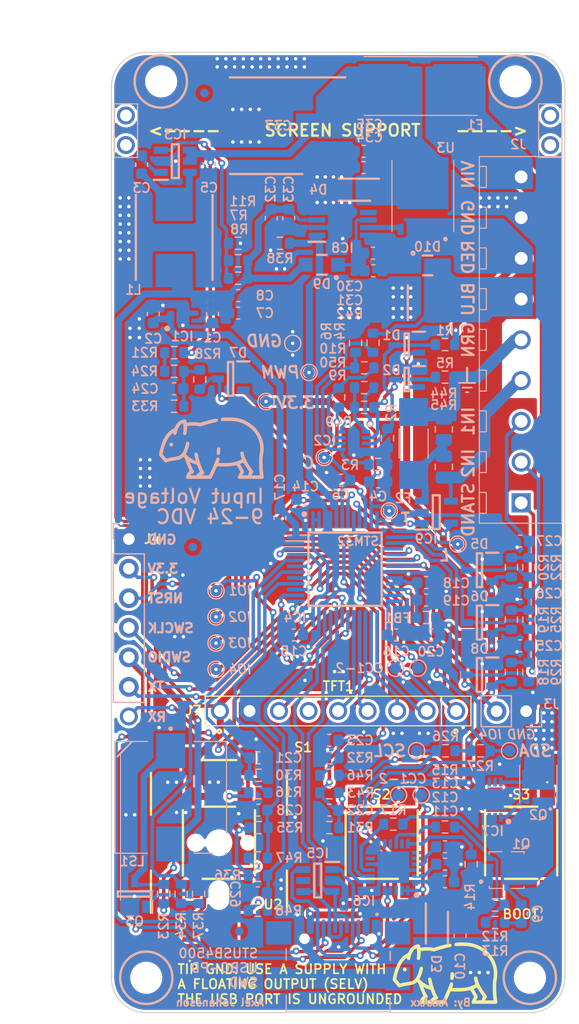
<source format=kicad_pcb>
(kicad_pcb (version 20241229) (generator "pcbnew") (generator_version "9.0")
  (layers (0 "F.Cu" signal) (2 "B.Cu" signal) (13 "F.Paste" user) (15 "B.Paste" user) (5 "F.SilkS" user "F.Silkscreen") (7 "B.SilkS" user "B.Silkscreen") (1 "F.Mask" user) (3 "B.Mask" user) (25 "Edge.Cuts" user))
  (net 0 "")
  (net 1 "/SPI_CS")
  (net 2 "+3.3V")
  (net 3 "/ENC_B")
  (net 4 "/SWCLK")
  (net 5 "/SWDIO")
  (net 6 "/RED")
  (net 7 "/BLUE")
  (net 8 "/Stand_inp")
  (net 9 "/GREEN")
  (net 10 "/SPI_MOSI")
  (net 11 "/SPI_SCK")
  (net 12 "/SPI_DC")
  (net 13 "/SPI_RST")
  (net 14 "/Buzzer")
  (net 15 "GND")
  (net 16 "/SD_CS")
  (net 17 "Net-(LS1--)")
  (net 18 "/NRST")
  (net 19 "/USB_D-")
  (net 20 "/USB_D+")
  (net 21 "/VBUS")
  (net 22 "/SCL")
  (net 23 "/SDA")
  (net 24 "/Handle_inp2")
  (net 25 "/Handle_inp1")
  (net 26 "/VDD_IN")
  (net 27 "/CC2")
  (net 28 "/CC1")
  (net 29 "/SW1")
  (net 30 "/TC")
  (net 31 "/SW2")
  (net 32 "/SW3")
  (net 33 "/Heater")
  (net 34 "Net-(IC3-CB)")
  (net 35 "Net-(IC3-SW)")
  (net 36 "Net-(C9-Pad1)")
  (net 37 "Net-(IC6-VREG_2V7)")
  (net 38 "Net-(IC6-VREG_1V2)")
  (net 39 "/ENC_A")
  (net 40 "Net-(C24-Pad1)")
  (net 41 "Net-(IC2A-+)")
  (net 42 "Net-(IC2A--)")
  (net 43 "Net-(IC2B-+)")
  (net 44 "Net-(IC2B--)")
  (net 45 "Net-(IC3-FB)")
  (net 47 "Net-(IC6-DISCH)")
  (net 48 "VDD")
  (net 49 "/VCCA")
  (net 50 "/VDD_IN_USBCPD")
  (net 51 "/USR1")
  (net 52 "/USR2")
  (net 53 "/USART_RX")
  (net 54 "Net-(IC6-VBUS_EN_SNK)")
  (net 55 "/CURRENT")
  (net 56 "/USR3")
  (net 57 "/USR4")
  (net 58 "/VBUS_IN")
  (net 59 "/USART_TX")
  (net 60 "/CC2_")
  (net 61 "/CC1_")
  (net 62 "Net-(IC6-VBUS_VS_DISCH)")
  (net 63 "Earth")
  (net 64 "/S_sense")
  (net 65 "/H_sense2")
  (net 66 "/H_sense1")
  (net 67 "Net-(IC7-GATE)")
  (net 69 "Net-(IC8-TG)")
  (net 71 "/BOOST")
  (net 72 "+7.5V")
  (net 73 "Net-(Q3-G)")
  (net 74 "Net-(R21-Pad1)")
  (net 78 "Net-(Q1-G)")
  (net 79 "/I_LEAK")
  (net 80 "Net-(IC9-IN+)")
  (net 81 "Net-(R43-Pad2)")
  (net 82 "Net-(R46-Pad2)")
  (net 83 "Net-(R47-Pad2)")
  (net 84 "Net-(R48-Pad2)")
  (net 85 "/S1")
  (net 86 "unconnected-(J1-SHIELD-PadS2)")
  (net 88 "Net-(IC2-Pad1)")
  (net 89 "Net-(IC2-Pad7)")
  (footprint "footprints:TSW-101-XX-YY-S" (layer "F.Cu") (at 190.66 124.08)
    (property "Reference" "TP18" (hide yes))
    (property "Value" "DIAG_TP" (hide yes))
  )
  (footprint "footprints:Adafruit_240x320_TFT" (layer "F.Cu") (at 180.52 126.64)
    (property "Reference" "TFT1")
    (property "Value" "~" (hide yes))
  )
  (footprint "footprints:ADTSM644RVTR" (layer "F.Cu") (at 170.25 135.4 -90)
    (property "Reference" "S1")
    (property "Value" "ADTSM644RVTR" (hide yes))
  )
  (footprint "wombat_logo:wombat_logo_front" (layer "F.Cu") (at 189.7 146.6)
    (property "Reference" "wombat_logo_front***" (hide yes))
    (property "Value" "wombat_logo_front" (hide yes))
  )
  (footprint "footprints:TSW-108-XX-YY-S" (layer "F.Cu") (at 170.34 124.08)
    (property "Reference" "J7")
    (property "Value" "TSW-108-07-T-S" (hide yes))
  )
  (footprint "footprints:ADTSM644RVTR" (layer "F.Cu") (at 196.25 135.4 -90)
    (property "Reference" "S3")
    (property "Value" "ADTSM644RVTR" (hide yes))
  )
  (footprint "MountingHole:MountingHole_2.5mm" (layer "F.Cu") (at 197 147)
    (property "Reference" "H2" (hide yes))
    (property "Value" "MountingHole" (hide yes))
  )
  (footprint "footprints:PEC11J9215FS0015" (layer "F.Cu") (at 170.25 135.4)
    (property "Reference" "U2")
    (property "Value" "PEC11J-9215F-S0015" (hide yes))
  )
  (footprint "footprints:TSW-101-XX-YY-S" (layer "F.Cu") (at 162.5 124.55)
    (property "Reference" "TP13" (hide yes))
    (property "Value" "DIAG_TP" (hide yes))
  )
  (footprint "footprints:TSW-102-XX-YY-S" (layer "F.Cu") (at 198.75 72.925 -90)
    (property "Reference" "J6" (hide yes))
    (property "Value" "TSW-102-07-T-S" (hide yes))
  )
  (footprint "wombat_logo:wombat_logo_back" (layer "F.Cu") (at 169.6 101.5)
    (property "Reference" "wombat_logo_back***" (hide yes))
    (property "Value" "wombat_logo_back" (hide yes))
  )
  (footprint "footprints:ADTSM644RVTR" (layer "F.Cu") (at 184.25 135.4 -90)
    (property "Reference" "S2")
    (property "Value" "ADTSM644RVTR" (hide yes))
  )
  (footprint "MountingHole:MountingHole_2.5mm" (layer "F.Cu") (at 164 147)
    (property "Reference" "H1" (hide yes))
    (property "Value" "MountingHole" (hide yes))
  )
  (footprint "footprints:TSW-102-XX-YY-S" (layer "F.Cu") (at 162.25 72.925 -90)
    (property "Reference" "J5" (hide yes))
    (property "Value" "TSW-102-07-T-S" (hide yes))
  )
  (footprint "Capacitor_SMD:C_0603_1608Metric" (layer "B.Cu") (at 179.75 126.6 180)
    (property "Reference" "C23")
    (property "Value" "100n")
  )
  (footprint "footprints:INDPM7366X300N" (layer "B.Cu") (at 166.4 83.4 -90)
    (property "Reference" "L1")
    (property "Value" "SRP7028CC-150M" (hide yes))
  )
  (footprint "footprints:STL10N3LLH5" (layer "B.Cu") (at 197.725 130.355 180)
    (property "Reference" "Q2")
    (property "Value" "STL10N3LLH5" (hide yes))
  )
  (footprint "TestPoint:TestPoint_Pad_D1.0mm" (layer "B.Cu") (at 185.427179 120.4 180)
    (property "Reference" "TP2" (hide yes))
    (property "Value" "DIAG_TP")
  )
  (footprint "TestPoint:TestPoint_Pad_D1.0mm" (layer "B.Cu") (at 170 116 180)
    (property "Reference" "TP6" (hide yes))
    (property "Value" "DIAG_TP" (hide yes))
  )
  (footprint "Capacitor_SMD:C_0603_1608Metric" (layer "B.Cu") (at 180.75 104.25 180)
    (property "Reference" "C6")
    (property "Value" "1n")
  )
  (footprint "footprints:691243110009" (layer "B.Cu") (at 196.25 106.2 -90)
    (property "Reference" "J2")
    (property "Value" "691243110009" (hide yes))
  )
  (footprint "TestPoint:TestPoint_Pad_D1.0mm" (layer "B.Cu") (at 190.8 109.75 180)
    (property "Reference" "TP9" (hide yes))
    (property "Value" "Current_TP")
  )
  (footprint "footprints:SOT95P230X110-3N" (layer "B.Cu") (at 192.6625 116.485 180)
    (property "Reference" "D6")
    (property "Value" "BAT54S" (hide yes))
  )
  (footprint "Resistor_SMD:R_0603_1608Metric" (layer "B.Cu") (at 173.65 129.6)
    (property "Reference" "R30")
    (property "Value" "4k7")
  )
  (footprint "Resistor_SMD:R_0603_1608Metric" (layer "B.Cu") (at 171.9 85.4)
    (property "Reference" "R7")
    (property "Value" "360k")
  )
  (footprint "footprints:QFP50P900X900X160-48N" (layer "B.Cu") (at 181.1 111.9 -90)
    (property "Reference" "IC4")
    (property "Value" "STM32G431CBT6" (hide yes))
  )
  (footprint "Connector_PinHeader_2.54mm:PinHeader_1x02_P2.54mm_Vertical" (layer "B.Cu") (at 196.675 124.1 90)
    (property "Reference" "J3")
    (property "Value" "TSW-102-07-T-S")
  )
  (footprint "Resistor_SMD:R_0603_1608Metric" (layer "B.Cu") (at 168.5 139.8 90)
    (property "Reference" "R37")
    (property "Value" "4k7")
  )
  (footprint "Capacitor_SMD:C_0603_1608Metric" (layer "B.Cu") (at 174.75 81.75 -90)
    (property "Reference" "C32")
    (property "Value" "10u")
  )
  (footprint "Resistor_SMD:R_0603_1608Metric" (layer "B.Cu") (at 188.075 116.05)
    (property "Reference" "FB1")
    (property "Value" "BLM18HE601SN1D")
  )
  (footprint "Resistor_SMD:R_0603_1608Metric" (layer "B.Cu") (at 171.9 86.9)
    (property "Reference" "R8")
    (property "Value" "360k")
  )
  (footprint "Resistor_SMD:R_0603_1608Metric" (layer "B.Cu") (at 189.7 134.05)
    (property "Reference" "R15")
    (property "Value" "22k")
  )
  (footprint "Resistor_SMD:R_0603_1608Metric" (layer "B.Cu") (at 196.9125 116.235 90)
    (property "Reference" "R25")
    (property "Value" "4k7")
  )
  (footprint "Fiducial:Fiducial_0.75mm_Mask1.5mm" (layer "B.Cu") (at 169 71 180)
    (property "Reference" "FID3" (hide yes))
    (property "Value" "Fiducial")
  )
  (footprint "Resistor_SMD:R_0603_1608Metric" (layer "B.Cu") (at 171.9 83.9 180)
    (property "Reference" "R11")
    (property "Value" "22k")
  )
  (footprint "Capacitor_SMD:C_0603_1608Metric" (layer "B.Cu") (at 189.7 138.75)
    (property "Reference" "C11")
    (property "Value" "10u")
  )
  (footprint "Capacitor_SMD:C_0603_1608Metric" (layer "B.Cu") (at 171.9 89.9 180)
    (property "Reference" "C7")
    (property "Value" "10u")
  )
  (footprint "Capacitor_SMD:C_0603_1608Metric" (layer "B.Cu") (at 169.4 77.125 90)
    (property "Reference" "C5")
    (property "Value" "10u")
  )
  (footprint "footprints:RHDR6W97P0X254_1X6_1574X250X865P" (layer "B.Cu") (at 162.5 109.31 -90)
    (property "Reference" "J4")
    (property "Value" "61300611821" (hide yes))
  )
  (footprint "Capacitor_SMD:C_0603_1608Metric" (layer "B.Cu") (at 185.5 117.55)
    (property "Reference" "C16")
    (property "Value" "100n")
  )
  (footprint "Resistor_SMD:R_0603_1608Metric" (layer "B.Cu") (at 168.6 95.6 -90)
    (property "Reference" "R28")
    (property "Value" "4k7")
  )
  (footprint "Resistor_SMD:R_0603_1608Metric" (layer "B.Cu") (at 191.95 137.25 -90)
    (property "Reference" "R14")
    (property "Value" "1k5")
  )
  (footprint "Resistor_SMD:R_0603_1608Metric" (layer "B.Cu") (at 179.75 129.6)
    (property "Reference" "R46")
    (property "Value" "100")
  )
  (footprint "footprints:PMEG6020ER115" (layer "B.Cu") (at 188.2 85.8)
    (property "Reference" "D10")
    (property "Value" "PMEG6020ER" (hide yes))
  )
  (footprint "Resistor_SMD:R_0603_1608Metric" (layer "B.Cu") (at 173.6 138.2)
    (property "Reference" "R36")
    (property "Value" "4k7")
  )
  (footprint "footprints:CMI9653SSMTTR" (layer "B.Cu") (at 166.1 131.25 -90)
    (property "Reference" "LS1")
    (property "Value" "CMI-9653S-SMT-TR" (hide yes))
  )
  (footprint "TestPoint:TestPoint_Pad_D1.0mm" (layer "B.Cu") (at 187.25 127.5 180)
    (property "Reference" "TP15" (hide yes))
    (property "Value" "DIAG_TP")
  )
  (footprint "Capacitor_SMD:C_0603_1608Metric" (layer "B.Cu") (at 183.5 84.75 180)
    (property "Reference" "C30")
    (property "Value" "10u")
  )
  (footprint "Capacitor_SMD:C_0603_1608Metric" (layer "B.Cu") (at 182.7 76)
    (property "Reference" "C35")
    (property "Value" "10u")
  )
  (footprint "TestPoint:TestPoint_Pad_D1.0mm" (layer "B.Cu") (at 185.7 131.3 90)
    (property "Reference" "TP8" (hide yes))
    (property "Value" "DIAG_TP")
  )
  (footprint "Resistor_SMD:R_0603_1608Metric" (layer "B.Cu") (at 173.65 131.1 180)
    (property "Reference" "R16")
    (property "Value" "100")
  )
  (footprint "Resistor_SMD:R_0805_2012Metric" (layer "B.Cu") (at 189.6 103.1125 90)
    (property "Reference" "R45")
    (property "Value" "100m")
  )
  (footprint "footprints:SODFL3619X98N" (layer "B.Cu") (at 189 142.7 -90)
    (property "Reference" "D3")
    (property "Value" "SMF4L24AT1G" (hide yes))
  )
  (footprint "TestPoint:TestPoint_Pad_D1.0mm" (layer "B.Cu") (at 170 113.75 180)
    (property "Reference" "TP4" (hide yes))
    (property "Value" "DIAG_TP")
  )
  (footprint "Resistor_SMD:R_0603_1608Metric" (layer "B.Cu") (at 189.7 92.6 180)
    (property "Reference" "R1")
    (property "Value" "1k5")
  )
  (footprint "Resistor_SMD:R_0603_1608Metric" (layer "B.Cu") (at 179.75 128.1 180)
    (property "Reference" "R32")
    (property "Value" "4k7")
  )
  (footprint "Capacitor_SMD:C_0603_1608Metric" (layer "B.Cu") (at 177.7 105.9 180)
    (property "Reference" "C14")
    (property "Value" "100n")
  )
  (footprint "footprints:BSC014N04LS" (layer "B.Cu") (at 187.795 76.76 180)
    (property "Reference" "U3")
    (property "Value" "BSC014N04LS")
  )
  (footprint "Resistor_SMD:R_0603_1608Metric" (layer "B.Cu") (at 165.5 139.8 90)
    (property "Reference" "R23")
    (property "Value" "4k7")
  )
  (footprint "footprints:SON50P200X200X80-9N" (layer "B.Cu") (at 181.85 100.85 180)
    (property "Reference" "IC2")
    (property "Value" "OPA2387DSGT" (hide yes))
  )
  (footprint "Capacitor_SMD:C_0603_1608Metric" (layer "B.Cu") (at 188.075 114.55)
    (property "Reference" "C19")
    (property "Value" "10u")
  )
  (footprint "Resistor_SMD:R_0603_1608Metric" (layer "B.Cu") (at 179.75 134.1 180)
    (property "Reference" "R31")
    (property "Value" "4k7")
  )
  (footprint "footprints:SOT95P230X110-3N" (layer "B.Cu") (at 192.6625 120.985 180)
    (property "Reference" "D8")
    (property "Value" "BAT54S" (hide yes))
  )
  (footprint "Resistor_SMD:R_0603_1608Metric" (layer "B.Cu") (at 195.4125 120.735 90)
    (property "Reference" "R18")
    (property "Value" "4k7")
  )
  (footprint "Resistor_SMD:R_0603_1608Metric" (layer "B.Cu") (at 167 139.8 -90)
    (property "Reference" "R34")
    (property "Value" "100")
  )
  (footprint "Fiducial:Fiducial_0.75mm_Mask1.5mm" (layer "B.Cu") (at 168 110 180)
    (property "Reference" "FID1" (hide yes))
    (property "Value" "Fiducial")
  )
  (footprint "Capacitor_SMD:C_0603_1608Metric" (layer "B.Cu") (at 171.9 88.4 180)
    (property "Reference" "C8")
    (property "Value" "10u")
  )
  (footprint "Capacitor_SMD:C_0603_1608Metric" (layer "B.Cu") (at 196.1625 118.485 180)
    (property "Reference" "C25")
    (property "Value" "100n")
  )
  (footprint "TestPoint:TestPoint_Pad_D1.0mm" (layer "B.Cu") (at 195.25 127.5 180)
    (property "Reference" "TP16" (hide yes))
    (property "Value" "DIAG_TP")
  )
  (footprint "Resistor_SMD:R_0603_1608Metric" (layer "B.Cu") (at 189.75 127.5)
    (property "Reference" "R26")
    (property "Value" "4k7")
  )
  (footprint "Resistor_SMD:R_0603_1608Metric" (layer "B.Cu") (at 196.9125 111.735 90)
    (property "Reference" "R22")
    (property "Value" "4k7")
  )
  (footprint "Resistor_SMD:R_0603_1608Metric" (layer "B.Cu") (at 194 140.75 180)
    (property "Reference" "R12")
    (property "Value" "22k")
  )
  (footprint "footprints:SOT65P210X110-3N" (layer "B.Cu") (at 186.4 95.6 180)
    (property "Reference" "D2")
    (property "Value" "BAV199WQ-7" (hide yes))
  )
  (footprint "Resistor_SMD:R_0603_1608Metric" (layer "B.Cu") (at 173.6 136.7 180)
    (property "Reference" "R47")
    (property "Value" "100")
  )
  (footprint "footprints:RESC6432X89N" (layer "B.Cu") (at 186.5 89 180)
    (property "Reference" "R42")
    (property "Value" "5m" (hide yes))
  )
  (footprint "Resistor_SMD:R_0603_1608Metric" (layer "B.Cu") (at 182.75 94.6 180)
    (property "Reference" "R10")
    (property "Value" "220k")
  )
  (footprint "footprints:PMEG6020ER115" (layer "B.Cu") (at 179.1 85.75 180)
    (property "Reference" "D9")
    (property "Value" "PMEG6020ER" (hide yes))
  )
  (footprint "Capacitor_SMD:C_0603_1608Metric" (layer "B.Cu") (at 182.7 77.4)
    (property "Reference" "C34")
    (property "Value" "10u")
  )
  (footprint "Resistor_SMD:R_0603_1608Metric" (layer "B.Cu") (at 189.7 95.4 180)
    (property "Reference" "R5")
    (property "Value" "1k5")
  )
  (footprint "footprints:USB4110GFA" (layer "B.Cu") (at 180.5 146.25 180)
    (property "Reference" "J1" (hide yes))
    (property "Value" "USB4110-GF-A" (hide yes))
  )
  (footprint "Resistor_SMD:R_0603_1608Metric" (layer "B.Cu") (at 166.4 97.9 180)
    (property "Reference" "R33")
    (property "Value" "4k7")
  )
  (footprint "TestPoint:TestPoint_Pad_D1.0mm" (layer "B.Cu") (at 176.6 92.5 180)
    (property "Reference" "TP12" (hide yes))
    (property "Value" "GND_TP")
  )
  (footprint "Capacitor_SMD:C_0603_1608Metric" (layer "B.Cu") (at 189.7 137.24)
    (property "Reference" "C12")
    (property "Value" "10u")
  )
  (footprint "Capacitor_SMD:C_0603_1608Metric" (layer "B.Cu") (at 175.5 107.5 -90)
    (property "Reference" "C17")
    (property "Value" "100n")
  )
  (footprint "Capacitor_SMD:C_0603_1608Metric" (layer "B.Cu") (at 189.7 135.75)
    (property "Reference" "C13")
    (property "Value" "10u")
  )
  (footprint "Capacitor_SMD:C_0603_1608Metric" (layer "B.Cu") (at 164.6 89.975 90)
    (property "Reference" "C2")
    (property "Value" "10u")
  )
  (footprint "Capacitor_SMD:C_0603_1608Metric" (layer "B.Cu") (at 173.65 132.6 180)
    (property "Reference" "C28")
    (property "Value" "100n")
  )
  (footprint "Resistor_SMD:R_0603_1608Metric" (layer "B.Cu") (at 166.4 93.3)
    (property "Reference" "R21")
    (property "Value" "22k")
  )
  (footprint "Capacitor_SMD:C_0603_1608Metric" (layer "B.Cu") (at 173.65 128.1)
    (property "Reference" "C21")
    (property "Value" "100n")
  )
  (footprint "Resistor_SMD:R_0603_1608Metric" (layer "B.Cu") (at 196.9125 120.735 90)
    (property "Reference" "R29")
    (property "Value" "4k7")
  )
  (footprint "Resistor_SMD:R_0603_1608Metric" (layer "B.Cu") (at 185.25 133.8)
    (property "Reference" "R17")
    (property "Value" "1k5")
  )
  (footprint "Resistor_SMD:R_0603_1608Metric" (layer "B.Cu") (at 175.5 83.9 180)
    (property "Reference" "R38")
    (property "Value" "4k7")
  )
  (footprint "Capacitor_SMD:C_0603_1608Metric" (layer "B.Cu") (at 173.6 139.7 180)
    (property "Reference" "C29")
    (property "Value" "100n")
  )
  (footprint "footprints:SODFL3619X98N" (layer "B.Cu") (at 181.9 79.3 180)
    (property "Reference" "D4")
    (property "Value" "SMF4L24AT1G" (hide yes))
  )
  (footprint "Resistor_SMD:R_0603_1608Metric" (layer "B.Cu") (at 183.95 102.9)
    (property "Reference" "R3")
    (property "Value" "220k")
  )
  (footprint "footprints:QFN50P400X400X100-25N-D" (layer "B.Cu") (at 185.25 137.5 90)
    (property "Reference" "IC6")
    (property "Value" "STUSB4500QTR" (hide yes))
  )
  (footprint "Capacitor_SMD:C_0603_1608Metric" (layer "B.Cu") (at 196.25 141.5 90)
    (property "Reference" "C9")
    (property "Value" "100n")
  )
  (footprint "TestPoint:TestPoint_Pad_D1.0mm" (layer "B.Cu") (at 187.65 131.3 90)
    (property "Reference" "TP7" (hide yes))
    (property "Value" "DIAG_TP")
  )
  (footprint "footprints:STL9P3LLH6" (layer "B.Cu") (at 195 137.75 90)
    (property "Reference" "Q1")
    (property "Value" "STL9P3LLH6" (hide yes))
  )
  (footprint "TestPoint:TestPoint_Pad_D1.0mm" (layer "B.Cu") (at 174.3 97.5 180)
    (property "Reference" "TP3" (hide yes))
    (property "Value" "3.3V_TP")
  )
  (footprint "Capacitor_SMD:C_0603_1608Metric" (layer "B.Cu") (at 179.75 132.6 180)
    (property "Reference" "C22")
    (property "Value" "100n")
  )
  (footprint "footprints:SON50P300X200X80-9N" (layer "B.Cu") (at 193.75 131.7 90)
    (property "Reference" "IC7")
    (property "Value" "MAX16171ATA_VY+T" (hide yes))
  )
  (footprint "footprints:SOP65P490X110-9N" (layer "B.Cu") (at 180.888 82.225)
    (property "Reference" "IC8")
    (property "Value" "LTC4440AHMS8E" (hide yes))
  )
  (footprint "Capacitor_SMD:C_0603_1608Metric" (layer "B.Cu") (at 191 143.4 90)
    (property "Reference" "C10")
    (property "Value" "10u")
  )
  (footprint "Capacitor_SMD:C_0603_1608Metric" (layer "B.Cu") (at 176.7 117.55 180)
    (property "Reference" "C15")
    (property "Value" "100n")
  )
  (footprint "Resistor_SMD:R_0603_1608Metric" (layer "B.Cu") (at 195.4125 116.235 90)
    (property "Reference" "R19")
    (property "Value" "4k7")
  )
  (footprint "footprints:CAPAE830X1050N" (layer "B.Cu") (at 175.35 73.8 180)
    (property "Reference" "C37")
    (property "Value" "220u" (hide yes))
  )
  (footprint "footprints:SOT95P230X110-3N" (layer "B.Cu") (at 171.25 95.55 180)
    (property "Reference" "D7")
    (property "Value" "BAT54S" (hide yes))
  )
  (footprint "Capacitor_SMD:C_0603_1608Metric" (layer "B.Cu") (at 183.95 104.4)
    (property "Reference" "C4")
    (property "Value" "1n")
  )
  (footprint "Capacitor_SMD:C_0603_1608Metric" (layer "B.Cu") (at 169.7 89.975 -90)
    (property "Reference" "C1")
    (property "Value" "10u")
  )
  (footprint "Resistor_SMD:R_0603_1608Metric" (layer "B.Cu") (at 182.75 98)
    (property "Reference" "R9")
    (property "Value" "360k")
  )
  (footprint "Capacitor_SMD:C_0603_1608Metric" (layer "B.Cu") (at 188.075 113.05)
    (property "Reference" "C18")
    (property "Value" "100n")
  )
  (footprint "Capacitor_SMD:C_0603_1608Metric" (layer "B.Cu") (at 166.4 96.4 180)
    (property "Reference" "C24")
    (property "Value" "100n")
  )
  (footprint "TestPoint:TestPoint_Pad_D1.0mm" (layer "B.Cu") (at 184.9 106.9 180)
    (property "Reference" "TP11" (hide yes))
    (property "Value" "TC_TP")
  )
  (footprint "Resistor_SMD:R_0603_1608Metric" (layer "B.Cu") (at 180.55 97.15 90)
    (property "Reference" "R49")
    (property "Value" "10")
  )
  (footprint "footprints:SOT65P210X110-3N" (layer "B.Cu") (at 186.4 92.65 180)
    (property "Reference" "D1")
    (property "Value" "BAV199WQ-7" (hide yes))
  )
  (footprint "Resistor_SMD:R_0603_1608Metric" (layer "B.Cu") (at 179.75 131.1)
    (property "Reference" "R43")
    (property "Value" "100")
  )
  (footprint "footprints:0154100DR" (layer "B.Cu") (at 187.6 70.4)
    (property "Reference" "F1")
    (property "Value" "0154007.DR" (hide yes))
  )
  (footprint "TestPoint:TestPoint_Pad_D1.0mm" (layer "B.Cu") (at 170 118.25 180)
    (property "Reference" "TP5" (hide yes))
    (property "Value" "DIAG_TP")
  )
  (footprint "footprints:SOT95P230X110-3N" (layer "B.Cu") (at 163 139.8 90)
    (property "Reference" "Q3")
    (property "Value" "2N7002NXAKR" (hide yes))
  )
  (footprint "footprints:SOT95P280X145-6N" (layer "B.Cu") (at 166.5 76.85)
    (property "Reference" "IC3")
    (property "Value" "LMR54406DBVR" (hide yes))
  )
  (footprint "footprints:SOT95P280X145-5N" (layer "B.Cu") (at 188.95 107)
    (property "Reference" "IC9")
    (property "Value" "INA281A5QDBVRQ1" (hide yes))
  )
  (footprint "Capacitor_SMD:C_0603_1608Metric" (layer "B.Cu") (at 183.525 86.26 180)
    (property "Reference" "C31")
    (property "Value" "10u")
  )
  (footprint "Resistor_SMD:R_0603_1608Metric" (layer "B.Cu") (at 182 92.45 90)
    (property "Reference" "R6")
    (property "Value" "4k7")
  )
  (footprint "Resistor_SMD:R_0603_1608Metric" (layer "B.Cu") (at 194 142.25)
    (property "Reference" "R13")
    (property "Value" "100")
  )
  (footprint "Resistor_SMD:R_0603_1608Metric" (layer "B.Cu") (at 184.75 100.65 -90)
    (property "Reference" "R2")
    (property "Value" "360k")
  )
  (footprint "Capacitor_SMD:C_0603_1608Metric" (layer "B.Cu") (at 176.25 81.75 -90)
    (property "Reference" "C33")
    (property "Value" "100n")
  )
  (footprint "footprints:SF2410FP100W2" (layer "B.Cu") (at 187 101.1 90)
    (property "Reference" "F2")
    (property "Value" "SF-2410FP100W-2" (hide yes))
  )
  (footprint "Capacitor_SMD:C_0603_1608Metric" (layer "B.Cu") (at 163.6 77.15 -90)
    (property "Reference" "C3")
    (property "Value" "100n")
  )
  (footprint "TestPoint:TestPoint_Pad_D1.0mm" (layer "B.Cu") (at 179.3 102.3 180)
    (property "Reference" "TP10" (hide yes))
    (property "Value" "Current_TP")
  )
  (footprint "Capacitor_SMD:C_0603_1608Metric" (layer "B.Cu") (at 196.1625 113.985 180)
    (property "Reference" "C26")
    (property "Value" "100n")
  )
  (footprint "footprints:SOT95P230X110-3N" (layer "B.Cu") (at 192.6625 111.985 180)
    (property "Reference" "D5")
    (property "Value" "BAT54S" (hide yes))
  )
  (footprint "TestPoint:TestPoint_Pad_D1.0mm" (layer "B.Cu") (at 170 120.5 180)
    (property "Reference" "TP14" (hide yes))
    (property "Value" "DIAG_TP")
  )
  (footprint "Resistor_SMD:R_0603_1608Metric" (layer "B.Cu") (at 173.65 134.1 180)
    (property "Reference" "R35")
    (property "Value" "4k7")
  )
  (footprint "TestPoint:TestPoint_Pad_D1.0mm" (layer "B.Cu") (at 187.372699 120.395198 180)
    (property "Reference" "TP1" (hide yes))
    (property "Value" "DIAG_TP")
  )
  (footprint "Resistor_SMD:R_0603_1608Metric" (layer "B.Cu") (at 192.75 127.5 180)
    (property "Reference" "R27")
    (property "Value" "4k7")
  )
  (footprint "Resistor_SMD:R_0603_1608Metric" (layer "B.Cu") (at 195.4125 111.735 90)
    (property "Reference" "R20")
    (property "Value" "4k7")
  )
  (footprint "Resistor_SMD:R_0603_1608Metric" (layer "B.Cu") (at 182.75 96.3 180)
    (property "Reference" "R50")
    (property "Value" "10")
  )
  (footprint "Fiducial:Fiducial_0.75mm_Mask1.5mm" (layer "B.Cu") (at 172 143 180)
    (property "Reference" "FID2" (hide yes))
    (property "Value" "Fiducial")
  )
  (footprint "Resistor_SMD:R_0603_1608Metric" (layer "B.Cu") (at 173.6 141.2 180)
    (property "Reference" "R48")
    (property "Value" "100")
  )
  (footprint "footprints:SON65P200X200X80-7N" (layer "B.Cu") (at 167.15 89.9)
    (property "Reference" "IC1")
    (property "Value" "TLV76733DRVR" (hide yes))
  )
  (footprint "Capacitor_SMD:C_0603_1608Metric" (layer "B.Cu") (at 188.5 117.55)
    (property "Reference" "C20")
    (property "Value" "10u")
  )
  (footprint "Resistor_SMD:R_0603_1608Metric" (layer "B.Cu") (at 183.5 92.45 -90)
    (property "Reference" "R4")
    (property "Value" "4k7")
  )
  (footprint "TestPoint:TestPoint_Pad_D1.0mm" (layer "B.Cu") (at 178 95 180)
    (property "Reference" "TP17" (hide yes))
    (property "Value" "SW_TP")
  )
  (footprint "Resistor_SMD:R_0603_1608Metric" (layer "B.Cu") (at 166.4 94.9 180)
    (property "Reference" "R24")
    (property "Value" "22k")
  )
  (footprint "Resistor_SMD:R_0805_2012Metric" (layer "B.Cu") (at 189.6 99.8875 90)
    (property "Reference" "R44")
    (property "Value" "1M")
  )
  (footprint "footprints:SOT95P280X145-6N" (layer "B.Cu") (at 178.75 138.65 180)
    (property "Reference" "IC5")
    (property "Value" "TPD4E1U06DBVR" (hide yes))
  )
  (footprint "Capacitor_SMD:C_0603_1608Metric" (layer "B.Cu") (at 196.1625 109.485 180)
    (property "Reference" "C27")
    (property "Value" "100n")
  )
  (gr_circle (center 197 147) (end 199.25 147) (stroke (width 0.2)) (fill no) (layer "F.SilkS"))
  (gr_circle (center 195.75 70) (end 198 70) (stroke (width 0.2)) (fill no) (layer "F.SilkS"))
  (gr_circle (center 165.25 70) (end 167.5 70) (stroke (width 0.2)) (fill no) (layer "F.SilkS"))
  (gr_circle (center 164 147) (end 166.25 147) (stroke (width 0.2)) (fill no) (layer "F.SilkS"))
  (gr_circle (center 180.35 86.85) (end 180.5 86.85) (stroke (width 0.15)) (fill no) (layer "B.SilkS"))
  (gr_circle (center 165.25 70) (end 167.5 70) (stroke (width 0.2)) (fill no) (layer "B.SilkS"))
  (gr_line (start 161.5 128) (end 162.75 126.75) (stroke (width 0.15)) (layer "B.SilkS"))
  (gr_circle (center 186.95 84.75) (end 187.1 84.75) (stroke (width 0.15)) (fill no) (layer "B.SilkS"))
  (gr_circle (center 195.75 70) (end 198 70) (stroke (width 0.2)) (fill no) (layer "B.SilkS"))
  (gr_circle (center 164 147) (end 166.25 147) (stroke (width 0.2)) (fill no) (layer "B.SilkS"))
  (gr_line (start 192.3 95.9) (end 190.9 95.9) (stroke (width 0.15)) (layer "B.SilkS"))
  (gr_line (start 191.7 96.7) (end 191.5 96.7) (stroke (width 0.15)) (layer "B.SilkS"))
  (gr_line (start 192 96.3) (end 191.2 96.3) (stroke (width 0.15)) (layer "B.SilkS"))
  (gr_circle (center 197 147) (end 199.25 147) (stroke (width 0.2)) (fill no) (layer "B.SilkS"))
  (gr_line (start 191.6 94.6) (end 191.6 95.8) (stroke (width 0.2)) (layer "B.SilkS"))
  (gr_circle (center 198.75 132.5) (end 198.828346 132.5) (stroke (width 0.15)) (fill no) (layer "B.SilkS"))
  (gr_line (start 200 70.5) (end 200 147) (stroke (width 0.1)) (layer "Edge.Cuts"))
  (gr_arc (start 161 70.5) (mid 161.87868 68.37868) (end 164 67.5) (stroke (width 0.1)) (layer "Edge.Cuts"))
  (gr_arc (start 197 67.5) (mid 199.12132 68.37868) (end 200 70.5) (stroke (width 0.1)) (layer "Edge.Cuts"))
  (gr_arc (start 164 150) (mid 161.87868 149.12132) (end 161 147) (stroke (width 0.1)) (layer "Edge.Cuts"))
  (gr_arc (start 200 147) (mid 199.12132 149.12132) (end 197 150) (stroke (width 0.1)) (layer "Edge.Cuts"))
  (gr_line (start 161 147) (end 161 70.5) (stroke (width 0.1)) (layer "Edge.Cuts"))
  (gr_line (start 164 67.5) (end 197 67.5) (stroke (width 0.1)) (layer "Edge.Cuts"))
  (gr_line (start 197 150) (end 164 150) (stroke (width 0.1)) (layer "Edge.Cuts"))
  (gr_text "<----     SCREEN SUPPORT    ---->" (at 180.5 74.2 0) (layer "F.SilkS") (effects (font (size 1 1) (thickness 0.2) (bold yes))))
  (gr_text "BOOT" (at 194.562143 142 0) (layer "F.SilkS") (effects (font (size 0.8 0.8) (thickness 0.15) (bold yes)) (justify left bottom)))
  (gr_text "TIP GND: USE A SUPPLY WITH \nA FLOATING OUTPUT (SELV)\nTHE USB PORT IS UNGROUNDED" (at 166.6 149.3 0) (layer "F.SilkS") (effects (font (size 0.8 0.8) (thickness 0.15) (bold yes)) (justify left bottom)))
  (gr_text "STUSB4500" (at 173.7 144.9 0) (layer "B.SilkS") (effects (font (size 0.8 0.8) (thickness 0.15) (bold yes)) (justify left mirror)))
  (gr_text "RX" (at 164 124.6 0) (layer "B.SilkS") (effects (font (size 0.8 0.8) (thickness 0.2) (bold yes)) (justify right mirror)))
  (gr_text "GND" (at 191.7 81.7 90) (layer "B.SilkS") (effects (font (size 1 1) (thickness 0.2) (bold yes)) (justify mirror)))
  (gr_text "SWCLK" (at 164 116.96 0) (layer "B.SilkS") (effects (font (size 0.8 0.8) (thickness 0.2) (bold yes)) (justify right mirror)))
  (gr_text "3.3V" (at 176.9 97.6 0) (layer "B.SilkS") (effects (font (size 1 1) (thickness 0.2) (bold yes) (italic yes)) (justify mirror)))
  (gr_text "PWM" (at 175.575 95 0) (layer "B.SilkS") (effects (font (size 1 1) (thickness 0.2) (bold yes) (italic yes)) (justify mirror)))
  (gr_text "SWDIO" (at 164 119.46 0) (layer "B.SilkS") (effects (font (size 0.8 0.8) (thickness 0.2) (bold yes)) (justify right mirror)))
  (gr_text "SDA" (at 197.5 127.5 0) (layer "B.SilkS") (effects (font (size 1 1) (thickness 0.2) (bold yes) (italic yes)) (justify mirror)))
  (gr_text "IO4" (at 192.55 126.1 0) (layer "B.SilkS") (effects (font (size 0.8 0.8) (thickness 0.15) (bold yes) (italic yes)) (justify right mirror)))
  (gr_text "NRST" (at 164 114.4 0) (layer "B.SilkS") (effects (font (size 0.8 0.8) (thickness 0.2) (bold yes)) (justify right mirror)))
  (gr_text "9-24 VDC" (at 174.25 107.4 0) (layer "B.SilkS") (effects (font (size 1.2 1.2) (thickness 0.2)) (justify left mirror)))
  (gr_text "VIN" (at 191.7 78 90) (layer "B.SilkS") (effects (font (size 1 1) (thickness 0.2) (bold yes)) (justify mirror)))
  (gr_text "IN1" (at 191.7 99.2 90) (layer "B.SilkS") (effects (font (size 1 1) (thickness 0.2) (bold yes)) (justify mirror)))
  (gr_text "L" (at 189.7 110.7 0) (layer "B.SilkS") (effects (font (size 1 1) (thickness 0.2) (bold yes) (italic yes)) (justify mirror)))
  (gr_text "STAND" (at 191.7 106.8 90) (layer "B.SilkS") (effects (font (size 1 1) (thickness 0.2) (bold yes)) (justify mirror)))
  (gr_text "TX" (at 164 122 0) (layer "B.SilkS") (effects (font (size 0.8 0.8) (thickness 0.2) (bold yes)) (justify right mirror)))
  (gr_text "STM32" (at 184.1 109.5 0) (layer "B.SilkS") (effects (font (size 0.75 0.75) (thickness 0.15) (bold yes)) (justify left mirror)))
  (gr_text "GND" (at 174.2 92.3 0) (layer "B.SilkS") (effects (font (size 1 1) (thickness 0.2) (bold yes) (italic yes)) (justify mirror)))
  (gr_text "USBC-PD" (at 173.7 146.15 0) (layer "B.SilkS") (effects (font (size 0.8 0.8) (thickness 0.15) (bold yes)) (justify left mirror)))
  (gr_text "GND" (at 196.3 126.1 0) (layer "B.SilkS") (effects (font (size 0.8 0.8) (thickness 0.15) (bold yes) (italic yes)) (justify mirror)))
  (gr_text "RED" (at 191.7 85.1 90) (layer "B.SilkS") (effects (font (size 1 1) (thickness 0.2) (bold yes)) (justify mirror)))
  (gr_text "GND" (at 164 109.36 0) (layer "B.SilkS") (effects (font (size 0.8 0.8) (thickness 0.2) (bold yes)) (justify right mirror)))
  (gr_text "GRN" (at 191.7 92.2 90) (layer "B.SilkS") (effects (font (size 1 1) (thickness 0.2) (bold yes)) (justify mirror)))
  (gr_text "CC1-2" (at 186.1 129.9 0) (layer "B.SilkS") (effects (font (size 0.8 0.8) (thickness 0.15) (bold yes) (italic yes)) (justify mirror)))
  (gr_text "SWD" (at 173.7 147.4 0) (layer "B.SilkS") (effects (font (size 0.8 0.8) (thickness 0.15) (bold yes)) (justify left mirror)))
  (gr_text "IO1" (at 171 113.75 0) (layer "B.SilkS") (effects (font (size 0.8 0.8) (thickness 0.15) (bold yes) (italic yes)) (justify right mirror)))
  (gr_text "IO3" (at 171 118.25 0) (layer "B.SilkS") (effects (font (size 0.8 0.8) (thickness 0.15) (bold yes) (italic yes)) (justify right mirror)))
  (gr_text "IO2" (at 171 116 0) (layer "B.SilkS") (effects (font (size 0.8 0.8) (thickness 0.15) (bold yes) (italic yes)) (justify right mirror)))
  (gr_text "IO4" (at 171 120.5 0) (layer "B.SilkS") (effects (font (size 0.8 0.8) (thickness 0.15) (bold yes) (italic yes)) (justify right mirror)))
  (gr_text "BLU" (at 191.7 88.7 90) (layer "B.SilkS") (effects (font (size 1 1) (thickness 0.2) (bold yes)) (justify mirror)))
  (gr_text "By: AxxAxx" (at 192 149.5 0) (layer "B.SilkS") (effects (font (size 0.65 0.65)) (justify left bottom mirror)))
  (gr_text "C" (at 178 102.75 0) (layer "B.SilkS") (effects (font (size 1 1) (thickness 0.2) (bold yes) (italic yes)) (justify mirror)))
  (gr_text "IN2" (at 191.7 102.8 90) (layer "B.SilkS") (effects (font (size 1 1) (thickness 0.2) (bold yes)) (justify mirror)))
  (gr_text "Input Voltage" (at 174.25 105.65 0) (layer "B.SilkS") (effects (font (size 1.2 1.2) (thickness 0.2)) (justify left mirror)))
  (gr_text "3.3V" (at 164 111.86 0) (layer "B.SilkS") (effects (font (size 0.8 0.8) (thickness 0.2) (bold yes)) (justify right mirror)))
  (gr_text "Axel Johansson" (at 174.2 149.5 0) (layer "B.SilkS") (effects (font (size 0.65 0.65)) (justify left bottom mirror)))
  (gr_text "T" (at 186.4 107.6 0) (layer "B.SilkS") (effects (font (size 1 1) (thickness 0.2) (bold yes) (italic yes)) (justify mirror)))
  (gr_text "SCL" (at 185 127.5 0) (layer "B.SilkS") (effects (font (size 1 1) (thickness 0.2) (bold yes) (italic yes)) (justify mirror)))
  (gr_text "CC1-2" (at 182.4 120.4 0) (layer "B.SilkS") (effects (font (size 0.8 0.8) (thickness 0.15) (bold yes) (italic yes)) (justify mirror)))
  (segment (start 182.35 123.462) (end 183.04 124.152) (width 0.3) (layer "B.Cu") (net 1))
  (segment (start 182.35 116.138) (end 182.35 123.462) (width 0.3) (layer "B.Cu") (net 1))
  (segment (start 168 131.425) (end 169.125 131.425) (width 0.6) (layer "F.Cu") (net 2))
  (segment (start 181.926242 98.6) (end 186.25 98.6) (width 0.6) (layer "F.Cu") (net 2))
  (segment (start 165.6 121.081503) (end 165.6 118.130762) (width 0.3) (layer "F.Cu") (net 2))
  (segment (start 192.7 125.6) (end 192.7 123.485) (width 0.6) (layer "F.Cu") (net 2))
  (segment (start 164.5 117.030762) (end 164.5 112.75) (width 0.3) (layer "F.Cu") (net 2))
  (segment (start 191.75 130.25) (end 192.925 131.425) (width 0.6) (layer "F.Cu") (net 2))
  (segment (start 167.75 128.4) (end 167.75 131.175) (width 0.6) (layer "F.Cu") (net 2))
  (segment (start 191.75 126.55) (end 191.75 130.25) (width 0.6) (layer "F.Cu") (net 2))
  (segment (start 170.5 124.1) (end 170.36 124.1) (width 0.3) (layer "F.Cu") (net 2))
  (segment (start 170.36 126.071371) (end 168.031371 128.4) (width 0.6) (layer "F.Cu") (net 2))
  (segment (start 191.75 126.55) (end 192.7 125.6) (width 0.6) (layer "F.Cu") (net 2))
  (segment (start 192.7 123.485) (end 193.7 122.485) (width 0.6) (layer "F.Cu") (net 2))
  (segment (start 186.4 98.75) (end 186.4 105.7) (width 0.6) (layer "F.Cu") (net 2))
  (segment (start 183.124999 131.425) (end 182 131.425) (width 0.6) (layer "F.Cu") (net 2))
  (segment (start 189.55 109.65) (end 193.635 113.735) (width 0.6) (layer "F.Cu") (net 2))
  (segment (start 181.313003 99.213239) (end 181.313003 99.013003) (width 0.6) (layer "F.Cu") (net 2))
  (segment (start 190.0375 116.7) (end 190.8375 117.5) (width 0.6) (layer "F.Cu") (net 2))
  (segment (start 177.35 116.46924) (end 177.85962 115.95962) (width 0.6) (layer "F.Cu") (net 2))
  (segment (start 189.55 108.85) (end 189.55 109.65) (width 0.6) (layer "F.Cu") (net 2))
  (segment (start 169.125 131.425) (end 172 134.3) (width 0.6) (layer "F.Cu") (net 2))
  (segment (start 186.4 105.7) (end 189.55 108.85) (width 0.6) (layer "F.Cu") (net 2))
  (segment (start 168.031371 128.4) (end 167.75 128.4) (width 0.6) (layer "F.Cu") (net 2))
  (segment (start 186.4 96.275) (end 186.4 93.75) (width 0.3) (layer "F.Cu") (net 2))
  (segment (start 170.36 124.1) (end 169.91 123.65) (width 0.3) (layer "F.Cu") (net 2))
  (segment (start 193.7 118.485) (end 193.7 122.485) (width 0.6) (layer "F.Cu") (net 2))
  (segment (start 183.55025 131.850251) (end 183.124999 131.425) (width 0.6) (layer "F.Cu") (net 2))
  (segment (start 177.178861 116.6) (end 170.36 123.418861) (width 0.6) (layer "F.Cu") (net 2))
  (segment (start 165.6 118.130762) (end 164.5 117.030762) (width 0.3) (layer "F.Cu") (net 2))
  (segment (start 181.313003 99.013003) (end 179.8 97.5) (width 0.6) (layer "F.Cu") (net 2))
  (segment (start 193.7 113.735) (end 193.7 117.5) (width 0.6) (layer "F.Cu") (net 2))
  (segment (start 170.36 123.418861) (end 170.36 124.1) (width 0.6) (layer "F.Cu") (net 2))
  (segment (start 164.5 112.75) (end 164.65 112.6) (width 0.3) (layer "F.Cu") (net 2))
  (segment (start 177.219238 116.6) (end 177.178861 116.6) (width 0.6) (layer "F.Cu") (net 2))
  (segment (start 190.8375 117.5) (end 193.7 117.5) (width 0.6) (layer "F.Cu") (net 2))
  (segment (start 167.75 131.175) (end 168 131.425) (width 0.6) (layer "F.Cu") (net 2))
  (segment (start 192.925 131.425) (end 194 131.425) (width 0.6) (layer "F.Cu") (net 2))
  (segment (start 168.168497 123.65) (end 165.6 121.081503) (width 0.3) (layer "F.Cu") (net 2))
  (segment (start 177.85962 115.95962) (end 177.219238 116.6) (width 0.6) (layer "F.Cu") (net 2))
  (segment (start 179.8 97.5) (end 174.3 97.5) (width 0.6) (layer "F.Cu") (net 2))
  (segment (start 193.685 118.5) (end 193.7 118.485) (width 0.3) (layer "F.Cu") (net 2))
  (segment (start 186.25 98.6) (end 186.4 98.75) (width 0.6) (layer "F.Cu") (net 2))
  (segment (start 186.4 96.275) (end 186.4 98.75) (width 0.6) (layer "F.Cu") (net 2))
  (segment (start 169.91 123.65) (end 168.168497 123.65) (width 0.3) (layer "F.Cu") (net 2))
  (segment (start 193.7 117.5) (end 193.7 118.485) (width 0.6) (layer "F.Cu") (net 2))
  (segment (start 181.313003 99.213239) (end 181.926242 98.6) (width 0.6) (layer "F.Cu") (net 2))
  (segment (start 170.36 124.1) (end 170.36 126.071371) (width 0.6) (layer "F.Cu") (net 2))
  (segment (start 193.635 113.735) (end 193.7 113.735) (width 0.6) (layer "F.Cu") (net 2))
  (via (at 190.0375 116.7) (size 0.6) (drill 0.3) (layers "F.Cu" "B.Cu") (net 2))
  (via (at 186.4 96.275) (size 0.6) (drill 0.3) (layers "F.Cu" "B.Cu") (net 2))
  (via (at 189.55 108.85) (size 0.6) (drill 0.3) (layers "F.Cu" "B.Cu") (net 2))
  (via (at 177.85962 115.95962) (size 0.6) (drill 0.3) (layers "F.Cu" "B.Cu") (net 2))
  (via (at 181.313003 99.213239) (size 0.6) (drill 0.3) (layers "F.Cu" "B.Cu") (net 2))
  (via (at 186.4 93.75) (size 0.6) (drill 0.3) (layers "F.Cu" "B.Cu") (net 2))
  (via (at 172 134.3) (size 0.6) (drill 0.3) (layers "F.Cu" "B.Cu") (net 2))
  (via (at 177.35 116.46924) (size 0.6) (drill 0.3) (layers "F.Cu" "B.Cu") (net 2))
  (via (at 191.75 126.55) (size 0.6) (drill 0.3) (layers "F.Cu" "B.Cu") (net 2))
  (via (at 193.7 122.485) (size 0.6) (drill 0.3) (layers "F.Cu" "B.Cu") (net 2))
  (via (at 193.7 118.485) (size 0.6) (drill 0.3) (layers "F.Cu" "B.Cu") (net 2))
  (via (at 174.3 97.5) (size 0.6) (drill 0.3) (layers "F.Cu" "B.Cu") (net 2))
  (via (at 191.75 130.25) (size 0.6) (drill 0.3) (layers "F.Cu" "B.Cu") (net 2))
  (via (at 164.65 112.6) (size 0.6) (drill 0.3) (layers "F.Cu" "B.Cu") (net 2))
  (via (at 193.7 113.735) (size 0.6) (drill 0.3) (layers "F.Cu" "B.Cu") (net 2))
  (via (at 183.55025 131.850251) (size 0.6) (drill 0.3) (layers "F.Cu" "B.Cu") (net 2))
  (segment (start 175.5 107.025) (end 175.5 106.725) (width 0.3) (layer "B.Cu") (net 2))
  (segment (start 181.04664 99.503124) (end 180.8 99.749764) (width 0.3) (layer "B.Cu") (net 2))
  (segment (start 176.862 108.087) (end 176.862 109) (width 0.6) (layer "B.Cu") (net 2))
  (segment (start 189.313469 117.686531) (end 188.4 118.6) (width 0.6) (layer "B.Cu") (net 2))
  (segment (start 184.8 114.8) (end 184.95 114.65) (width 0.3) (layer "B.Cu") (net 2))
  (segment (start 175.5 106.725) (end 175.5 97.5) (width 0.6) (layer "B.Cu") (net 2))
  (segment (start 193.7 118.485) (end 193.7 117.4975) (width 0.3) (layer "B.Cu") (net 2))
  (segment (start 184.938367 130.25) (end 183.55025 131.638117) (width 0.6) (layer "B.Cu") (net 2))
  (segment (start 189.275 116.975) (end 189.275 117.55) (width 0.6) (layer "B.Cu") (net 2))
  (segment (start 172.825 134.2) (end 172.1 134.2) (width 0.3) (layer "B.Cu") (net 2))
  (segment (start 191.75 130.25) (end 184.938367 130.25) (width 0.6) (layer "B.Cu") (net 2))
  (segment (start 174.3 97.5) (end 175.5 97.5) (width 0.6) (layer "B.Cu") (net 2))
  (segment (start 171.15 91.75) (end 166.6 91.75) (width 0.6) (layer "B.Cu") (net 2))
  (segment (start 188.9 116.05) (end 188.9 117.175) (width 0.6) (layer "B.Cu") (net 2))
  (segment (start 166.6 91.75) (end 166.1 91.25) (width 0.6) (layer "B.Cu") (net 2))
  (segment (start 191.925 126.725) (end 191.75 126.55) (width 0.3) (layer "B.Cu") (net 2))
  (segment (start 190.2 108.2) (end 189.55 108.85) (width 0.3) (layer "B.Cu") (net 2))
  (segment (start 188.9 117.175) (end 189.275 117.55) (width 0.6) (layer "B.Cu") (net 2))
  (segment (start 171.92 134.38) (end 172 134.3) (width 0.3) (layer "B.Cu") (net 2))
  (segment (start 178.35 109.15) (end 176.862 109.15) (width 0.3) (layer "B.Cu") (net 2))
  (segment (start 164.65 112.6) (end 163.25 112.6) (width 0.3) (layer "B.Cu") (net 2))
  (segment (start 163.25 112.6) (end 162.5 111.85) (width 0.3) (layer "B.Cu") (net 2))
  (segment (start 179.219216 114.219262) (end 179.6 113.838478) (width 0.3) (layer "B.Cu") (net 2))
  (segment (start 178.35 114.75) (end 178.880738 114.219262) (width 0.3) (layer "B.Cu") (net 2))
  (segment (start 194.1375 117.06) (end 193.7625 117.435) (width 0.3) (layer "B.Cu") (net 2))
  (segment (start 184.95 114.65) (end 185.338 114.65) (width 0.3) (layer "B.Cu") (net 2))
  (segment (start 190.0375 116.7) (end 189.55 116.7) (width 0.6) (layer "B.Cu") (net 2))
  (segment (start 188.4 118.6) (end 185.775 118.6) (width 0.6) (layer "B.Cu") (net 2))
  (segment (start 191.925 127.5) (end 190.575 127.5) (width 0.3) (layer "B.Cu") (net 2))
  (segment (start 186.4 93.75) (end 186.85 93.3) (width 0.3) (layer "B.Cu") (net 2))
  (segment (start 193.7 122.485) (end 193.7 121.9975) (width 0.3) (layer "B.Cu") (net 2))
  (segment (start 172.1 134.2) (end 172 134.3) (width 0.3) (layer "B.Cu") (net 2))
  (segment (start 179.6 111.4) (end 178.35 110.15) (width 0.3) (layer "B.Cu") (net 2))
  (segment (start 172.775 138.2) (end 172.775 138.125) (width 0.3) (layer "B.Cu") (net 2))
  (segment (start 194.1375 112.56) (end 193.7625 112.935) (width 0.3) (layer "B.Cu") (net 2))
  (segment (start 166.1 91.25) (end 166.1 90.1) (width 0.6) (layer "B.Cu") (net 2))
  (segment (start 189.55 116.7) (end 188.9 116.05) (width 0.6) (layer "B.Cu") (net 2))
  (segment (start 166.1 89.9) (end 166.1 90.55) (width 0.3) (layer "B.Cu") (net 2))
  (segment (start 186.4 96.275) (end 186.425 96.25) (width 0.3) (layer "B.Cu") (net 2))
  (segment (start 180.8 99.749764) (end 180.8 100.1) (width 0.3) (layer "B.Cu") (net 2))
  (segment (start 185.775 118.6) (end 184.8 117.625) (width 0.6) (layer "B.Cu") (net 2))
  (segment (start 164.6 90.75) (end 164.95 90.4) (width 0.6) (layer "B.Cu") (net 2))
  (segment (start 191.925 127.5) (end 191.925 126.725) (width 0.3) (layer "B.Cu") (net 2))
  (segment (start 189.55 116.7) (end 189.275 116.975) (width 0.6) (layer "B.Cu") (net 2))
  (segment (start 178.35 116.138) (end 178.35 114.75) (width 0.3) (layer "B.Cu") (net 2))
  (segment (start 195.4125 117.06) (end 194.1375 117.06) (width 0.3) (layer "B.Cu") (net 2))
  (segment (start 186.425 96.25) (end 187.45 96.25) (width 0.3) (layer "B.Cu") (net 2))
  (segment (start 175.5 106.725) (end 176.862 108.087) (width 0.6) (layer "B.Cu") (net 2))
  (segment (start 177.85962 115.95962) (end 178.17162 115.95962) (width 0.6) (layer "B.Cu") (net 2))
  (segment (start 185.338 114.65) (end 185.375 114.65) (width 0.3) (layer "B.Cu") (net 2))
  (segment (start 178.35 116.725) (end 178.35 116.138) (width 0.3) (layer "B.Cu") (net 2))
  (segment (start 175.5 97.5) (end 175.5 96.1) (width 0.6) (layer "B.Cu") (net 2))
  (segment (start 171.77 137.165492) (end 171.77 134.53) (width 0.3) (layer "B.Cu") (net 2))
  (segment (start 178.35 107.662) (end 178.35 109.15) (width 0.3) (layer "B.Cu") (net 2))
  (segment (start 189.313469 117.511531) (end 189.313469 117.686531) (width 0.6) (layer "B.Cu") (net 2))
  (segment (start 193.7 121.9975) (end 193.7625 121.935) (width 0.3) (layer "B.Cu") (net 2))
  (segment (start 177.35 116.46924) (end 177.35 117.725) (width 0.3) (layer "B.Cu") (net 2))
  (segment (start 195.4125 121.56) (end 194.1375 121.56) (width 0.3) (layer "B.Cu") (net 2))
  (segment (start 178.35 110.15) (end 178.35 109.15) (width 0.3) (layer "B.Cu") (net 2))
  (segment (start 165.8 90.4) (end 166.1 90.1) (width 0.6) (layer "B.Cu") (net 2))
  (segment (start 190.2 107.95) (end 190.2 108.2) (width 0.3) (layer "B.Cu") (net 2))
  (segment (start 173.35 97.5) (end 172.35 96.5) (width 0.3) (layer "B.Cu") (net 2))
  (segment (start 190.0375 116.7) (end 190.025969 116.711531) (width 0.3) (layer "B.Cu") (net 2))
  (segment (start 179.6 113.838478) (end 179.6 111.4) (width 0.3) (layer "B.Cu") (net 2))
  (segment (start 194.1375 121.56) (end 193.7625 121.935) (width 0.3) (layer "B.Cu") (net 2))
  (segment (start 164.95 90.4) (end 165.8 90.4) (width 0.6) (layer "B.Cu") (net 2))
  (segment (start 174.3 97.5) (end 174.4 97.6) (width 0.3) (layer "B.Cu") (net 2))
  (segment (start 181.313003 99.213239) (end 181.04664 99.479602) (width 0.3) (layer "B.Cu") (net 2))
  (segment (start 184.8 117.625) (end 184.8 114.8) (width 0.3) (layer "B.Cu") (net 2))
  (segment (start 175.5 96.1) (end 171.15 91.75) (width 0.6) (layer "B.Cu") (net 2))
  (segment (start 177.35 116.46924) (end 177.475 116.59424) (width 0.3) (layer "B.Cu") (net 2))
  (segment (start 183.55025 131.638117) (end 183.55025 131.850251) (width 0.3) (layer "B.Cu") (net 2))
  (segment (start 174.3 97.5) (end 173.35 97.5) (width 0.3) (layer "B.Cu") (net 2))
  (segment (start 172.729508 138.125) (end 171.77 137.165492) (width 0.3) (layer "B.Cu") (net 2))
  (segment (start 195.4125 112.56) (end 194.1375 112.56) (width 0.3) (layer "B.Cu") (net 2))
  (segment (start 178.17162 115.95962) (end 178.35 116.138) (width 0.3) (layer "B.Cu") (net 2))
  (segment (start 172.775 138.125) (end 172.729508 138.125) (width 0.3) (layer "B.Cu") (net 2))
  (segment (start 193.7625 113.6725) (end 193.7 113.735) (width 0.3) (layer "B.Cu") (net 2))
  (segment (start 178.85 107.662) (end 178.35 107.662) (width 0.3) (layer "B.Cu") (net 2))
  (segment (start 193.7 117.4975) (end 193.7625 117.435) (width 0.3) (layer "B.Cu") (net 2))
  (segment (start 177.85962 115.95962) (end 177.35 116.46924) (width 0.6) (layer "B.Cu") (net 2))
  (segment (start 193.7625 112.935) (end 193.7625 113.6725) (width 0.3) (layer "B.Cu") (net 2))
  (segment (start 177.475 116.59424) (end 177.475 117.55) (width 0.3) (layer "B.Cu") (net 2))
  (segment (start 171.77 134.53) (end 171.92 134.38) (width 0.3) (layer "B.Cu") (net 2))
  (segment (start 181.04664 99.479602) (end 181.04664 99.503124) (width 0.3) (layer "B.Cu") (net 2))
  (segment (start 186.85 93.3) (end 187.45 93.3) (width 0.3) (layer "B.Cu") (net 2))
  (segment (start 178.880738 114.219262) (end 179.219216 114.219262) (width 0.3) (layer "B.Cu") (net 2))
  (segment (start 175.3 127.4) (end 173.252 125.352) (width 0.3) (layer "B.Cu") (net 3))
  (segment (start 174.475 134.2) (end 174.475 136.65) (width 0.3) (layer "B.Cu") (net 3))
  (segment (start 174.4 134.15) (end 174.4 132.7) (width 0.3) (layer "B.Cu") (net 3))
  (segment (start 172.382943 125.352) (end 171.636718 124.605775) (width 0.3) (layer "B.Cu") (net 3))
  (segment (start 175.364212 113.15) (end 176.862 113.15) (width 0.3) (layer "B.Cu") (net 3))
  (segment (start 171.636718 124.605775) (end 171.636718 121.863282) (width 0.3) (layer "B.Cu") (net 3))
  (segment (start 171.636718 121.863282) (end 174.2 119.3) (width 0.3) (layer "B.Cu") (net 3))
  (segment (start 174.475 136.65) (end 174.425 136.7) (width 0.3) (layer "B.Cu") (net 3))
  (segment (start 174.4 132.7) (end 175.3 131.8) (width 0.3) (layer "B.Cu") (net 3))
  (segment (start 174.2 119.3) (end 174.2 114.314212) (width 0.3) (layer "B.Cu") (net 3))
  (segment (start 173.252 125.352) (end 172.382943 125.352) (width 0.3) (layer "B.Cu") (net 3))
  (segment (start 175.3 131.8) (end 175.3 127.4) (width 0.3) (layer "B.Cu") (net 3))
  (segment (start 174.2 114.314212) (end 175.364212 113.15) (width 0.3) (layer "B.Cu") (net 3))
  (segment (start 174.35 134.3) (end 174.4 134.25) (width 0.3) (layer "B.Cu") (net 3))
  (segment (start 181.05 145.25) (end 182.5 143.8) (width 0.3) (layer "F.Cu") (net 4))
  (segment (start 164.2 118.63) (end 162.5 116.93) (width 0.3) (layer "F.Cu") (net 4))
  (segment (start 166.6 120.8) (end 167.2 121.4) (width 0.3) (layer "F.Cu") (net 4))
  (segment (start 170.045411 121.4) (end 175.6 115.845411) (width 0.3) (layer "F.Cu") (net 4))
  (segment (start 161.6 141.107106) (end 161.6 127.748097) (width 0.3) (layer "F.Cu") (net 4))
  (segment (start 163.095552 142.814791) (end 163.095552 142.602658) (width 0.3) (layer "F.Cu") (net 4))
  (segment (start 167.2 121.4) (end 170.045411 121.4) (width 0.3) (layer "F.Cu") (net 4))
  (segment (start 161.6 127.748097) (end 164.2 125.148098) (width 0.3) (layer "F.Cu") (net 4))
  (segment (start 175.6 115.845411) (end 175.6 114.95) (width 0.3) (layer "F.Cu") (net 4))
  (segment (start 177.460268 145.4) (end 177.610268 145.25) (width 0.3) (layer "F.Cu") (net 4))
  (segment (start 163.095552 142.602658) (end 161.6 141.107106) (width 0.3) (layer "F.Cu") (net 4))
  (segment (start 166.4 120.8) (end 166.6 120.8) (width 0.3) (layer "F.Cu") (net 4))
  (segment (start 164.2 125.148098) (end 164.2 118.63) (width 0.3) (layer "F.Cu") (net 4))
  (segment (start 177.610268 145.25) (end 181.05 145.25) (width 0.3) (layer "F.Cu") (net 4))
  (via (at 177.460268 145.4) (size 0.6) (drill 0.3) (layers "F.Cu" "B.Cu") (net 4))
  (via (at 182.5 143.8) (size 0.6) (drill 0.3) (layers "F.Cu" "B.Cu") (net 4))
  (via (at 163.095552 142.814791) (size 0.6) (drill 0.3) (layers "F.Cu" "B.Cu") (net 4))
  (via (at 166.4 120.8) (size 0.6) (drill 0.3) (layers "F.Cu" "B.Cu") (net 4))
  (via (at 175.6 114.95) (size 0.6) (drill 0.3) (layers "F.Cu" "B.Cu") (net 4))
  (segment (start 175.778424 114.15) (end 176.862 114.15) (width 0.3) (layer "B.Cu") (net 4))
  (segment (start 175.6 114.328424) (end 175.778424 114.15) (width 0.3) (layer "B.Cu") (net 4))
  (segment (start 166.514791 142.664791) (end 163.245552 142.664791) (width 0.3) (layer "B.Cu") (net 4))
  (segment (start 166.37 120.8) (end 162.5 116.93) (width 0.3) (layer "B.Cu") (net 4))
  (segment (start 182.25 143.55) (end 182.25 142.572) (width 0.3) (layer "B.Cu") (net 4))
  (segment (start 169.149999 145.3) (end 166.514791 142.664791) (width 0.3) (layer "B.Cu") (net 4))
  (segment (start 182.5 143.8) (end 182.25 143.55) (width 0.3) (layer "B.Cu") (net 4))
  (segment (start 176.55 145.3) (end 169.149999 145.3) (width 0.3) (layer "B.Cu") (net 4))
  (segment (start 166.4 120.8) (end 166.37 120.8) (width 0.3) (layer "B.Cu") (net 4))
  (segment (start 163.245552 142.664791) (end 163.095552 142.814791) (width 0.3) (layer "B.Cu") (net 4))
  (segment (start 177.460268 145.4) (end 176.65 145.4) (width 0.3) (layer "B.Cu") (net 4))
  (segment (start 175.6 114.95) (end 175.6 114.328424) (width 0.3) (layer "B.Cu") (net 4))
  (segment (start 176.65 145.4) (end 176.55 145.3) (width 0.3) (layer "B.Cu") (net 4))
  (segment (start 176.93816 144.75) (end 178.65 144.75) (width 0.3) (layer "F.Cu") (net 5))
  (segment (start 161.9 126.3) (end 162.340991 126.3) (width 0.3) (layer "F.Cu") (net 5))
  (segment (start 169.953086 122.199431) (end 176.6 115.552517) (width 0.3) (layer "F.Cu") (net 5))
  (segment (start 162.603553 119.923532) (end 162.603553 119.573553) (width 0.3) (layer "F.Cu") (net 5))
  (segment (start 167.760201 122.199431) (end 169.953086 122.199431) (width 0.3) (layer "F.Cu") (net 5))
  (segment (start 163.7 121.019979) (end 162.603553 119.923532) (width 0.3) (layer "F.Cu") (net 5))
  (segment (start 162.340991 126.3) (end 163.7 124.940991) (width 0.3) (layer "F.Cu") (net 5))
  (segment (start 163.7 124.940991) (end 163.7 121.019979) (width 0.3) (layer "F.Cu") (net 5))
  (segment (start 176.89462 144.70646) (end 176.93816 144.75) (width 0.3) (layer "F.Cu") (net 5))
  (segment (start 178.65 144.75) (end 179.4 144) (width 0.3) (layer "F.Cu") (net 5))
  (segment (start 176.6 115.552517) (end 176.6 115.3) (width 0.3) (layer "F.Cu") (net 5))
  (segment (start 167.71077 122.15) (end 167.760201 122.199431) (width 0.3) (layer "F.Cu") (net 5))
  (via (at 167.71077 122.15) (size 0.6) (drill 0.3) (layers "F.Cu" "B.Cu") (net 5))
  (via (at 161.9 126.3) (size 0.6) (drill 0.3) (layers "F.Cu" "B.Cu") (net 5))
  (via (at 176.89462 144.70646) (size 0.6) (drill 0.3) (layers "F.Cu" "B.Cu") (net 5))
  (via (at 179.4 144) (size 0.6) (drill 0.3) (layers "F.Cu" "B.Cu") (net 5))
  (via (at 176.6 115.3) (size 0.6) (drill 0.3) (layers "F.Cu" "B.Cu") (net 5))
  (segment (start 176.80108 144.8) (end 169.357106 144.8) (width 0.3) (layer "B.Cu") (net 5))
  (segment (start 179.4 144) (end 179.25 143.85) (width 0.3) (layer "B.Cu") (net 5))
  (segment (start 167.71077 122.15) (end 167.56077 122) (width 0.3) (layer "B.Cu") (net 5))
  (segment (start 176.862 114.65) (end 176.862 115.038) (width 0.3) (layer "B.Cu") (net 5))
  (segment (start 167.56077 122) (end 165.03 122) (width 0.3) (layer "B.Cu") (net 5))
  (segment (start 161.4 141.7) (end 161.4 126.8) (width 0.3) (layer "B.Cu") (net 5))
  (segment (start 166.721897 142.164791) (end 161.864791 142.164791) (width 0.3) (layer "B.Cu") (net 5))
  (segment (start 176.89462 144.70646) (end 176.80108 144.8) (width 0.3) (layer "B.Cu") (net 5))
  (segment (start 161.4 126.8) (end 161.9 126.3) (width 0.3) (layer "B.Cu") (net 5))
  (segment (start 165.03 122) (end 162.5 119.47) (width 0.3) (layer "B.Cu") (net 5))
  (segment (start 179.25 143.85) (end 179.25 142.572) (width 0.3) (layer "B.Cu") (net 5))
  (segment (start 176.862 115.038) (end 176.6 115.3) (width 0.3) (layer "B.Cu") (net 5))
  (segment (start 169.357106 144.8) (end 166.721897 142.164791) (width 0.3) (layer "B.Cu") (net 5))
  (segment (start 161.864791 142.164791) (end 161.4 141.7) (width 0.3) (layer "B.Cu") (net 5))
  (segment (start 190.625 91.375) (end 190.625 90.875) (width 0.6) (layer "F.Cu") (net 6))
  (segment (start 196.25 85.25) (end 196.25 85) (width 0.6) (layer "F.Cu") (net 6))
  (segment (start 190.625 90.875) (end 196.25 85.25) (width 0.6) (layer "F.Cu") (net 6))
  (via (at 190.625 91.375) (size 0.6) (drill 0.3) (layers "F.Cu" "B.Cu") (net 6))
  (segment (start 186.8 85.8) (end 184.76 85.8) (width 0.3) (layer "B.Cu") (net 6))
  (segment (start 186.96 83.1) (end 189.9 83.1) (width 0.3) (layer "B.Cu") (net 6))
  (segment (start 184.275 84.75) (end 184.275 86.235) (width 0.3) (layer "B.Cu") (net 6))
  (segment (start 192 85.2) (end 196.25 85.2) (width 0.3) (layer "B.Cu") (net 6))
  (segment (start 184.25 83.75) (end 186.7375 83.75) (width 0.3) (layer "B.Cu") (net 6))
  (segment (start 184.76 85.8) (end 184.3 86.26) (width 0.3) (layer "B.Cu") (net 6))
  (segment (start 190.625 92.5) (end 190.525 92.6) (width 0.6) (layer "B.Cu") (net 6))
  (segment (start 183.1 83.2) (end 183.65 83.75) (width 0.3) (layer "B.Cu") (net 6))
  (segment (start 190.625 91.375) (end 190.625 92.5) (width 0.6) (layer "B.Cu") (net 6))
  (segment (start 184.275 83.775) (end 184.25 83.75) (width 0.3) (layer "B.Cu") (net 6))
  (segment (start 186.8 85.8) (end 186.8 83.26) (width 0.3) (layer "B.Cu") (net 6))
  (segment (start 186.8 83.26) (end 186.96 83.1) (width 0.3) (layer "B.Cu") (net 6))
  (segment (start 189.9 83.1) (end 192 85.2) (width 0.3) (layer "B.Cu") (net 6))
  (segment (start 184.275 86.235) (end 184.3 86.26) (width 0.3) (layer "B.Cu") (net 6))
  (segment (start 184.275 84.75) (end 184.275 83.775) (width 0.3) (layer "B.Cu") (net 6))
  (segment (start 187.06 85.54) (end 186.8 85.8) (width 0.3) (layer "B.Cu") (net 6))
  (segment (start 183.65 83.75) (end 184.25 83.75) (width 0.3) (layer "B.Cu") (net 6))
  (segment (start 186.7375 83.75) (end 186.8 83.8125) (width 0.3) (layer "B.Cu") (net 6))
  (segment (start 185.425 91) (end 184.75 91.675) (width 0.3) (layer "B.Cu") (net 7))
  (segment (start 189.2 86.2) (end 189.6 85.8) (width 0.3) (layer "B.Cu") (net 7))
  (segment (start 189.5 88.7) (end 189.2 89) (width 0.6) (layer "B.Cu") (net 7))
  (segment (start 187.2 91) (end 185.425 91) (width 0.3) (layer "B.Cu") (net 7))
  (segment (start 189.2 89) (end 189.2 86.2) (width 0.3) (layer "B.Cu") (net 7))
  (segment (start 184.75 91.675) (end 183.5 91.675) (width 0.3) (layer "B.Cu") (net 7))
  (segment (start 189.2 89) (end 187.2 91) (width 0.3) (layer "B.Cu") (net 7))
  (segment (start 196.25 88.7) (end 189.5 88.7) (width 0.6) (layer "B.Cu") (net 7))
  (segment (start 189.213479 111.15) (end 190.1875 112.124021) (width 0.3) (layer "B.Cu") (net 8))
  (segment (start 196.1625 120.81) (end 194.909682 120.81) (width 0.3) (layer "B.Cu") (net 8))
  (segment (start 190.1875 112.124021) (end 190.1875 112.679607) (width 0.3) (layer "B.Cu") (net 8))
  (segment (start 194.734682 120.985) (end 191.5625 120.985) (width 0.3) (layer "B.Cu") (net 8))
  (segment (start 186.95 109.65) (end 188.45 111.15) (width 0.3) (layer "B.Cu") (net 8))
  (segment (start 194.909682 120.81) (end 194.734682 120.985) (width 0.3) (layer "B.Cu") (net 8))
  (segment (start 190.6875 120.11) (end 191.5625 120.985) (width 0.3) (layer "B.Cu") (net 8))
  (segment (start 190.6875 113.179606) (end 190.6875 120.11) (width 0.3) (layer "B.Cu") (net 8))
  (segment (start 190.1875 112.679607) (end 190.6875 113.179606) (width 0.3) (layer "B.Cu") (net 8))
  (segment (start 185.338 109.65) (end 186.95 109.65) (width 0.3) (layer "B.Cu") (net 8))
  (segment (start 196.9125 121.56) (end 196.1625 120.81) (width 0.3) (layer "B.Cu") (net 8))
  (segment (start 188.45 111.15) (end 189.213479 111.15) (width 0.3) (layer "B.Cu") (net 8))
  (segment (start 196.25 92) (end 196.25 92.2) (width 1) (layer "B.Cu") (net 9))
  (segment (start 192.5 95.4) (end 190.525 95.4) (width 1) (layer "B.Cu") (net 9))
  (segment (start 189.6 98.6) (end 187.2 98.6) (width 0.3) (layer "B.Cu") (net 9))
  (segment (start 190.525 97.9125) (end 189.9 98.5375) (width 1) (layer "B.Cu") (net 9))
  (segment (start 190.525 95.4) (end 190.525 97.9125) (width 1) (layer "B.Cu") (net 9))
  (segment (start 195.7 92.2) (end 192.5 95.4) (width 1) (layer "B.Cu") (net 9))
  (segment (start 196.25 92.2) (end 195.7 92.2) (width 1) (layer "B.Cu") (net 9))
  (segment (start 187.2 98.6) (end 187 98.4) (width 0.3) (layer "B.Cu") (net 9))
  (segment (start 181.85 116.138) (end 181.85 122.802) (width 0.3) (layer "B.Cu") (net 10))
  (segment (start 181.85 122.802) (end 180.5 124.152) (width 0.3) (layer "B.Cu") (net 10))
  (segment (start 183.189202 121.365547) (end 181.779749 122.775) (width 0.3) (layer "F.Cu") (net 11))
  (segment (start 176.797 122.775) (end 175.42 124.152) (width 0.3) (layer "F.Cu") (net 11))
  (segment (start 181.779749 122.775) (end 176.797 122.775) (width 0.3) (layer "F.Cu") (net 11))
  (via (at 183.189202 121.365547) (size 0.6) (drill 0.3) (layers "F.Cu" "B.Cu") (net 11))
  (segment (start 182.85 121.026345) (end 182.85 116.138) (width 0.3) (layer "B.Cu") (net 11))
  (segment (start 183.189202 121.365547) (end 182.85 121.026345) (width 0.3) (layer "B.Cu") (net 11))
  (segment (start 187.602 124.152) (end 188.12 124.152) (width 0.3) (layer "B.Cu") (net 12))
  (segment (start 183.85 120.4) (end 187.602 124.152) (width 0.3) (layer "B.Cu") (net 12))
  (segment (start 183.85 116.138) (end 183.85 120.4) (width 0.3) (layer "B.Cu") (net 12))
  (segment (start 185.58 122.837106) (end 185.58 124.152) (width 0.3) (layer "B.Cu") (net 13))
  (segment (start 183.35 120.607106) (end 185.58 122.837106) (width 0.3) (layer "B.Cu") (net 13))
  (segment (start 183.35 116.138) (end 183.35 120.607106) (width 0.3) (layer "B.Cu") (net 13))
  (segment (start 185.57 124.152) (end 185.57 123.57) (width 0.3) (layer "B.Cu") (net 13))
  (segment (start 164.5 137.733358) (end 164.5 133.25) (width 0.3) (layer "B.Cu") (net 14))
  (segment (start 166.25 138.225) (end 164.991642 138.225) (width 0.3) (layer "B.Cu") (net 14))
  (segment (start 167 138.975) (end 166.25 138.225) (width 0.3) (layer "B.Cu") (net 14))
  (segment (start 175.95 111.15) (end 176.862 111.15) (width 0.3) (layer "B.Cu") (net 14))
  (segment (start 164.5 133.25) (end 167.8 129.95) (width 0.3) (layer "B.Cu") (net 14))
  (segment (start 173.2 113.899999) (end 175.95 111.15) (width 0.3) (layer "B.Cu") (net 14))
  (segment (start 173.2 118.855837) (end 173.2 113.899999) (width 0.3) (layer "B.Cu") (net 14))
  (segment (start 167.8 124.255837) (end 173.2 118.855837) (width 0.3) (layer "B.Cu") (net 14))
  (segment (start 167.8 129.95) (end 167.8 124.255837) (width 0.3) (layer "B.Cu") (net 14))
  (segment (start 164.991642 138.225) (end 164.5 137.733358) (width 0.3) (layer "B.Cu") (net 14))
  (segment (start 196.050937 110.148437) (end 195.90934 110.00684) (width 0.3) (layer "F.Cu") (net 15))
  (segment (start 172.1 83.9) (end 174.1 83.9) (width 0.3) (layer "F.Cu") (net 15))
  (segment (start 195.89375 118.99125) (end 196.019988 118.865012) (width 0.3) (layer "F.Cu") (net 15))
  (segment (start 180.9 104.2) (end 180.29301 103.59301) (width 0.3) (layer "F.Cu") (net 15))
  (segment (start 186.4 90.65) (end 186 90.25) (width 0.3) (layer "F.Cu") (net 15))
  (segment (start 165.25 134.025) (end 165.25 127.5) (width 0.3) (layer "F.Cu") (net 15))
  (segment (start 170.4 144.25) (end 166.2 144.25) (width 0.3) (layer "F.Cu") (net 15))
  (segment (start 196.050937 114.334063) (end 196.050937 110.148437) (width 0.3) (layer "F.Cu") (net 15))
  (segment (start 176.6 135.425) (end 176.6 141.95) (width 0.3) (layer "F.Cu") (net 15))
  (segment (start 166.2 144.25) (end 165.25 143.3) (width 0.3) (layer "F.Cu") (net 15))
  (segment (start 162.25 137.025) (end 163.875 135.4) (width 0.3) (layer "F.Cu") (net 15))
  (segment (start 196.74 124.7) (end 196.325 124.285) (width 0.3) (layer "F.Cu") (net 15))
  (segment (start 165.25 143.3) (end 164.5 143.3) (width 0.3) (layer "F.Cu") (net 15))
  (segment (start 186 90.25) (end 185.25 90.25) (width 0.6) (layer "F.Cu") (net 15))
  (segment (start 170.4 142.85) (end 170.25 142.7) (width 0.3) (layer "F.Cu") (net 15))
  (segment (start 182.9 140.6) (end 183.4 140.1) (width 0.3) (layer "F.Cu") (net 15))
  (segment (start 183.4 140.1) (end 183.4 139.5) (width 0.3) (layer "F.Cu") (net 15))
  (segment (start 176.625 135.4) (end 176.6 135.425) (width 0.3) (layer "F.Cu") (net 15))
  (segment (start 174.1 83.9) (end 174.7 84.5) (width 0.3) (layer "F.Cu") (net 15))
  (segment (start 193.3 135.275) (end 193.3 135.25) (width 0.3) (layer "F.Cu") (net 15))
  (segment (start 171.5 141.05) (end 170.25 142.3) (width 0.3) (layer "F.Cu") (net 15))
  (segment (start 168.351466 76.85) (end 166.533958 76.85) (width 0.6) (layer "F.Cu") (net 15))
  (segment (start 186.4 92) (end 187.4 93) (width 0.3) (layer "F.Cu") (net 15))
  (segment (start 186 88.5) (end 185.25 88.5) (width 0.6) (layer "F.Cu") (net 15))
  (segment (start 175.758475 128.008475) (end 175.25 127.5) (width 0.3) (layer "F.Cu") (net 15))
  (segment (start 170.4 144.25) (end 170.4 142.85) (width 0.3) (layer "F.Cu") (net 15))
  (segment (start 174.25 126.5) (end 175.25 127.5) (width 0.3) (layer "F.Cu") (net 15))
  (segment (start 174.3 144.25) (end 170.4 144.25) (width 0.3) (layer "F.Cu") (net 15))
  (segment (start 176.625 135.4) (end 175.5 134.275) (width 0.3) (layer "F.Cu") (net 15))
  (segment (start 185.25 88.5) (end 185.25 87.75) (width 0.6) (layer "F.Cu") (net 15))
  (segment (start 176.775 135.25) (end 176.625 135.4) (width 0.3) (layer "F.Cu") (net 15))
  (segment (start 180.95 140.6) (end 182.9 140.6) (width 0.3) (layer "F.Cu") (net 15))
  (segment (start 171.95 132.9) (end 174.45 135.4) (width 0.3) (layer "F.Cu") (net 15))
  (segment (start 185.25 89.5) (end 185.25 88.5) (width 0.6) (layer "F.Cu") (net 15))
  (segment (start 179.2 137.975) (end 176.625 135.4) (width 0.3) (layer "F.Cu") (net 15))
  (segment (start 174.45 135.4) (end 176.625 135.4) (width 0.3) (layer "F.Cu") (net 15))
  (segment (start 191.325 137.25) (end 193.3 135.275) (width 0.3) (layer "F.Cu") (net 15))
  (segment (start 173.45 126.5) (end 174.25 126.5) (width 0.3) (layer "F.Cu") (net 15))
  (segment (start 196.05 81.7) (end 192.05 81.7) (width 0.6) (layer "F.Cu") (net 15))
  (segment (start 196.594976 135.25) (end 199.5 132.344976) (width 0.3) (layer "F.Cu") (net 15))
  (segment (start 165.1 127.35) (end 165.25 127.5) (width 0.3) (layer "F.Cu") (net 15))
  (segment (start 168.822368 77.320902) (end 168.351466 76.85) (width 0.6) (layer "F.Cu") (net 15))
  (segment (start 196.019988 118.865012) (end 196.019988 114.596284) (width 0.3) (layer "F.Cu") (net 15))
  (segment (start 163.875 135.4) (end 165.25 134.025) (width 0.3) (layer "F.Cu") (net 15))
  (segment (start 176.661226 138.338774) (end 176.6 138.4) (width 0.3) (layer "F.Cu") (net 15))
  (segment (start 191.075 137.25) (end 191.325 137.25) (width 0.3) (layer "F.Cu") (net 15))
  (segment (start 179.2 138.65) (end 179.2 137.975) (width 0.3) (layer "F.Cu") (net 15))
  (segment (start 165.1 125.499998) (end 165.1 127.35) (width 0.3) (layer "F.Cu") (net 15))
  (segment (start 163 140) (end 163.875 139.125) (width 0.3) (layer "F.Cu") (net 15))
  (segment (start 185.25 90.25) (end 185.25 89.5) (width 0.6) (layer "F.Cu") (net 15))
  (segment (start 185.25 89.5) (end 186 89.5) (width 0.6) (layer "F.Cu") (net 15))
  (segment (start 170.25 142.3) (end 170.25 142.7) (width 0.3) (layer "F.Cu") (net 15))
  (segment (start 187.4 93) (end 187.4 94.25) (width 0.3) (layer "F.Cu") (net 15))
  (segment (start 185.25 87.75) (end 186 87.75) (width 0.6) (layer "F.Cu") (net 15))
  (segment (start 196.019988 114.596284) (end 195.904352 114.480648) (width 0.3) (layer "F.Cu") (net 15))
  (segment (start 164.5 143.3) (end 163 141.8) (width 0.3) (layer "F.Cu") (net 15))
  (segment (start 184 105.55) (end 182.65 104.2) (width 0.3) (layer "F.Cu") (net 15))
  (segment (start 196.325 124.285) (end 196.325 123.418409) (width 0.3) (layer "F.Cu") (net 15))
  (segment (start 195.904352 114.480648) (end 196.050937 114.334063) (width 0.3) (layer "F.Cu") (net 15))
  (segment (start 175.25 127.5) (end 175.25 126.522) (width 0.3) (layer "F.Cu") (net 15))
  (segment (start 186.4 92) (end 186.4 90.65) (width 0.3) (layer "F.Cu") (net 15))
  (segment (start 163 141.8) (end 163 140) (width 0.3) (layer "F.Cu") (net 15))
  (segment (start 173.45 124.722) (end 172.88 124.152) (width 0.3) (layer "F.Cu") (net 15))
  (segment (start 197.258409 122.485) (end 195.89375 121.120341) (width 0.3) (layer "F.Cu") (net 15))
  (segment (start 173.45 126.5) (end 173.45 124.722) (width 0.3) (layer "F.Cu") (net 15))
  (segment (start 163.875 139.125) (end 163.875 135.4) (width 0.3) (layer "F.Cu") (net 15))
  (segment (start 196.74 127.74) (end 196.74 124.7) (width 0.3) (layer "F.Cu") (net 15))
  (segment (start 192.05 81.7) (end 186 87.75) (width 0.6) (layer "F.Cu") (net 15))
  (segment (start 196.325 123.418409) (end 197.258409 122.485) (width 0.3) (layer "F.Cu") (net 15))
  (segment (start 179.2 135.25) (end 176.775 135.25) (width 0.3) (layer "F.Cu") (net 15))
  (segment (start 171.367566 138.35) (end 171.5 138.482434) (width 0.3) (layer "F.Cu") (net 15))
  (segment (start 176.625 137.410492) (end 176.625 135.4) (width 0.3) (layer "F.Cu") (net 15))
  (segment (start 176.6 141.95) (end 174.3 144.25) (width 0.3) (layer "F.Cu") (net 15))
  (segment (start 193.3 135.25) (end 196.594976 135.25) (width 0.3) (layer "F.Cu") (net 15))
  (segment (start 182.65 104.2) (end 180.9 104.2) (width 0.3) (layer "F.Cu") (net 15))
  (segment (start 199.5 130.5) (end 196.74 127.74) (width 0.3) (layer "F.Cu") (net 15))
  (segment (start 171.5 138.482434) (end 171.5 141.05) (width 0.3) (layer "F.Cu") (net 15))
  (segment (start 195.89375 121.120341) (end 195.89375 118.99125) (width 0.3) (layer "F.Cu") (net 15))
  (segment (start 199.5 132.344976) (end 199.5 130.5) (width 0.3) (layer "F.Cu") (net 15))
  (segment (start 180.29301 103.59301) (end 179.50699 103.59301) (width 0.3) (layer "F.Cu") (net 15))
  (via (at 176.8 133.2) (size 0.6) (drill 0.3) (layers "F.Cu" "B.Cu") (net 15))
  (via (at 185.460336 94.7631) (size 0.6) (drill 0.3) (layers "F.Cu" "B.Cu") (net 15))
  (via (at 180.8 80.4) (size 0.6) (drill 0.3) (layers "F.Cu" "B.Cu") (net 15))
  (via (at 162.5 81.5) (size 0.6) (drill 0.3) (layers "F.Cu" "B.Cu") (net 15))
  (via (at 173.45 126.5) (size 0.6) (drill 0.3) (layers "F.Cu" "B.Cu") (net 15))
  (via (at 179.6 127.4) (size 0.6) (drill 0.3) (layers "F.Cu" "B.Cu") (net 15))
  (via (at 180.55 144.35) (size 0.6) (drill 0.3) (layers "F.Cu" "B.Cu") (net 15))
  (via (at 165.85 130.2) (size 0.6) (drill 0.3) (layers "F.Cu" "B.Cu") (net 15))
  (via (at 193.5 80.75) (size 0.6) (drill 0.3) (layers "F.Cu" "B.Cu") (net 15))
  (via (at 176.85 68.05) (size 0.6) (drill 0.3) (layers "F.Cu" "B.Cu") (net 15))
  (via (at 176.6 93.5) (size 0.6) (drill 0.3) (layers "F.Cu" "B.Cu") (net 15))
  (via (at 161.75 85.25) (size 0.6) (drill 0.3) (layers "F.Cu" "B.Cu") (net 15))
  (via (at 179.4 78.2) (size 0.6) (drill 0.3) (layers "F.Cu" "B.Cu") (net 15))
  (via (at 176.6 91.5) (size 0.6) (drill 0.3) (layers "F.Cu" "B.Cu") (net 15))
  (via (at 173.85 68.05) (size 0.6) (drill 0.3) (layers "F.Cu" "B.Cu") (net 15))
  (via (at 172.2 75.2) (size 0.6) (drill 0.3) (layers "F.Cu" "B.Cu") (net 15))
  (via (at 173.7 72.4) (size 0.6) (drill 0.3) (layers "F.Cu" "B.Cu") (net 15))
  (via (at 164.3 102.5) (size 0.6) (drill 0.3) (layers "F.Cu" "B.Cu") (net 15))
  (via (at 174.6 68.75) (size 0.6) (drill 0.3) (layers "F.Cu" "B.Cu") (net 15))
  (via (at 163.5 104) (size 0.6) (drill 0.3) (layers "F.Cu" "B.Cu") (net 15))
  (via (at 161.75 83.75) (size 0.6) (drill 0.3) (layers "F.Cu" "B.Cu") (net 15))
  (via (at 186 126) (size 0.6) (drill 0.3) (layers "F.Cu" "B.Cu") (net 15))
  (via (at 162.5 82.25) (size 0.6) (drill 0.3) (layers "F.Cu" "B.Cu") (net 15))
  (via (at 161.75 82.25) (size 0.6) (drill 0.3) (layers "F.Cu" "B.Cu") (net 15))
  (via (at 195.904352 114.480648) (size 0.6) (drill 0.3) (layers "F.Cu" "B.Cu") (net 15))
  (via (at 175.2 86.1) (size 0.6) (drill 0.3) (layers "F.Cu" "B.Cu") (net 15))
  (via (at 187.4 94.25) (size 0.6) (drill 0.3) (layers "F.Cu" "B.Cu") (net 15))
  (via (at 186.75 89.5) (size 0.6) (drill 0.3) (layers "F.Cu" "B.Cu") (net 15))
  (via (at 161.75 84.5) (size 0.6) (drill 0.3) (layers "F.Cu" "B.Cu") (net 15))
  (via (at 179.4 80.4) (size 0.6) (drill 0.3) (layers "F.Cu" "B.Cu") (net 15))
  (via (at 182.25 89.5) (size 0.6) (drill 0.3) (layers "F.Cu" "B.Cu") (net 15))
  (via (at 175.6 139.35) (size 0.6) (drill 0.3) (layers "F.Cu" "B.Cu") (net 15))
  (via (at 184 105.55) (size 0.6) (drill 0.3) (layers "F.Cu" "B.Cu") (net 15))
  (via (at 170.1 68.75) (size 0.6) (drill 0.3) (layers "F.Cu" "B.Cu") (net 15))
  (via (at 174.7 84.5) (size 0.6) (drill 0.3) (layers "F.Cu" "B.Cu") (net 15))
  (via (at 162.5 85.25) (size 0.6) (drill 0.3) (layers "F.Cu" "B.Cu") (net 15))
  (via (at 163 140) (size 0.6) (drill 0.3) (layers "F.Cu" "B.Cu") (net 15))
  (via (at 163.4 91.2) (size 0.6) (drill 0.3) (layers "F.Cu" "B.Cu") (net 15))
  (via (at 192.75 80.75) (size 0.6) (drill 0.3) (layers "F.Cu" "B.Cu") (net 15))
  (via (at 177.6 68.05) (size 0.6) (drill 0.3) (layers "F.Cu" "B.Cu") (net 15))
  (via (at 186.75 87.75) (size 0.6) (drill 0.3) (layers "F.Cu" "B.Cu") (net 15))
  (via (at 166.45 117.7) (size 0.6) (drill 0.3) (layers "F.Cu" "B.Cu") (net 15))
  (via (at 162.5 80.75) (size 0.6) (drill 0.3) (layers "F.Cu" "B.Cu") (net 15))
  (via (at 171.95 132.9) (size 0.6) (drill 0.3) (layers "F.Cu" "B.Cu") (net 15))
  (via (at 163.5 104.75) (size 0.6) (drill 0.3) (layers "F.Cu" "B.Cu") (net 15))
  (via (at 186.75 90.25) (size 0.6) (drill 0.3) (layers "F.Cu" "B.Cu") (net 15))
  (via (at 180.2 120.7) (size 0.6) (drill 0.3) (layers "F.Cu" "B.Cu") (net 15))
  (via (at 167.2 117.7) (size 0.6) (drill 0.3) (layers "F.Cu" "B.Cu") (net 15))
  (via (at 192.9 111.035) (size 0.6) (drill 0.3) (layers "F.Cu" "B.Cu") (net 15))
  (via (at 170.85 68.05) (size 0.6) (drill 0.3) (layers "F.Cu" "B.Cu") (net 15))
  (via (at 180.8 78.2) (size 0.6) (drill 0.3) (layers "F.Cu" "B.Cu") (net 15))
  (via (at 163.4 90.4) (size 0.6) (drill 0.3) (layers "F.Cu" "B.Cu") (net 15))
  (via (at 187.5 126) (size 0.6) (drill 0.3) (layers "F.Cu" "B.Cu") (net 15))
  (via (at 163.4 92) (size 0.6) (drill 0.3) (layers "F.Cu" "B.Cu") (net 15))
  (via (at 165.1 125.499998) (size 0.6) (drill 0.3) (layers "F.Cu" "B.Cu") (net 15))
  (via (at 162.5 83) (size 0.6) (drill 0.3) (layers "F.Cu" "B.Cu") (net 15))
  (via (at 188.35 121.6) (size 0.6) (drill 0.3) (layers "F.Cu" "B.Cu") (net 15))
  (via (at 191.8 132.5) (size 0.6) (drill 0.3) (layers "F.Cu" "B.Cu") (net 15))
  (via (at 172.95 72.4) (size 0.6) (drill 0.3) (layers "F.Cu" "B.Cu") (net 15))
  (via (at 173.1 68.05) (size 0.6) (drill 0.3) (layers "F.Cu" "B.Cu") (net 15))
  (via (at 182.7 125.9) (size 0.6) (drill 0.3) (layers "F.Cu" "B.Cu") (net 15))
  (via (at 195.35 131.35) (size 0.6) (drill 0.3) (layers "F.Cu" "B.Cu") (net 15))
  (via (at 178.7 78.2) (size 0.6) (drill 0.3) (layers "F.Cu" "B.Cu") (net 15))
  (via (at 194.4 128.65) (size 0.6) (drill 0.3) (layers "F.Cu" "B.Cu") (net 15))
  (via (at 191.25 125.5) (size 0.6) (drill 0.3) (layers "F.Cu" "B.Cu") (net 15))
  (via (at 164.3 104.75) (size 0.6) (drill 0.3) (layers "F.Cu" "B.Cu") (net 15))
  (via (at 172.95 75.2) (size 0.6) (drill 0.3) (layers "F.Cu" "B.Cu") (net 15))
  (via (at 174.6 68.05) (size 0.6) (drill 0.3) (layers "F.Cu" "B.Cu") (net 15))
  (via (at 180.95 120.7) (size 0.6) (drill 0.3) (layers "F.Cu" "B.Cu") (net 15))
  (via (at 167.15 90.95) (size 0.6) (drill 0.3) (layers "F.Cu" "B.Cu") (net 15))
  (via (at 161.75 81.5) (size 0.6) (drill 0.3) (layers "F.Cu" "B.Cu") (net 15))
  (via (at 181.5 80.4) (size 0.6) (drill 0.3) (layers "F.Cu" "B.Cu") (net 15))
  (via (at 193.5 80) (size 0.6) (drill 0.3) (layers "F.Cu" "B.Cu") (net 15))
  (via (at 180.75 89.5) (size 0.6) (drill 0.3) (layers "F.Cu" "B.Cu") (net 15))
  (via (at 191.075 137.25) (size 0.6) (drill 0.3) (layers "F.Cu" "B.Cu") (net 15))
  (via (at 186 90.25) (size 0.6) (drill 0.3) (layers "F.Cu" "B.Cu") (net 15))
  (via (at 192.9 115.535) (size 0.6) (drill 0.3) (layers "F.Cu" "B.Cu") (net 15))
  (via (at 166.6 132.8) (size 0.6) (drill 0.3) (layers "F.Cu" "B.Cu") (net 15))
  (via (at 185.25 88.5) (size 0.6) (drill 0.3) (layers "F.Cu" "B.Cu") (net 15))
  (via (at 197.258409 122.485) (size 0.6) (drill 0.3) (layers "F.Cu" "B.Cu") (net 15))
  (via (at 176.6 92.5) (size 0.6) (drill 0.3) (layers "F.Cu" "B.Cu") (net 15))
  (via (at 162.25 133) (size 0.6) (drill 0.3) (layers "F.Cu" "B.Cu") (net 15))
  (via (at 186.1 121.6) (size 0.6) (drill 0.3) (layers "F.Cu" "B.Cu") (net 15))
  (via (at 191.9 146.55) (size 0.6) (drill 0.3) (layers "F.Cu" "B.Cu") (net 15))
  (via (at 170.2 130.2) (size 0.6) (drill 0.3) (layers "F.Cu" "B.Cu") (net 15))
  (via (at 181.5 90.3) (size 0.6) (drill 0.3) (layers "F.Cu" "B.Cu") (net 15))
  (via (at 174.7 111.4) (size 0.6) (drill 0.3) (layers "F.Cu" "B.Cu") (net 15))
  (via (at 186.75 88.5) (size 0.6) (drill 0.3) (layers "F.Cu" "B.Cu") (net 15))
  (via (at 177.6 68.75) (size 0.6) (drill 0.3) (layers "F.Cu" "B.Cu") (net 15))
  (via (at 173.85 68.75) (size 0.6) (drill 0.3) (layers "F.Cu" "B.Cu") (net 15))
  (via (at 180.9 83.5) (size 0.6) (drill 0.3) (layers "F.Cu" "B.Cu") (net 15))
  (via (at 195 80.75) (size 0.6) (drill 0.3) (layers "F.Cu" "B.Cu") (net 15))
  (via (at 179.50699 103.59301) (size 0.6) (drill 0.3) (layers "F.Cu" "B.Cu") (net 15))
  (via (at 173.7 75.2) (size 0.6) (drill 0.3) (layers "F.Cu" "B.Cu") (net 15))
  (via (at 185.25 87.75) (size 0.6) (drill 0.3) (layers "F.Cu" "B.Cu") (net 15))
  (via (at 186.545379 112.3) (size 0.6) (drill 0.3) (layers "F.Cu" "B.Cu") (net 15))
  (via (at 186.4 92) (size 0.6) (drill 0.3) (layers "F.Cu" "B.Cu") (net 15))
  (via (at 162.6 92) (size 0.6) (drill 0.3) (layers "F.Cu" "B.Cu") (net 15))
  (via (at 161.75 80) (size 0.6) (drill 0.3) (layers "F.Cu" "B.Cu") (net 15))
  (via (at 194.25 80.75) (size 0.6) (drill 0.3) (layers "F.Cu" "B.Cu") (net 15))
  (via (at 194.25 80) (size 0.6) (drill 0.3) (layers "F.Cu" "B.Cu") (net 15))
  (via (at 185.25 89.5) (size 0.6) (drill 0.3) (layers "F.Cu" "B.Cu") (net 15))
  (via (at 188.25 126) (size 0.6) (drill 0.3) (layers "F.Cu" "B.Cu") (net 15))
  (via (at 183.4 139.5) (size 0.6) (drill 0.3) (layers "F.Cu" "B.Cu") (net 15))
  (via (at 162.5 83.75) (size 0.6) (drill 0.3) (layers "F.Cu" "B.Cu") (net 15))
  (via (at 186 88.5) (size 0.6) (drill 0.3) (layers "F.Cu" "B.Cu") (net 15))
  (via (at 165.43 89.24) (size 0.6) (drill 0.3) (layers "F.Cu" "B.Cu") (net 15))
  (via (at 195 80) (size 0.6) (drill 0.3) (layers "F.Cu" "B.Cu") (net 15))
  (via (at 175.35 68.75) (size 0.6) (drill 0.3) (layers "F.Cu" "B.Cu") (net 15))
  (via (at 171.367566 138.35) (size 0.6) (drill 0.3) (layers "F.Cu" "B.Cu") (net 15))
  (via (at 177.005 141.6) (size 0.6) (drill 0.3) (layers "F.Cu" "B.Cu") (net 15))
  (via (at 180.1 80.4) (size 0.6) (drill 0.3) (layers "F.Cu" "B.Cu") (net 15))
  (via (at 177.931739 118.55) (size 0.6) (drill 0.3) (layers "F.Cu" "B.Cu") (net 15))
  (via (at 164.3 103.25) (size 0.6) (drill 0.3) (layers "F.Cu" "B.Cu") (net 15))
  (via (at 192.65 146.55) (size 0.6) (drill 0.3) (layers "F.Cu" "B.Cu") (net 15))
  (via (at 180.95 140.6) (size 0.6) (drill 0.3) (layers "F.Cu" "B.Cu") (net 15))
  (via (at 164.3 104) (size 0.6) (drill 0.3) (layers "F.Cu" "B.Cu") (net 15))
  (via (at 166 112.4) (size 0.6) (drill 0.3) (layers "F.Cu" "B.Cu") (net 15))
  (via (at 192.75 80) (size 0.6) (drill 0.3) (layers "F.Cu" "B.Cu") (net 15))
  (via (at 172.35 68.75) (size 0.6) (drill 0.3) (layers "F.Cu" "B.Cu") (net 15))
  (via (at 162.6 91.2) (size 0.6) (drill 0.3) (layers "F.Cu" "B.Cu") (net 15))
  (via (at 170.1 68.05) (size 0.6) (drill 0.3) (layers "F.Cu" "B.Cu") (net 15))
  (via (at 177.7 107.7) (size 0.6) (drill 0.3) (layers "F.Cu" "B.Cu") (net 15))
  (via (at 169.2 142.9) (size 0.6) (drill 0.3) (layers "F.Cu" "B.Cu") (net 15))
  (via (at 161.75 83) (size 0.6) (drill 0.3) (layers "F.Cu" "B.Cu") (net 15))
  (via (at 193.4 146.55) (size 0.6) (drill 0.3) (layers "F.Cu" "B.Cu") (net 15))
  (via (at 174.1 112) (size 0.6) (drill 0.3) (layers "F.Cu" "B.Cu") (net 15))
  (via (at 182.25 90.3) (size 0.6) (drill 0.3) (layers "F.Cu" "B.Cu") (net 15))
  (via (at 166.533958 76.85) (size 0.6) (drill 0.3) (layers "F.Cu" "B.Cu") (net 15))
  (via (at 185.25 90.25) (size 0.6) (drill 0.3) (layers "F.Cu" "B.Cu") (net 15))
  (via (at 192.9 120.035) (size 0.6) (drill 0.3) (layers "F.Cu" "B.Cu") (net 15))
  (via (at 195.90934 110.00684) (size 0.6) (drill 0.3) (layers "F.Cu" "B.Cu") (net 15))
  (via (at 175.9 86.1) (size 0.6) (drill 0.3) (layers "F.Cu" "B.Cu") (net 15))
  (via (at 177.65 121.45) (size 0.6) (drill 0.3) (layers "F.Cu" "B.Cu") (net 15))
  (via (at 171.45 72.4) (size 0.6) (drill 0.3) (layers "F.Cu" "B.Cu") (net 15))
  (via (at 168.822368 77.320902) (size 0.6) (drill 0.3) (layers "F.Cu" "B.Cu") (net 15))
  (via (at 189.8 113.8) (size 0.6) (drill 0.3) (layers "F.Cu" "B.Cu") (net 15))
  (via (at 191.149953 135.750047) (size 0.6) (drill 0.3) (layers "F.Cu" "B.Cu") (net 15))
  (via (at 191.15 132.5) (size 0.6) (drill 0.3) (layers "F.Cu" "B.Cu") (net 15))
  (via (at 180.3 113.6) (size 0.6) (drill 0.3) (layers "F.Cu" "B.Cu") (net 15))
  (via (at 169.45 130.2) (size 0.6) (drill 0.3) (layers "F.Cu" "B.Cu") (net 15))
  (via (at 184.013283 143.22092) (size 0.6) (drill 0.3) (layers "F.Cu" "B.Cu") (net 15))
  (via (at 176.1 68.05) (size 0.6) (drill 0.3) (layers "F.Cu" "B.Cu") (net 15))
  (via (at 195.89375 118.99125) (size 0.6) (drill 0.3) (layers "F.Cu" "B.Cu") (net 15))
  (via (at 180.1 78.2) (size 0.6) (drill 0.3) (layers "F.Cu" "B.Cu") (net 15))
  (via (at 172.35 68.05) (size 0.6) (drill 0.3) (layers "F.Cu" "B.Cu") (net 15))
  (via (at 167.4 132.8) (size 0.6) (drill 0.3) (layers "F.Cu" "B.Cu") (net 15))
  (via (at 180.75 90.3) (size 0.6) (drill 0.3) (layers "F.Cu" "B.Cu") (net 15))
  (via (at 186 89.5) (size 0.6) (drill 0.3) (layers "F.Cu" "B.Cu") (net 15))
  (via (at 181.85 102.1) (size 0.6) (drill 0.3) (layers "F.Cu" "B.Cu") (net 15))
  (via (at 172.1 83.9) (size 0.6) (drill 0.3) (layers "F.Cu" "B.Cu") (net 15))
  (via (at 176.1 68.75) (size 0.6) (drill 0.3) (layers "F.Cu" "B.Cu") (net 15))
  (via (at 163.5 103.25) (size 0.6) (drill 0.3) (layers "F.Cu" "B.Cu") (net 15))
  (via (at 162.5 80) (size 0.6) (drill 0.3) (layers "F.Cu" "B.Cu") (net 15))
  (via (at 171.6 68.05) (size 0.6) (drill 0.3) (layers "F.Cu" "B.Cu") (net 15))
  (via (at 166.6 130.2) (size 0.6) (drill 0.3) (layers "F.Cu" "B.Cu") (net 15))
  (via (at 185.25 126) (size 0.6) (drill 0.3) (layers "F.Cu" "B.Cu") (net 15))
  (via (at 171.45 75.2) (size 0.6) (drill 0.3) (layers "F.Cu" "B.Cu") (net 15))
  (via (at 163.5 102.5) (size 0.6) (drill 0.3) (layers "F.Cu" "B.Cu") (net 15))
  (via (at 163 133) (size 0.6) (drill 0.3) (layers "F.Cu" "B.Cu") (net 15))
  (via (at 173.1 68.75) (size 0.6) (drill 0.3) (layers "F.Cu" "B.Cu") (net 15))
  (via (at 178.7 80.4) (size 0.6) (drill 0.3) (layers "F.Cu" "B.Cu") (net 15))
  (via (at 186 87.75) (size 0.6) (drill 0.3) (layers "F.Cu" "B.Cu") (net 15))
  (via (at 161.75 80.75) (size 0.6) (drill 0.3) (layers "F.Cu" "B.Cu") (net 15))
  (via (at 181.5 89.5) (size 0.6) (drill 0.3) (layers "F.Cu" "B.Cu") (net 15))
  (via (at 171.6 68.75) (size 0.6) (drill 0.3) (layers "F.Cu" "B.Cu") (net 15))
  (via (at 179.2 135.25) (size 0.6) (drill 0.3) (layers "F.Cu" "B.Cu") (net 15))
  (via (at 162.5 84.5) (size 0.6) (drill 0.3) (layers "F.Cu" "B.Cu") (net 15))
  (via (at 172.2 72.4) (size 0.6) (drill 0.3) (layers "F.Cu" "B.Cu") (net 15))
  (via (at 170.85 68.75) (size 0.6) (drill 0.3) (layers "F.Cu" "B.Cu") (net 15))
  (via (at 195.75 80) (size 0.6) (drill 0.3) (layers "F.Cu" "B.Cu") (net 15))
  (via (at 175.6 138.6) (size 0.6) (drill 0.3) (layers "F.Cu" "B.Cu") (net 15))
  (via (at 167.15 112.4) (size 0.6) (drill 0.3) (layers "F.Cu" "B.Cu") (net 15))
  (via (at 176.85 68.75) (size 0.6) (drill 0.3) (layers "F.Cu" "B.Cu") (net 15))
  (via (at 177 119.4) (size 0.6) (drill 0.3) (layers "F.Cu" "B.Cu") (net 15))
  (via (at 175.35 68.05) (size 0.6) (drill 0.3) (layers "F.Cu" "B.Cu") (net 15))
  (segment (start 172.875 132.8) (end 172.975 132.8) (width 0.3) (layer "B.Cu") (net 15))
  (segment (start 179.913 81.25) (end 180.888 82.225) (width 0.3) (layer "B.Cu") (net 15))
  (segment (start 184.2095 145.6875) (end 187.5125 145.6875) (width 0.3) (layer "B.Cu") (net 15))
  (segment (start 188.85 114.55) (end 188.85 112.625) (width 0.3) (layer "B.Cu") (net 15))
  (segment (start 188.1 117.175) (end 188.1 115.3) (width 0.3) (layer "B.Cu") (net 15))
  (segment (start 195.904352 114.480648) (end 195.408704 113.985) (width 0.3) (layer "B.Cu") (net 15))
  (segment (start 195.675 109.485) (end 195.6 109.485) (width 0.3) (layer "B.Cu") (net 15))
  (segment (start 165.575 97.9) (end 165.575 96.425) (width 0.3) (layer "B.Cu") (net 15))
  (segment (start 169.282107 90.75) (end 168.957107 91.075) (width 0.3) (layer "B.Cu") (net 15))
  (segment (start 182 90.55) (end 182.25 90.3) (width 0.3) (layer "B.Cu") (net 15))
  (segment (start 163.675 91.219408) (end 164.855592 92.4) (width 0.3) (layer "B.Cu") (net 15))
  (segment (start 183.25 137.25) (end 185 137.25) (width 0.3) (layer "B.Cu") (net 15))
  (segment (start 193.21 67.995) (end 193.7 68.485) (width 0.4) (layer "B.Cu") (net 15))
  (segment (start 181.725 101.125) (end 181.725 100.5) (width 0.3) (layer "B.Cu") (net 15))
  (segment (start 175.5 108.275) (end 175.5 109.3755) (width 0.3) (layer "B.Cu") (net 15))
  (segment (start 182.2 101.6) (end 181.725 101.125) (width 0.3) (layer "B.Cu") (net 15))
  (segment (start 198.8 81.7) (end 199 81.5) (width 0.6) (layer "B.Cu") (net 15))
  (segment (start 184.55 102.75) (end 184.55 101.4) (width 0.3) (layer "B.Cu") (net 15))
  (segment (start 176.268261 118.55) (end 175.925 118.206739) (width 0.3) (layer "B.Cu") (net 15))
  (segment (start 184 89) (end 185.25 87.75) (width 0.6) (layer "B.Cu") (net 15))
  (segment (start 175.925 117.55) (end 175.925 117.375) (width 0.3) (layer "B.Cu") (net 15))
  (segment (start 179.360487 114.785097) (end 180.3 113.845584) (width 0.3) (layer "B.Cu") (net 15))
  (segment (start 165.283958 76.85) (end 166.533958 76.85) (width 0.6) (layer "B.Cu") (net 15))
  (segment (start 171.65 73.55) (end 171.65 68.925) (width 0.4) (layer "B.Cu") (net 15))
  (segment (start 189 144.2) (end 190.975 144.2) (width 0.3) (layer "B.Cu") (net 15))
  (segment (start 174.425 129.7) (end 174.425 127.375) (width 0.3) (layer "B.Cu") (net 15))
  (segment (start 187.4 94.25) (end 187.4 94.9) (width 0.3) (layer "B.Cu") (net 15))
  (segment (start 181.85 102.1) (end 181.85 100.85) (width 0.3) (layer "B.Cu") (net 15))
  (segment (start 186.25 137.5) (end 185.75 137.5) (width 0.3) (layer "B.Cu") (net 15))
  (segment (start 179.35 106.475) (end 179.35 107.662) (width 0.3) (layer "B.Cu") (net 15))
  (segment (start 196.25 81.7) (end 198.8 81.7) (width 0.6) (layer "B.Cu") (net 15))
  (segment (start 181.275 89.725) (end 181.5 89.5) (width 0.6) (layer "B.Cu") (net 15))
  (segment (start 177.005 141.6) (end 177.005 143.8976) (width 0.3) (layer "B.Cu") (net 15))
  (segment (start 169.426466 77.925) (end 169.65 77.925) (width 0.3) (layer "B.Cu") (net 15))
  (segment (start 182 91.675) (end 182 90.55) (width 0.3) (layer "B.Cu") (net 15))
  (segment (start 172.54 139.39) (end 172.875 139.39) (width 0.3) (layer "B.Cu") (net 15))
  (segment (start 187.7 107.15) (end 187.55 107) (width 0.3) (layer "B.Cu") (net 15))
  (segment (start 163.625 90.975) (end 163.625 91.219408) (width 0.3) (layer "B.Cu") (net 15))
  (segment (start 187.4 94.9) (end 187.45 94.95) (width 0.3) (layer "B.Cu") (net 15))
  (segment (start 180.563 82.55) (end 178.676 82.55) (width 0.3) (layer "B.Cu") (net 15))
  (segment (start 186.4255 112.15) (end 185.338 112.15) (width 0.3) (layer "B.Cu") (net 15))
  (segment (start 165.575 97.9) (end 165.575 99.1) (width 0.3) (layer "B.Cu") (net 15))
  (segment (start 162.6 107.5) (end 162.5 107.4) (width 0.3) (layer "B.Cu") (net 15))
  (segment (start 177.931739 118.55) (end 176.268261 118.55) (width 0.3) (layer "B.Cu") (net 15))
  (segment (start 164.45 89.2) (end 163.625 90.025) (width 0.3) (layer "B.Cu") (net 15))
  (segment (start 178.9074 145.8) (end 184.097 145.8) (width 0.3) (layer "B.Cu") (net 15))
  (segment (start 178.925 128.1) (end 178.925 126.65) (width 0.3) (layer "B.Cu") (net 15))
  (segment (start 193 130.95) (end 193.75 131.7) (width 0.3) (layer "B.Cu") (net 15))
  (segment (start 178.925 126.65) (end 178.975 126.6) (width 0.3) (layer "B.Cu") (net 15))
  (segment (start 186.2 107) (end 185.75 106.55) (width 0.3) (layer "B.Cu") (net 15))
  (segment (start 183.3 88.5) (end 183.8 89) (width 0.6) (layer "B.Cu") (net 15))
  (segment (start 183.55 142.757637) (end 183.55 142.572) (width 0.3) (layer "B.Cu") (net 15))
  (segment (start 184.55 102.75) (end 184.55 104.2) (width 0.3) (layer "B.Cu") (net 15))
  (segment (start 184 135.5) (end 184 136.25) (width 0.3) (layer "B.Cu") (net 15))
  (segment (start 178.925 134.975) (end 179.2 135.25) (width 0.3) (layer "B.Cu") (net 15))
  (segment (start 184 138.75) (end 185.25 137.5) (width 0.3) (layer "B.Cu") (net 15))
  (segment (start 174.675 84.475) (end 174.675 83.9) (width 0.3) (layer "B.Cu") (net 15))
  (segment (start 182.25 89.5) (end 181.5 89.5) (width 0.6) (layer "B.Cu") (net 15))
  (segment (start 164.4 89.2) (end 164.45 89.25) (width 0.3) (layer "B.Cu") (net 15))
  (segment (start 187.55 107) (end 186.2 107) (width 0.3) (layer "B.Cu") (net 15))
  (segment (start 175.5 108.275) (end 174.725 107.5) (width 0.3) (layer "B.Cu") (net 15))
  (segment (start 177.005 142.127) (end 177.45 142.572) (width 0.3) (layer "B.Cu") (net 15))
  (segment (start 187.725 117.55) (end 188.1 117.175) (width 0.3) (layer "B.Cu") (net 15))
  (segment (start 169.175 138.3) (end 168.5 138.975) (width 0.3) (layer "B.Cu") (net 15))
  (segment (start 174.725 107.5) (end 162.6 107.5) (width 0.3) (layer "B.Cu") (net 15))
  (segment (start 187.725 117.55) (end 186.275 117.55) (width 0.3) (layer "B.Cu") (net 15))
  (segment (start 167.15 90.95) (end 167.15 89.9) (width 0.3) (layer "B.Cu") (net 15))
  (segment (start 182.25 90.3) (end 182.25 89.5) (width 0.6) (layer "B.Cu") (net 15))
  (segment (start 184.5 105.1) (end 184.5 104.25) (width 0.3) (layer "B.Cu") (net 15))
  (segment (start 193.275 129.2) (end 193 129.475) (width 0.3) (layer "B.Cu") (net 15))
  (segment (start 176.275 82.55) (end 176.25 82.525) (width 0.3) (layer "B.Cu") (net 15))
  (segment (start 162.5 107.4) (end 162.5 109.31) (width 0.3) (layer "B.Cu") (net 15))
  (segment (start 184 139.5) (end 184 138.75) (width 0.3) (layer "B.Cu") (net 15))
  (segment (start 190.475 138.75) (end 190.475 135.75) (width 0.6) (layer "B.Cu") (net 15))
  (segment (start 179.975 104.06102) (end 179.50699 103.59301) (width 0.3) (layer "B.Cu") (net 15))
  (segment (start 198.8 122.485) (end 199 122.285) (width 0.6) (layer "B.Cu") (net 15))
  (segment (start 193.7 72.325) (end 199 77.625) (width 0.4) (layer "B.Cu") (net 15))
  (segment (start 187.25 137.75) (end 185.5 137.75) (width 0.3) (layer "B.Cu") (net 15))
  (segment (start 178.85 116.138) (end 178.85 117.631739) (width 0.3) (layer "B.Cu") (net 15))
  (segment (start 195.408704 113.985) (end 195.3875 113.985) (width 0.3) (layer "B.Cu") (net 15))
  (segment (start 174.75 82.525) (end 174.75 83.925) (width 0.3) (layer "B.Cu") (net 15))
  (segment (start 174.35 68.645) (end 175 67.995) (width 0.3) (layer "B.Cu") (net 15))
  (segment (start 189.6 113.8) (end 189.8 113.8) (width 0.3) (layer "B.Cu") (net 15))
  (segment (start 185.25 106.05) (end 184.5 105.3) (width 0.3) (layer "B.Cu") (net 15))
  (segment (start 167.275 91.075) (end 167.15 90.95) (width 0.3) (layer "B.Cu") (net 15))
  (segment (start 180.888 82.225) (end 180.563 82.55) (width 0.3) (layer "B.Cu") (net 15))
  (segment (start 195.90934 110.00684) (end 195.3875 109.485) (width 0.3) (layer "B.Cu") (net 15))
  (segment (start 172.55 83.9) (end 172.1 83.9) (width 0.3) (layer "B.Cu") (net 15))
  (segment (start 180.3 109.1495) (end 179.85 108.6995) (width 0.3) (layer "B.Cu") (net 15))
  (segment (start 175 67.995) (end 193.21 67.995) (width 0.4) (layer "B.Cu") (net 15))
  (segment (start 163.625 90.025) (end 163.625 91.291642) (width 0.3) (layer "B.Cu") (net 15))
  (segment (start 190.975 144.2) (end 191 144.175) (width 0.3) (layer "B.Cu") (net 15))
  (segment (start 184 105.55) (end 184.05 105.55) (width 0.3) (layer "B.Cu") (net 15))
  (segment (start 184.55 101.4) (end 184.475 101.325) (width 0.3) (layer "B.Cu") (net 15))
  (segment (start 184.013283 143.22092) (end 183.55 142.757637) (width 0.3) (layer "B.Cu") (net 15))
  (segment (start 166.1 89.25) (end 166.5 89.25) (width 0.3) (layer "B.Cu") (net 15))
  (segment (start 199 81.5) (end 199 122.285) (width 0.6) (layer "B.Cu") (net 15))
  (segment (start 174.425 127.475) (end 173.45 126.5) (width 0.3) (layer "B.Cu") (net 15))
  (segment (start 196.25 123.493409) (end 196.25 127.75) (width 0.3) (layer "B.Cu") (net 15))
  (segment (start 166.5 89.25) (end 167.15 89.9) (width 0.3) (layer "B.Cu") (net 15))
  (segment (start 181.5 89.5) (end 180.625 90.375) (width 0.3) (layer "B.Cu") (net 15))
  (segment (start 183.4 139.5) (end 184 139.5) (width 0.3) (layer "B.Cu") (net 15))
  (segment (start 171.317566 138.3) (end 169.175 138.3) (width 0.3) (layer "B.Cu") (net 15))
  (segment (start 171.5 138.35) (end 172.54 139.39) (width 0.3) (layer "B.Cu") (net 15))
  (segment (start 178.85 115.1005) (end 179.165403 114.785097) (width 0.3) (layer "B.Cu") (net 15))
  (segment (start 177.005 143.8976) (end 178.9074 145.8) (width 0.3) (layer "B.Cu") (net 15))
  (segment (start 174.75 82.525) (end 176.25 82.525) (width 0.3) (layer "B.Cu") (net 15))
  (segment (start 168.822368 77.320902) (end 169.426466 77.925) (width 0.3) (layer "B.Cu") (net 15))
  (segment (start 182.25 88.5) (end 181.5 88.5) (width 0.6) (layer "B.Cu") (net 15))
  (segment (start 181.925 76) (end 181.925 77.4) (width 0.3) (layer "B.Cu") (net 15))
  (segment (start 171.367566 138.35) (end 171.317566 138.3) (width 0.3) (layer "B.Cu") (net 15))
  (segment (start 171.367566 138.35) (end 171.5 138.35) (width 0.3) (layer "B.Cu") (net 15))
  (segment (start 183.8 89) (end 184 89) (width 0.6) (layer "B.Cu") (net 15))
  (segment (start 185.252082 106.05) (end 185.25 106.05) (width 0.3) (layer "B.Cu") (net 15))
  (segment (start 199 77.625) (end 199 81.5) (width 0.6) (layer "B.Cu") (net 15))
  (segment (start 175.925 118.206739) (end 175.925 117.6) (width 0.3) (layer "B.Cu") (net 15))
  (segment (start 191.075 137.25) (end 190.475 137.85) (width 0.3) (layer "B.Cu") (net 15))
  (segment (start 168.957107 91.075) (end 167.275 91.075) (width 0.3) (layer "B.Cu") (net 15))
  (segment (start 180.95 138.95) (end 180.95 140.6) (width 0.3) (layer "B.Cu") (net 15))
  (segment (start 194.8 129.2) (end 193.275 129.2) (width 0.3) (layer "B.Cu") (net 15))
  (segment (start 188.425 112.2) (end 186.4755 112.2) (width 0.3) (layer "B.Cu") (net 15))
  (segment (start 180 138.65) (end 180.65 138.65) (width 0.3) (layer "B.Cu") (net 15))
  (segment (start 178.676 81.25) (end 179.913 81.25) (width 0.3) (layer "B.Cu") (net 15))
  (segment (start 174.7 84.5) (end 174.675 84.475) (width 0.3) (layer "B.Cu") (net 15))
  (segment (start 177.005 141.6) (end 177.005 142.127) (width 0.3) (layer "B.Cu") (net 15))
  (segment (start 162.95 140) (end 162.05 140.9) (width 0.3) (layer "B.Cu") (net 15))
  (segment (start 168.2 89.9) (end 167.15 89.9) (width 0.3) (layer "B.Cu") (net 15))
  (segment (start 169.425 77.9) (end 169.55 77.775) (width 0.3) (layer "B.Cu") (net 15))
  (segment (start 178.925 134.1) (end 178.925 134.975) (width 0.3) (layer "B.Cu") (net 15))
  (segment (start 182.9 101.6) (end 184.625 101.6) (width 0.3) (layer "B.Cu") (net 15))
  (segment (start 195.3125 109.485) (end 193.7625 111.035) (width 0.3) (layer "B.Cu") (net 15))
  (segment (start 195.3875 118.485) (end 195.3125 118.485) (width 0.3) (layer "B.Cu") (net 15))
  (segment (start 188.1 115.3) (end 189.6 113.8) (width 0.3) (layer "B.Cu") (net 15))
  (segment (start 184.2505 114.15) (end 185.338 114.15) (width 0.3) (layer "B.Cu") (net 15))
  (segment (start 181.5 90.3) (end 181.5 89.5) (width 0.6) (layer "B.Cu") (net 15))
  (segment (start 182.25 88.5) (end 183.3 88.5) (width 0.6) (layer "B.Cu") (net 15))
  (segment (start 195.3125 118.485) (end 193.7625 120.035) (width 0.3) (layer "B.Cu") (net 15))
  (segment (start 178.85 116.138) (end 178.85 115.1005) (width 0.3) (layer "B.Cu") (net 15))
  (segment (start 179.85 108.6995) (end 179.85 107.662) (width 0.3) (layer "B.Cu") (net 15))
  (segment (start 186.4 92) (end 187.45 92) (width 0.3) (layer "B.Cu") (net 15))
  (segment (start 175.5 109.3755) (end 175.7745 109.65) (width 0.3) (layer "B.Cu") (net 15))
  (segment (start 176.20546 117.88046) (end 175.925 117.6) (width 0.3) (layer "B.Cu") (net 15))
  (segment (start 184.097 145.8) (end 184.2095 145.6875) (width 0.3) (layer "B.Cu") (net 15))
  (segment (start 183.25 136.25) (end 184 136.25) (width 0.3) (layer "B.Cu") (net 15))
  (segment (start 165.575 99) (end 162.5 102.075) (width 0.3) (layer "B.Cu") (net 15))
  (segment (start 179.35 107.662) (end 179.85 107.662) (width 0.3) (layer "B.Cu") (net 15))
  (segment (start 171.65 68.925) (end 172.58 67.995) (width 0.4) (layer "B.Cu") (net 15))
  (segment (start 174.475 129.85) (end 174.425 129.8) (width 0.3) (layer "B.Cu") (net 15))
  (segment (start 184.2505 112.15) (end 185.338 112.15) (width 0.3) (layer "B.Cu") (net 15))
  (segment (start 170.15 92.4) (end 172.35 94.6) (width 0.3) (layer "B.Cu") (net 15))
  (segment (start 197.258409 122.485) (end 196.25 123.493409) (width 0.3) (layer "B.Cu") (net 15))
  (segment (start 186.4755 112.2) (end 186.4255 112.15) (width 0.3) (layer "B.Cu") (net 15))
  (segment (start 184.5 105.3) (end 184.5 104.25) (width 0.3) (layer "B.Cu") (net 15))
  (segment (start 174.425 82.6) (end 174.5 82.525) (width 0.3) (layer "B.Cu") (net 15))
  (segment (start 180.3 113.6) (end 180.3 109.1495) (width 0.3) (layer "B.Cu") (net 15))
  (segment (start 184 136.25) (end 185.25 137.5) (width 0.3) (layer "B.Cu") (net 15))
  (segment (start 169.7 90.75) (end 169.332107 90.75) (width 0.3) (layer "B.Cu") (net 15))
  (segment (start 195.3125 113.985) (end 193.7625 115.535) (width 0.3) (layer "B.Cu") (net 15))
  (segment (start 184.25 137.5) (end 184.75 137.5) (width 0.3) (layer "B.Cu") (net 15))
  (segment (start 175.85 82.425) (end 175.75 82.525) (width 0.3) (layer "B.Cu") (net 15))
  (segment (start 187.5125 145.6875) (end 189 144.2) (width 0.3) (layer "B.Cu") (net 15))
  (segment (start 193 129.475) (end 193 130.95) (width 0.3) (layer "B.Cu") (net 15))
  (segment (start 191.375 143.8) (end 191 144.175) (width 0.3) (layer "B.Cu") (net 15))
  (segment (start 178.775 105.9) (end 179.35 106.475) (width 0.3) (layer "B.Cu") (net 15))
  (segment (start 184.625 101.6) (end 184.75 101.475) (width 0.3) (layer "B.Cu") (net 15))
  (segment (start 182.9 101.6) (end 182.2 101.6) (width 0.3) (layer "B.Cu") (net 15))
  (segment (start 172.87 124.152) (end 173.153524 124.152) (width 0.3) (layer "B.Cu") (net 15))
  (segment (start 172.15 132.7) (end 171.95 132.9) (width 0.3) (layer "B.Cu") (net 15))
  (segment (start 164.45 89.25) (end 166.1 89.25) (width 0.3) (layer "B.Cu") (net 15))
  (segment (start 180.3 113.845584) (end 180.3 113.6) (width 0.3) (layer "B.Cu") (net 15))
  (segment (start 175.925 117.55) (end 175.925 117.6) (width 0.3) (layer "B.Cu") (net 15))
  (segment (start 186.275 117.55) (end 186.4255 117.3995) (width 0.3) (layer "B.Cu") (net 15))
  (segment (start 179.165403 114.785097) (end 179.360487 114.785097) (width 0.3) (layer "B.Cu") (net 15))
  (segment (start 180.65 138.65) (end 180.95 138.95) (width 0.3) (layer "B.Cu") (net 15))
  (segment (start 184.2505 112.15) (end 184.2505 114.15) (width 0.3) (layer "B.Cu") (net 15))
  (segment (start 193.7 68.485) (end 193.7 72.325) (width 0.4) (layer "B.Cu") (net 15))
  (segment (start 175.7745 109.65) (end 176.862 109.65) (width 0.3) (layer "B.Cu") (net 15))
  (segment (start 197.258409 122.485) (end 198.8 122.485) (width 0.6) (layer "B.Cu") (net 15))
  (segment (start 162.5 102.075) (end 162.5 107.4) (width 0.3) (layer "B.Cu") (net 15))
  (segment (start 188.85 112.625) (end 188.425 112.2) (width 0.3) (layer "B.Cu") (net 15))
  (segment (start 172.58 67.995) (end 175 67.995) (width 0.4) (layer "B.Cu") (net 15))
  (segment (start 185.75 106.55) (end 185.75 106.547918) (width 0.3) (layer "B.Cu") (net 15))
  (segment (start 163 140) (end 162.95 140) (width 0.3) (layer "B.Cu") (net 15))
  (segment (start 178.85 117.631739) (end 177.931739 118.55) (width 0.3) (layer "B.Cu") (net 15))
  (segment (start 185.5 137.75) (end 185.25 137.5) (width 0.3) (layer "B.Cu") (net 15))
  (segment (start 190.475 137.85) (end 190.475 138.75) (width 0.3) (layer "B.Cu") (net 15))
  (segment (start 184.05 105.55) (end 184.5 105.1) (width 0.3) (layer "B.Cu") (net 15))
  (segment (start 184.55 104.2) (end 184.5 104.25) (width 0.3) (layer "B.Cu") (net 15))
  (segment (start 185 137.25) (end 185.25 137.5) (width 0.3) (layer "B.Cu") (net 15))
  (segment (start 196.25 127.75) (end 194.8 129.2) (width 0.3) (layer "B.Cu") (net 15))
  (segment (start 178.676 82.55) (end 176.275 82.55) (width 0.3) (layer "B.Cu") (net 15))
  (segment (start 164.855592 92.4) (end 170.15 92.4) (width 0.3) (layer "B.Cu") (net 15))
  (segment (start 172.875 132.7) (end 172.15 132.7) (width 0.3) (layer "B.Cu") (net 15))
  (segment (start 185.75 106.547918) (end 185.252082 106.05) (width 0.3) (layer "B.Cu") (net 15))
  (segment (start 195.89375 118.99125) (end 195.3875 118.485) (width 0.3) (layer "B.Cu") (net 15))
  (segment (start 171.7 73.6) (end 171.65 73.55) (width 0.6) (layer "B.Cu") (net 15))
  (segment (start 181.5 88.5) (end 181.5 89.5) (width 0.6) (layer "B.Cu") (net 15))
  (segment (start 195.3875 113.985) (end 195.3125 113.985) (width 0.3) (layer "B.Cu") (net 15))
  (segment (start 179.975 104.25) (end 179.975 104.06102) (width 0.3) (layer "B.Cu") (net 15))
  (segment (start 189.65467 123.14667) (end 190.66 124.152) (width 0.3) (layer "F.Cu") (net 16))
  (segment (start 186.88 116.649239) (end 189.65467 119.423909) (width 0.3) (layer "F.Cu") (net 16))
  (segment (start 186.88 114.135859) (end 186.88 116.649239) (width 0.3) (layer "F.Cu") (net 16))
  (segment (start 189.65467 119.423909) (end 189.65467 123.14667) (width 0.3) (layer "F.Cu") (net 16))
  (segment (start 186.544057 113.799916) (end 186.88 114.135859) (width 0.3) (layer "F.Cu") (net 16))
  (via (at 186.544057 113.799916) (size 0.6) (drill 0.3) (layers "F.Cu" "B.Cu") (net 16))
  (segment (start 186.544057 113.799916) (end 186.394141 113.65) (width 0.3) (layer "B.Cu") (net 16))
  (segment (start 186.394141 113.65) (end 185.338 113.65) (width 0.3) (layer "B.Cu") (net 16))
  (segment (start 163.8 137.6) (end 163 138.4) (width 0.6) (layer "B.Cu") (net 17))
  (segment (start 163.3 139) (end 165.475 139) (width 0.3) (layer "B.Cu") (net 17))
  (segment (start 163 138.7) (end 163.3 139) (width 0.3) (layer "B.Cu") (net 17))
  (segment (start 166 127.5) (end 163.8 129.7) (width 0.6) (layer "B.Cu") (net 17))
  (segment (start 163.8 129.7) (end 163.8 137.6) (width 0.6) (layer "B.Cu") (net 17))
  (segment (start 163 138.4) (end 163 138.7) (width 0.6) (layer "B.Cu") (net 17))
  (segment (start 165.475 139) (end 165.5 138.975) (width 0.3) (layer "B.Cu") (net 17))
  (segment (start 166.25 127.5) (end 166 127.5) (width 0.6) (layer "B.Cu") (net 17))
  (segment (start 181.179818 106) (end 181.664682 105.515136) (width 0.3) (layer "F.Cu") (net 18))
  (segment (start 176.894424 105.984258) (end 169.719733 113.158949) (width 0.3) (layer "F.Cu") (net 18))
  (segment (start 177.540742 106) (end 181.179818 106) (width 0.3) (layer "F.Cu") (net 18))
  (segment (start 169.719733 113.158949) (end 166.252983 113.158949) (width 0.3) (layer "F.Cu") (net 18))
  (segment (start 177.525 105.984258) (end 176.894424 105.984258) (width 0.3) (layer "F.Cu") (net 18))
  (segment (start 177.525 105.984258) (end 177.540742 106) (width 0.3) (layer "F.Cu") (net 18))
  (via (at 181.664682 105.515136) (size 0.6) (drill 0.3) (layers "F.Cu" "B.Cu") (net 18))
  (via (at 177.525 105.984258) (size 0.6) (drill 0.3) (layers "F.Cu" "B.Cu") (net 18))
  (via (at 166.252983 113.158949) (size 0.6) (drill 0.3) (layers "F.Cu" "B.Cu") (net 18))
  (segment (start 181.664682 105.515136) (end 181.35 105.829818) (width 0.3) (layer "B.Cu") (net 18))
  (segment (start 166.252983 113.158949) (end 165.128157 113.158949) (width 0.3) (layer "B.Cu") (net 18))
  (segment (start 177.309258 105.984258) (end 177.225 105.9) (width 0.3) (layer "B.Cu") (net 18))
  (segment (start 163.897106 114.39) (end 162.5 114.39) (width 0.3) (layer "B.Cu") (net 18))
  (segment (start 165.128157 113.158949) (end 163.897106 114.39) (width 0.3) (layer "B.Cu") (net 18))
  (segment (start 181.35 105.829818) (end 181.35 107.662) (width 0.3) (layer "B.Cu") (net 18))
  (segment (start 177.525 105.984258) (end 177.309258 105.984258) (width 0.3) (layer "B.Cu") (net 18))
  (segment (start 179.2 118.695951) (end 179.85 118.045951) (width 0.3) (layer "B.Cu") (net 19))
  (segment (start 178.95 139.05) (end 178.95 136.2) (width 0.3) (layer "B.Cu") (net 19))
  (segment (start 179.2 124.8) (end 179.2 118.695951) (width 0.3) (layer "B.Cu") (net 19))
  (segment (start 180.353 141.647) (end 180.25 141.75) (width 0.3) (layer "B.Cu") (net 19))
  (segment (start 177.95 126.05) (end 179.2 124.8) (width 0.3) (layer "B.Cu") (net 19))
  (segment (start 178.95 136.2) (end 177.95 135.2) (width 0.3) (layer "B.Cu") (net 19))
  (segment (start 181.25 142.572) (end 181.25 141.852024) (width 0.3) (layer "B.Cu") (net 19))
  (segment (start 177.95 135.2) (end 177.95 126.05) (width 0.3) (layer "B.Cu") (net 19))
  (segment (start 180.25 141.75) (end 180.25 142.572) (width 0.3) (layer "B.Cu") (net 19))
  (segment (start 179.5 139.6) (end 178.95 139.05) (width 0.3) (layer "B.Cu") (net 19))
  (segment (start 180 139.6) (end 179.5 139.6) (width 0.3) (layer "B.Cu") (net 19))
  (segment (start 179.85 118.045951) (end 179.85 116.138) (width 0.3) (layer "B.Cu") (net 19))
  (segment (start 180.25 141.75) (end 180.25 139.85) (width 0.3) (layer "B.Cu") (net 19))
  (segment (start 181.25 141.852024) (end 181.044976 141.647) (width 0.3) (layer "B.Cu") (net 19))
  (segment (start 181.044976 141.647) (end 180.353 141.647) (width 0.3) (layer "B.Cu") (net 19))
  (segment (start 180.25 139.85) (end 180 139.6) (width 0.3) (layer "B.Cu") (net 19))
  (segment (start 178.7 121.6) (end 178.7 118.488845) (width 0.3) (layer "B.Cu") (net 20))
  (segment (start 179.75 140.95) (end 179.75 142.572) (width 0.3) (layer "B.Cu") (net 20))
  (segment (start 177.45 135.407106) (end 177.45 126.05) (width 0.3) (layer "B.Cu") (net 20))
  (segment (start 178.7 118.488845) (end 179.35 117.838845) (width 0.3) (layer "B.Cu") (net 20))
  (segment (start 178.4 139.6) (end 179.75 140.95) (width 0.3) (layer "B.Cu") (net 20))
  (segment (start 180.6 143.5) (end 180.75 143.35) (width 0.3) (layer "B.Cu") (net 20))
  (segment (start 178.45 136.407106) (end 177.45 135.407106) (width 0.3) (layer "B.Cu") (net 20))
  (segment (start 179.35 117.838845) (end 179.35 116.138) (width 0.3) (layer "B.Cu") (net 20))
  (segment (start 178.45 139.65) (end 178.45 136.407106) (width 0.3) (layer "B.Cu") (net 20))
  (segment (start 176.78 123.52) (end 178.7 121.6) (width 0.3) (layer "B.Cu") (net 20))
  (segment (start 177.5 139.6) (end 178.4 139.6) (width 0.3) (layer "B.Cu") (net 20))
  (segment (start 178.4 139.6) (end 178.45 139.65) (width 0.3) (layer "B.Cu") (net 20))
  (segment (start 179.75 143.35) (end 179.9 143.5) (width 0.3) (layer "B.Cu") (net 20))
  (segment (start 179.9 143.5) (end 180.6 143.5) (width 0.3) (layer "B.Cu") (net 20))
  (segment (start 176.78 125.38) (end 176.78 123.52) (width 0.3) (layer "B.Cu") (net 20))
  (segment (start 179.75 142.572) (end 179.75 143.35) (width 0.3) (layer "B.Cu") (net 20))
  (segment (start 180.75 143.35) (end 180.75 142.572) (width 0.3) (layer "B.Cu") (net 20))
  (segment (start 177.45 126.05) (end 176.78 125.38) (width 0.3) (layer "B.Cu") (net 20))
  (segment (start 178.203 141.6) (end 178.1 141.497) (width 0.6) (layer "F.Cu") (net 21))
  (segment (start 182.297 141.6) (end 178.203 141.6) (width 0.6) (layer "F.Cu") (net 21))
  (segment (start 182.4 141.497) (end 182.297 141.6) (width 0.6) (layer "F.Cu") (net 21))
  (via (at 178.1 141.497) (size 0.6) (drill 0.3) (layers "F.Cu" "B.Cu") (net 21))
  (via (at 182.4 141.497) (size 0.6) (drill 0.3) (layers "F.Cu" "B.Cu") (net 21))
  (segment (start 183.489892 141.2) (end 182.9 141.789892) (width 0.6) (layer "B.Cu") (net 21))
  (segment (start 192.65 138.725) (end 191.95 139.425) (width 0.3) (layer "B.Cu") (net 21))
  (segment (start 191 142.625) (end 191.3 142.625) (width 0.3) (layer "B.Cu") (net 21))
  (segment (start 188.925 138.75) (end 187.25 138.75) (width 0.3) (layer "B.Cu") (net 21))
  (segment (start 182.4 141.497) (end 184.9 141.497) (width 0.6) (layer "B.Cu") (net 21))
  (segment (start 193.175 140.75) (end 193.175 140.65) (width 0.3) (layer "B.Cu") (net 21))
  (segment (start 189.75 139.575) (end 188.925 138.75) (width 0.3) (layer "B.Cu") (net 21))
  (segment (start 191.95 139.425) (end 190.175 141.2) (width 0.6) (layer "B.Cu") (net 21))
  (segment (start 190.175 141.2) (end 183.489892 141.2) (width 0.6) (layer "B.Cu") (net 21))
  (segment (start 193.475 137.425) (end 193.475 138.725) (width 0.3) (layer "B.Cu") (net 21))
  (segment (start 191.95 139.425) (end 191.95 138.075) (width 0.3) (layer "B.Cu") (net 21))
  (segment (start 193.475 138.725) (end 192.65 138.725) (width 0.3) (layer "B.Cu") (net 21))
  (segment (start 191.95 139.425) (end 191.8 139.575) (width 0.3) (layer "B.Cu") (net 21))
  (segment (start 177.95 142.572) (end 177.95 142.15) (width 0.3) (layer "B.Cu") (net 21))
  (segment (start 191.8 139.575) (end 189.75 139.575) (width 0.3) (layer "B.Cu") (net 21))
  (segment (start 178.1 141.497) (end 178.1 142) (width 0.6) (layer "B.Cu") (net 21))
  (segment (start 193.175 140.65) (end 191.95 139.425) (width 0.3) (layer "B.Cu") (net 21))
  (segment (start 182.9 141.789892) (end 182.9 142.572) (width 0.6) (layer "B.Cu") (net 21))
  (segment (start 177.95 142.15) (end 178.1 142) (width 0.3) (layer "B.Cu") (net 21))
  (segment (start 191.3 142.625) (end 193.175 140.75) (width 0.3) (layer "B.Cu") (net 21))
  (segment (start 184.88 119.599239) (end 186.145443 120.864682) (width 0.3) (layer "F.Cu") (net 22))
  (segment (start 184.88 115.251317) (end 184.88 119.599239) (width 0.3) (layer "F.Cu") (net 22))
  (segment (start 178.067737 113.475373) (end 178.124627 113.475373) (width 0.3) (layer "F.Cu") (net 22))
  (segment (start 181.413302 111.78462) (end 184.88 115.251317) (width 0.3) (layer "F.Cu") (net 22))
  (segment (start 178.124627 113.475373) (end 179.81538 111.78462) (width 0.3) (layer "F.Cu") (net 22))
  (segment (start 186.145443 120.864682) (end 186.415136 120.864682) (width 0.3) (layer "F.Cu") (net 22))
  (segment (start 179.81538 111.78462) (end 181.413302 111.78462) (width 0.3) (layer "F.Cu") (net 22))
  (via (at 178.067737 113.475373) (size 0.6) (drill 0.3) (layers "F.Cu" "B.Cu") (net 22))
  (via (at 186.415136 120.864682) (size 0.6) (drill 0.3) (layers "F.Cu" "B.Cu") (net 22))
  (segment (start 189.34 127.085) (end 188.925 127.5) (width 0.3) (layer "B.Cu") (net 22))
  (segment (start 187.25 127.5) (end 188.925 127.5) (width 0.3) (layer "B.Cu") (net 22))
  (segment (start 182.35 131.15) (end 184.6 128.9) (width 0.3) (layer "B.Cu") (net 22))
  (segment (start 177.89311 113.65) (end 176.862 113.65) (width 0.3) (layer "B.Cu") (net 22))
  (segment (start 184.6 128.9) (end 187.525 128.9) (width 0.3) (layer "B.Cu") (net 22))
  (segment (start 187.525 128.9) (end 188.925 127.5) (width 0.3) (layer "B.Cu") (net 22))
  (segment (start 183.25 138.75) (end 182.290812 138.75) (width 0.3) (layer "B.Cu") (net 22))
  (segment (start 186.415136 120.864682) (end 186.601739 120.864682) (width 0.3) (layer "B.Cu") (net 22))
  (segment (start 182.35 132.15) (end 182.35 131.15) (width 0.3) (layer "B.Cu") (net 22))
  (segment (start 178.067737 113.475373) (end 177.89311 113.65) (width 0.3) (layer "B.Cu") (net 22))
  (segment (start 189.34 123.602943) (end 189.34 127.085) (width 0.3) (layer "B.Cu") (net 22))
  (segment (start 182.290812 138.75) (end 181.5 137.959188) (width 0.3) (layer "B.Cu") (net 22))
  (segment (start 181.5 137.959188) (end 181.5 133) (width 0.3) (layer "B.Cu") (net 22))
  (segment (start 181.5 133) (end 182.35 132.15) (width 0.3) (layer "B.Cu") (net 22))
  (segment (start 186.601739 120.864682) (end 189.34 123.602943) (width 0.3) (layer "B.Cu") (net 22))
  (segment (start 189.00467 119.481015) (end 189.00467 120.960431) (width 0.3) (layer "F.Cu") (net 23))
  (segment (start 175.5 110.6) (end 175.81538 110.28462) (width 0.3) (layer "F.Cu") (net 23))
  (segment (start 175.81538 110.28462) (end 182.03462 110.28462) (width 0.3) (layer "F.Cu") (net 23))
  (segment (start 186.38 114.629998) (end 186.38 116.856345) (width 0.3) (layer "F.Cu") (net 23))
  (segment (start 186.38 116.856345) (end 189.00467 119.481015) (width 0.3) (layer "F.Cu") (net 23))
  (segment (start 182.03462 110.28462) (end 186.38 114.629998) (width 0.3) (layer "F.Cu") (net 23))
  (via (at 175.5 110.6) (size 0.6) (drill 0.3) (layers "F.Cu" "B.Cu") (net 23))
  (via (at 189.00467 120.960431) (size 0.6) (drill 0.3) (layers "F.Cu" "B.Cu") (net 23))
  (segment (start 193.575 127.5) (end 193.575 127.675) (width 0.3) (layer "B.Cu") (net 23))
  (segment (start 189.00467 120.960431) (end 189.360431 120.960431) (width 0.3) (layer "B.Cu") (net 23))
  (segment (start 189.360431 120.960431) (end 192 123.6) (width 0.3) (layer "B.Cu") (net 23))
  (segment (start 192 125.7) (end 193.575 127.275) (width 0.3) (layer "B.Cu") (net 23))
  (segment (start 195.25 127.5) (end 193.575 127.5) (width 0.3) (layer "B.Cu") (net 23))
  (segment (start 188.632106 128.5) (end 187.732106 129.4) (width 0.3) (layer "B.Cu") (net 23))
  (segment (start 184.869129 129.4) (end 182.85 131.419129) (width 0.3) (layer "B.Cu") (net 23))
  (segment (start 182.85 132.486091) (end 182 133.336091) (width 0.3) (layer "B.Cu") (net 23))
  (segment (start 175.5 110.6) (end 175.95 110.15) (width 0.3) (layer "B.Cu") (net 23))
  (segment (start 187.732106 129.4) (end 184.869129 129.4) (width 0.3) (layer "B.Cu") (net 23))
  (segment (start 175.95 110.15) (end 176.862 110.15) (width 0.3) (layer "B.Cu") (net 23))
  (segment (start 192.75 128.5) (end 188.632106 128.5) (width 0.3) (layer "B.Cu") (net 23))
  (segment (start 193.575 127.675) (end 192.75 128.5) (width 0.3) (layer "B.Cu") (net 23))
  (segment (start 182 133.336091) (end 182 137.752082) (width 0.3) (layer "B.Cu") (net 23))
  (segment (start 182.497918 138.25) (end 183.25 138.25) (width 0.3) (layer "B.Cu") (net 23))
  (segment (start 182.85 131.419129) (end 182.85 132.486091) (width 0.3) (layer "B.Cu") (net 23))
  (segment (start 182 137.752082) (end 182.497918 138.25) (width 0.3) (layer "B.Cu") (net 23))
  (segment (start 193.575 127.275) (end 193.575 127.5) (width 0.3) (layer "B.Cu") (net 23))
  (segment (start 192 123.6) (end 192 125.7) (width 0.3) (layer "B.Cu") (net 23))
  (segment (start 191.1875 116.485) (end 191.5625 116.485) (width 0.3) (layer "B.Cu") (net 24))
  (segment (start 190.6875 111.916915) (end 190.6875 112.4725) (width 0.3) (layer "B.Cu") (net 24))
  (segment (start 185.338 109.15) (end 187.157106 109.15) (width 0.3) (layer "B.Cu") (net 24))
  (segment (start 189.420585 110.65) (end 190.6875 111.916915) (width 0.3) (layer "B.Cu") (net 24))
  (segment (start 194.734682 116.485) (end 191.5625 116.485) (width 0.3) (layer "B.Cu") (net 24))
  (segment (start 196.9125 117.06) (end 196.1625 116.31) (width 0.3) (layer "B.Cu") (net 24))
  (segment (start 190.6875 112.4725) (end 191.1875 112.972499) (width 0.3) (layer "B.Cu") (net 24))
  (segment (start 196.1625 116.31) (end 194.909682 116.31) (width 0.3) (layer "B.Cu") (net 24))
  (segment (start 191.1875 112.972499) (end 191.1875 116.485) (width 0.3) (layer "B.Cu") (net 24))
  (segment (start 187.157106 109.15) (end 188.657106 110.65) (width 0.3) (layer "B.Cu") (net 24))
  (segment (start 188.657106 110.65) (end 189.420585 110.65) (width 0.3) (layer "B.Cu") (net 24))
  (segment (start 194.909682 116.31) (end 194.734682 116.485) (width 0.3) (layer "B.Cu") (net 24))
  (segment (start 188.864212 110.15) (end 189.7275 110.15) (width 0.3) (layer "B.Cu") (net 25))
  (segment (start 189.7275 110.15) (end 191.5625 111.985) (width 0.3) (layer "B.Cu") (net 25))
  (segment (start 184.337 107.662) (end 185.325 108.65) (width 0.3) (layer "B.Cu") (net 25))
  (segment (start 195.915318 111.81) (end 194.909682 111.81) (width 0.3) (layer "B.Cu") (net 25))
  (segment (start 194.909682 111.81) (end 194.734682 111.985) (width 0.3) (layer "B.Cu") (net 25))
  (segment (start 183.85 107.662) (end 184.337 107.662) (width 0.3) (layer "B.Cu") (net 25))
  (segment (start 196.665318 112.56) (end 195.915318 111.81) (width 0.3) (layer "B.Cu") (net 25))
  (segment (start 196.9125 112.56) (end 196.665318 112.56) (width 0.3) (layer "B.Cu") (net 25))
  (segment (start 194.734682 111.985) (end 191.5625 111.985) (width 0.3) (layer "B.Cu") (net 25))
  (segment (start 187.364212 108.65) (end 188.864212 110.15) (width 0.3) (layer "B.Cu") (net 25))
  (segment (start 185.325 108.65) (end 187.364212 108.65) (width 0.3) (layer "B.Cu") (net 25))
  (segment (start 198.75 80.5) (end 198.75 126) (width 1.8) (layer "F.Cu") (net 26))
  (segment (start 198.75 126) (end 198.25 126.5) (width 1.8) (layer "F.Cu") (net 26))
  (segment (start 199 127.25) (end 199 125.75) (width 0.3) (layer "F.Cu") (net 26))
  (segment (start 196.45 78.2) (end 198.75 80.5) (width 1.8) (layer "F.Cu") (net 26))
  (segment (start 199 124.25) (end 199 124.241591) (width 0.3) (layer "F.Cu") (net 26))
  (segment (start 196.25 78.2) (end 196.45 78.2) (width 1.8) (layer "F.Cu") (net 26))
  (via (at 198.2 124.25) (size 0.6) (drill 0.3) (layers "F.Cu" "B.Cu") (net 26))
  (via (at 197.5 127.25) (size 0.6) (drill 0.3) (layers "F.Cu" "B.Cu") (net 26))
  (via (at 197.5 125.75) (size 0.6) (drill 0.3) (layers "F.Cu" "B.Cu") (net 26))
  (via (at 198.9 125) (size 0.6) (drill 0.3) (layers "F.Cu" "B.Cu") (net 26))
  (via (at 197.5 126.5) (size 0.6) (drill 0.3) (layers "F.Cu" "B.Cu") (net 26))
  (via (at 198.2 125.75) (size 0.6) (drill 0.3) (layers "F.Cu" "B.Cu") (net 26))
  (via (at 198.2 126.5) (size 0.6) (drill 0.3) (layers "F.Cu" "B.Cu") (net 26))
  (via (at 198.9 124.25) (size 0.6) (drill 0.3) (layers "F.Cu" "B.Cu") (net 26))
  (via (at 198.2 125) (size 0.6) (drill 0.3) (layers "F.Cu" "B.Cu") (net 26))
  (via (at 198.9 127.25) (size 0.6) (drill 0.3) (layers "F.Cu" "B.Cu") (net 26))
  (via (at 198.9 126.5) (size 0.6) (drill 0.3) (layers "F.Cu" "B.Cu") (net 26))
  (via (at 198.9 125.75) (size 0.6) (drill 0.3) (layers "F.Cu" "B.Cu") (net 26))
  (via (at 198.2 127.25) (size 0.6) (drill 0.3) (layers "F.Cu" "B.Cu") (net 26))
  (segment (start 198.05 128.92) (end 198.05 127.45) (width 0.3) (layer "B.Cu") (net 26))
  (segment (start 198.05 127.45) (end 198.25 127.25) (width 0.3) (layer "B.Cu") (net 26))
  (segment (start 197.635 130.2) (end 197.725 130.11) (width 0.3) (layer "B.Cu") (net 26))
  (segment (start 194.5 130.2) (end 197.635 130.2) (width 0.3) (layer "B.Cu") (net 26))
  (segment (start 196.25 78.2) (end 196.25 77.775126) (width 2) (layer "B.Cu") (net 26))
  (segment (start 190.44 71.965126) (end 190.44 70.4) (width 2) (layer "B.Cu") (net 26))
  (segment (start 196.25 77.775126) (end 190.44 71.965126) (width 2) (layer "B.Cu") (net 26))
  (segment (start 183.848107 144.451893) (end 184.75 143.55) (width 0.3) (layer "F.Cu") (net 27))
  (segment (start 184.75 136.35) (end 184.75 140.4) (width 0.3) (layer "F.Cu") (net 27))
  (segment (start 183.048107 144.451893) (end 183.848107 144.451893) (width 0.3) (layer "F.Cu") (net 27))
  (segment (start 182.4 145.1) (end 183.048107 144.451893) (width 0.3) (layer "F.Cu") (net 27))
  (segment (start 184.75 143.55) (end 184.75 140.4) (width 0.3) (layer "F.Cu") (net 27))
  (segment (start 182.82788 134.42788) (end 184.75 136.35) (width 0.3) (layer "F.Cu") (net 27))
  (via (at 184.75 140.4) (size 0.6) (drill 0.3) (layers "F.Cu" "B.Cu") (net 27))
  (via (at 182.4 145.1) (size 0.6) (drill 0.3) (layers "F.Cu" "B.Cu") (net 27))
  (via (at 182.82788 134.42788) (size 0.6) (drill 0.3) (layers "F.Cu" "B.Cu") (net 27))
  (segment (start 185.45 131.3) (end 182.82788 133.92212) (width 0.3) (layer "B.Cu") (net 27))
  (segment (start 178.75 141.227761) (end 178.75 142.572) (width 0.3) (layer "B.Cu") (net 27))
  (segment (start 178.75 144.4) (end 178.75 142.572) (width 0.3) (layer "B.Cu") (net 27))
  (segment (start 177.5 137.7) (end 176.9 137.7) (width 0.3) (layer "B.Cu") (net 27))
  (segment (start 176.55 138.05) (end 176.55 140.05) (width 0.3) (layer "B.Cu") (net 27))
  (segment (start 182.82788 133.92212) (end 182.82788 134.42788) (width 0.3) (layer "B.Cu") (net 27))
  (segment (start 176.55 140.05) (end 176.9 140.4) (width 0.3) (layer "B.Cu") (net 27))
  (segment (start 184.5 139.5) (end 185 139.5) (width 0.3) (layer "B.Cu") (net 27))
  (segment (start 179.45 145.1) (end 178.75 144.4) (width 0.3) (layer "B.Cu") (net 27))
  (segment (start 185.7 131.3) (end 185.45 131.3) (width 0.3) (layer "B.Cu") (net 27))
  (segment (start 184.75 139.5) (end 185 139.5) (width 0.3) (layer "B.Cu") (net 27))
  (segment (start 177.922239 140.4) (end 178.75 141.227761) (width 0.3) (layer "B.Cu") (net 27))
  (segment (start 182.4 145.1) (end 179.45 145.1) (width 0.3) (layer "B.Cu") (net 27))
  (segment (start 176.9 137.7) (end 176.55 138.05) (width 0.3) (layer "B.Cu") (net 27))
  (segment (start 185.8 131.4) (end 185.7 131.3) (width 0.3) (layer "B.Cu") (net 27))
  (segment (start 184.75 140.4) (end 184.75 139.5) (width 0.3) (layer "B.Cu") (net 27))
  (segment (start 176.9 140.4) (end 177.922239 140.4) (width 0.3) (layer "B.Cu") (net 27))
  (segment (start 185.25 142.75) (end 187.8 140.2) (width 0.3) (layer "F.Cu") (net 28))
  (segment (start 185.25 143.757106) (end 185.25 142.75) (width 0.3) (layer "F.Cu") (net 28))
  (segment (start 183.905213 145.101893) (end 185.25 143.757106) (width 0.3) (layer "F.Cu") (net 28))
  (segment (start 187.8 132.925) (end 187.8 139.4) (width 0.3) (layer "F.Cu") (net 28))
  (segment (start 183.48462 145.101893) (end 183.905213 145.101893) (width 0.3) (layer "F.Cu") (net 28))
  (segment (start 187.8 140.2) (end 187.8 139.4) (width 0.3) (layer "F.Cu") (net 28))
  (segment (start 188.2 132.525) (end 187.8 132.925) (width 0.3) (layer "F.Cu") (net 28))
  (via (at 188.2 132.525) (size 0.6) (drill 0.3) (layers "F.Cu" "B.Cu") (net 28))
  (via (at 183.48462 145.101893) (size 0.6) (drill 0.3) (layers "F.Cu" "B.Cu") (net 28))
  (via (at 187.8 139.4) (size 0.6) (drill 0.3) (layers "F.Cu" "B.Cu") (net 28))
  (segment (start 187.65 131.975) (end 187.65 131.3) (width 0.3) (layer "B.Cu") (net 28))
  (segment (start 183.48462 145.101893) (end 182.832727 144.45) (width 0.3) (layer "B.Cu") (net 28))
  (segment (start 181.8 141.177761) (end 181.75 141.227761) (width 0.3) (layer "B.Cu") (net 28))
  (segment (start 188.2 132.525) (end 187.65 131.975) (width 0.3) (layer "B.Cu") (net 28))
  (segment (start 187.7 139.5) (end 186.5 139.5) (width 0.3) (layer "B.Cu") (net 28))
  (segment (start 181 138.166294) (end 181.8 138.966294) (width 0.3) (layer "B.Cu") (net 28))
  (segment (start 182.832727 144.45) (end 182.15 144.45) (width 0.3) (layer "B.Cu") (net 28))
  (segment (start 180.7 137.7) (end 181 138) (width 0.3) (layer "B.Cu") (net 28))
  (segment (start 182.15 144.45) (end 181.75 144.05) (width 0.3) (layer "B.Cu") (net 28))
  (segment (start 181.75 144.05) (end 181.75 142.572) (width 0.3) (layer "B.Cu") (net 28))
  (segment (start 181.8 138.966294) (end 181.8 141.177761) (width 0.3) (layer "B.Cu") (net 28))
  (segment (start 186 139.5) (end 186.5 139.5) (width 0.3) (layer "B.Cu") (net 28))
  (segment (start 187.8 139.4) (end 187.7 139.5) (width 0.3) (layer "B.Cu") (net 28))
  (segment (start 181.75 141.227761) (end 181.75 142.572) (width 0.3) (layer "B.Cu") (net 28))
  (segment (start 181 138) (end 181 138.166294) (width 0.3) (layer "B.Cu") (net 28))
  (segment (start 180 137.7) (end 180.7 137.7) (width 0.3) (layer "B.Cu") (net 28))
  (segment (start 173.7 119.062943) (end 173.7 114.107105) (width 0.3) (layer "B.Cu") (net 29))
  (segment (start 174.475 131.2) (end 174.325 131.2) (width 0.3) (layer "B.Cu") (net 29))
  (segment (start 172.875 129.65) (end 172.825 129.7) (width 0.3) (layer "B.Cu") (net 29))
  (segment (start 174.325 131.1) (end 172.825 129.6) (width 0.3) (layer "B.Cu") (net 29))
  (segment (start 175.657106 112.15) (end 176.862 112.15) (width 0.3) (layer "B.Cu") (net 29))
  (segment (start 172.875 128.1) (end 172.875 129.55) (width 0.3) (layer "B.Cu") (net 29))
  (segment (start 173.7 114.107105) (end 175.657106 112.15) (width 0.3) (layer "B.Cu") (net 29))
  (segment (start 169.16 123.602943) (end 173.7 119.062943) (width 0.3) (layer "B.Cu") (net 29))
  (segment (start 172.875 128.2) (end 172.762943 128.2) (width 0.3) (layer "B.Cu") (net 29))
  (segment (start 172.762943 128.2) (end 169.16 124.597057) (width 0.3) (layer "B.Cu") (net 29))
  (segment (start 169.16 124.597057) (end 169.16 123.602943) (width 0.3) (layer "B.Cu") (net 29))
  (segment (start 183.7 103.4) (end 183.9 103.6) (width 0.3) (layer "F.Cu") (net 30))
  (segment (start 183.25 99.65) (end 183.7 100.1) (width 0.3) (layer "F.Cu") (net 30))
  (segment (start 183.7 100.1) (end 183.7 103.4) (width 0.3) (layer "F.Cu") (net 30))
  (segment (start 183.25 99.401024) (end 183.25 99.65) (width 0.3) (layer "F.Cu") (net 30))
  (via (at 183.25 99.401024) (size 0.6) (drill 0.3) (layers "F.Cu" "B.Cu") (net 30))
  (via (at 184.9 106.9) (size 0.6) (drill 0.3) (layers "F.Cu" "B.Cu") (net 30))
  (via (at 183.9 103.6) (size 0.6) (drill 0.3) (layers "F.Cu" "B.Cu") (net 30))
  (segment (start 182.95 104.25) (end 183.35 104.65) (width 0.3) (layer "B.Cu") (net 30))
  (segment (start 183.35 106.5745) (end 183.35 106.8) (width 0.3) (layer "B.Cu") (net 30))
  (segment (start 183.9 103.6) (end 183.25 104.25) (width 0.3) (layer "B.Cu") (net 30))
  (segment (start 184.5 106.5) (end 183.4245 106.5) (width 0.3) (layer "B.Cu") (net 30))
  (segment (start 182.994265 104.25) (end 182.95 104.25) (width 0.3) (layer "B.Cu") (net 30))
  (segment (start 183.35 104.65) (end 183.35 106.8) (width 0.3) (layer "B.Cu") (net 30))
  (segment (start 182.825 97.05) (end 183.575 96.3) (width 0.3) (layer "B.Cu") (net 30))
  (segment (start 183.25 104.25) (end 182.95 104.25) (width 0.3) (layer "B.Cu") (net 30))
  (segment (start 183.25 99.401024) (end 183.25 98.933358) (width 0.3) (layer "B.Cu") (net 30))
  (segment (start 184.9 106.9) (end 184.5 106.5) (width 0.3) (layer "B.Cu") (net 30))
  (segment (start 183.4245 106.5) (end 183.35 106.5745) (width 0.3) (layer "B.Cu") (net 30))
  (segment (start 183.35 107.662) (end 183.35 106.8) (width 0.3) (layer "B.Cu") (net 30))
  (segment (start 183.25 98.933358) (end 182.825 98.508358) (width 0.3) (layer "B.Cu") (net 30))
  (segment (start 182.825 98.508358) (end 182.825 97.05) (width 0.3) (layer "B.Cu") (net 30))
  (segment (start 183.88 121.611341) (end 183.88 115.68) (width 0.3) (layer "F.Cu") (net 31))
  (segment (start 183.88 115.68) (end 182.598832 114.398832) (width 0.3) (layer "F.Cu") (net 31))
  (segment (start 179.750342 130.196097) (end 179.750342 128.199658) (width 0.3) (layer "F.Cu") (net 31))
  (segment (start 181.775 123.687943) (end 182.790204 122.672739) (width 0.3) (layer "F.Cu") (net 31))
  (segment (start 181.775 126.175) (end 181.775 123.687943) (width 0.3) (layer "F.Cu") (net 31))
  (segment (start 182.598832 114.398832) (end 182.401168 114.398832) (width 0.3) (layer "F.Cu") (net 31))
  (segment (start 179.750342 128.199658) (end 181.775 126.175) (width 0.3) (layer "F.Cu") (net 31))
  (segment (start 182.818602 122.672739) (end 183.88 121.611341) (width 0.3) (layer "F.Cu") (net 31))
  (segment (start 182.790204 122.672739) (end 182.818602 122.672739) (width 0.3) (layer "F.Cu") (net 31))
  (via (at 182.401168 114.398832) (size 0.6) (drill 0.3) (layers "F.Cu" "B.Cu") (net 31))
  (via (at 179.750342 130.196097) (size 0.6) (drill 0.3) (layers "F.Cu" "B.Cu") (net 31))
  (segment (start 182.401168 114.398832) (end 182.35 114.347664) (width 0.3) (layer "B.Cu") (net 31))
  (segment (start 178.925 131.080761) (end 178.925 131.1) (width 0.3) (layer "B.Cu") (net 31))
  (segment (start 180.575 132.65) (end 180.525 132.6) (width 0.3) (layer "B.Cu") (net 31))
  (segment (start 182.35 114.347664) (end 182.35 112.05) (width 0.3) (layer "B.Cu") (net 31))
  (segment (start 180.525 132.6) (end 180.269408 132.6) (width 0.3) (layer "B.Cu") (net 31))
  (segment (start 180.575 134.1) (end 180.575 132.65) (width 0.3) (layer "B.Cu") (net 31))
  (segment (start 178.925 131.255592) (end 178.925 131.1) (width 0.3) (layer "B.Cu") (net 31))
  (segment (start 182.35 112.05) (end 184.25 110.15) (width 0.3) (layer "B.Cu") (net 31))
  (segment (start 180.269408 132.6) (end 178.925 131.255592) (width 0.3) (layer "B.Cu") (net 31))
  (segment (start 179.750342 130.196097) (end 179.750342 130.255419) (width 0.3) (layer "B.Cu") (net 31))
  (segment (start 179.750342 130.255419) (end 178.925 131.080761) (width 0.3) (layer "B.Cu") (net 31))
  (segment (start 184.25 110.15) (end 185.338 110.15) (width 0.3) (layer "B.Cu") (net 31))
  (segment (start 180.022486 112.28462) (end 181.206196 112.28462) (width 0.3) (layer "F.Cu") (net 32))
  (segment (start 181.206196 112.28462) (end 184.38 115.458424) (width 0.3) (layer "F.Cu") (net 32))
  (segment (start 178.949977 113.357129) (end 180.022486 112.28462) (width 0.3) (layer "F.Cu") (net 32))
  (segment (start 178.949977 113.569262) (end 178.949977 113.357129) (width 0.3) (layer "F.Cu") (net 32))
  (segment (start 184.35 126) (end 184.38 125.97) (width 0.3) (layer "F.Cu") (net 32))
  (segment (start 184.38 125.97) (end 184.38 115.458424) (width 0.3) (layer "F.Cu") (net 32))
  (via (at 178.949977 113.569262) (size 0.6) (drill 0.3) (layers "F.Cu" "B.Cu") (net 32))
  (via (at 184.35 126) (size 0.6) (drill 0.3) (layers "F.Cu" "B.Cu") (net 32))
  (segment (start 180.575 126.65) (end 180.525 126.6) (width 0.3) (layer "B.Cu") (net 32))
  (segment (start 179.075 129.6) (end 180.575 128.1) (width 0.3) (layer "B.Cu") (net 32))
  (segment (start 183.75 126.6) (end 184.35 126) (width 0.3) (layer "B.Cu") (net 32))
  (segment (start 178.05 110.65) (end 176.862 110.65) (width 0.3) (layer "B.Cu") (net 32))
  (segment (start 180.525 126.6) (end 180.525 128.05) (width 0.3) (layer "B.Cu") (net 32))
  (segment (start 180.525 126.6) (end 183.75 126.6) (width 0.3) (layer "B.Cu") (net 32))
  (segment (start 178.925 129.6) (end 179.075 129.6) (width 0.3) (layer "B.Cu") (net 32))
  (segment (start 178.949977 113.569262) (end 178.949977 111.549977) (width 0.3) (layer "B.Cu") (net 32))
  (segment (start 178.949977 111.549977) (end 178.05 110.65) (width 0.3) (layer "B.Cu") (net 32))
  (segment (start 180.525 128.05) (end 180.575 128.1) (width 0.3) (layer "B.Cu") (net 32))
  (via (at 178 95) (size 0.6) (drill 0.3) (layers "F.Cu" "B.Cu") (net 33))
  (segment (start 178 83.9) (end 176.325 83.9) (width 0.6) (layer "B.Cu") (net 33))
  (segment (start 178 95) (end 178.03104 95.03104) (width 0.6) (layer "B.Cu") (net 33))
  (segment (start 178.9 83.7) (end 178.9 86.75) (width 0.6) (layer "B.Cu") (net 33))
  (segment (start 178 83.9) (end 178 83.876) (width 0.3) (layer "B.Cu") (net 33))
  (segment (start 178.03104 103.9495) (end 180.2 106.11846) (width 0.6) (layer "B.Cu") (net 33))
  (segment (start 178.538 83.338) (end 178.9 83.7) (width 0.6) (layer "B.Cu") (net 33))
  (segment (start 180.2 106.11846) (end 180.2 106.2745) (width 0.6) (layer "B.Cu") (net 33))
  (segment (start 178.9 86.75) (end 178.03104 87.61896) (width 0.6) (layer "B.Cu") (net 33))
  (segment (start 178.03104 87.61896) (end 178.03104 94.96896) (width 0.6) (layer "B.Cu") (net 33))
  (segment (start 178 83.876) (end 178.676 83.2) (width 0.45) (layer "B.Cu") (net 33))
  (segment (start 178.03104 95.03104) (end 178.03104 103.9495) (width 0.6) (layer "B.Cu") (net 33))
  (segment (start 178.03104 94.96896) (end 178 95) (width 0.6) (layer "B.Cu") (net 33))
  (segment (start 180.35 106.2745) (end 180.35 107.662) (width 0.3) (layer "B.Cu") (net 33))
  (segment (start 165.5 77.8) (end 165.019408 77.8) (width 0.3) (layer "B.Cu") (net 34))
  (segment (start 163.85 76.630592) (end 163.85 76.375) (width 0.3) (layer "B.Cu") (net 34))
  (segment (start 163.6 76.596634) (end 163.6 76.375) (width 0.3) (layer "B.Cu") (net 34))
  (segment (start 164.803366 77.8) (end 163.6 76.596634) (width 0.3) (layer "B.Cu") (net 34))
  (segment (start 166.4 80.55) (end 167.7 79.25) (width 0.6) (layer "B.Cu") (net 35))
  (segment (start 167.7 79.25) (end 167.7 77.85) (width 0.6) (layer "B.Cu") (net 35))
  (segment (start 166.225 80.55) (end 163.6 77.925) (width 0.6) (layer "B.Cu") (net 35))
  (segment (start 167.7 77.85) (end 167.75 77.8) (width 0.6) (layer "B.Cu") (net 35))
  (segment (start 166.4 80.55) (end 166.225 80.55) (width 0.6) (layer "B.Cu") (net 35))
  (segment (start 194.875 142.3) (end 196.225 142.3) (width 0.3) (layer "B.Cu") (net 36))
  (segment (start 196.225 142.3) (end 196.25 142.275) (width 0.3) (layer "B.Cu") (net 36))
  (segment (start 194.825 142.25) (end 194.875 142.3) (width 0.3) (layer "B.Cu") (net 36))
  (segment (start 188.925 137.24) (end 187.915 138.25) (width 0.3) (layer "B.Cu") (net 37))
  (segment (start 187.915 138.25) (end 187.25 138.25) (width 0.3) (layer "B.Cu") (net 37))
  (segment (start 187.25 137.25) (end 187.794976 137.25) (width 0.3) (layer "B.Cu") (net 38))
  (segment (start 187.794976 137.25) (end 188 137.044976) (width 0.3) (layer "B.Cu") (net 38))
  (segment (start 188 137.044976) (end 188 136.675) (width 0.3) (layer "B.Cu") (net 38))
  (segment (start 188 136.675) (end 188.925 135.75) (width 0.3) (layer "B.Cu") (net 38))
  (segment (start 181.6 115.800978) (end 178.059933 119.341045) (width 0.3) (layer "F.Cu") (net 39))
  (segment (start 181.6 113.597664) (end 181.6 115.800978) (width 0.3) (layer "F.Cu") (net 39))
  (segment (start 181.001168 112.998832) (end 181.6 113.597664) (width 0.3) (layer "F.Cu") (net 39))
  (segment (start 178.059933 119.341045) (end 178.05 119.341045) (width 0.3) (layer "F.Cu") (net 39))
  (via (at 181.001168 112.998832) (size 0.6) (drill 0.3) (layers "F.Cu" "B.Cu") (net 39))
  (via (at 178.05 119.341045) (size 0.6) (drill 0.3) (layers "F.Cu" "B.Cu") (net 39))
  (segment (start 178.05 119.792943) (end 178.05 119.341045) (width 0.3) (layer "B.Cu") (net 39))
  (segment (start 181.001168 112.998832) (end 181 112.997664) (width 0.3) (layer "B.Cu") (net 39))
  (segment (start 175.8 126.229057) (end 174.24 124.669057) (width 0.3) (layer "B.Cu") (net 39))
  (segment (start 174.24 123.602943) (end 178.05 119.792943) (width 0.3) (layer "B.Cu") (net 39))
  (segment (start 175.8 136.7) (end 175.8 126.229057) (width 0.3) (layer "B.Cu") (net 39))
  (segment (start 181 112.997664) (end 181 109.5995) (width 0.3) (layer "B.Cu") (net 39))
  (segment (start 174.6 138.2) (end 174.425 138.2) (width 0.3) (layer "B.Cu") (net 39))
  (segment (start 174.475 138.25) (end 174.425 138.2) (width 0.3) (layer "B.Cu") (net 39))
  (segment (start 181 109.5995) (end 181.85 108.7495) (width 0.3) (layer "B.Cu") (net 39))
  (segment (start 174.475 138.025) (end 175.8 136.7) (width 0.3) (layer "B.Cu") (net 39))
  (segment (start 174.425 138.2) (end 174.4 138.175) (width 0.3) (layer "B.Cu") (net 39))
  (segment (start 181.85 108.7495) (end 181.85 107.662) (width 0.3) (layer "B.Cu") (net 39))
  (segment (start 174.24 124.669057) (end 174.24 123.602943) (width 0.3) (layer "B.Cu") (net 39))
  (segment (start 174.475 140.865) (end 174.475 138.025) (width 0.3) (layer "B.Cu") (net 39))
  (segment (start 168.6 94.775) (end 168.475 94.9) (width 0.3) (layer "B.Cu") (net 40))
  (segment (start 168.475 94.9) (end 167.225 94.9) (width 0.3) (layer "B.Cu") (net 40))
  (segment (start 167.225 96.475) (end 167.225 97.9) (width 0.3) (layer "B.Cu") (net 40))
  (segment (start 167.225 94.9) (end 167.225 96.325) (width 0.3) (layer "B.Cu") (net 40))
  (segment (start 188.825 92.65) (end 185.35 92.65) (width 0.3) (layer "B.Cu") (net 41))
  (segment (start 185.15 99.65) (end 185.15 96.969239) (width 0.3) (layer "B.Cu") (net 41))
  (segment (start 183.7 101.1) (end 185.15 99.65) (width 0.3) (layer "B.Cu") (net 41))
  (segment (start 184.475 96.294239) (end 184.475 93.525) (width 0.3) (layer "B.Cu") (net 41))
  (segment (start 188.875 92.6) (end 188.825 92.65) (width 0.3) (layer "B.Cu") (net 41))
  (segment (start 182.9 101.1) (end 183.7 101.1) (width 0.3) (layer "B.Cu") (net 41))
  (segment (start 185.15 96.969239) (end 184.475 96.294239) (width 0.3) (layer "B.Cu") (net 41))
  (segment (start 184.475 93.525) (end 185.35 92.65) (width 0.3) (layer "B.Cu") (net 41))
  (segment (start 184.5 97.1) (end 185.35 96.25) (width 0.3) (layer "F.Cu") (net 42))
  (segment (start 184.5 97.5) (end 184.5 97.1) (width 0.3) (layer "F.Cu") (net 42))
  (via (at 184.5 97.5) (size 0.6) (drill 0.3) (layers "F.Cu" "B.Cu") (net 42))
  (via (at 185.35 96.25) (size 0.6) (drill 0.3) (layers "F.Cu" "B.Cu") (net 42))
  (segment (start 182.9 100.6) (end 183.492894 100.6) (width 0.3) (layer "B.Cu") (net 42))
  (segment (start 183.9 100.192894) (end 183.9 98.325) (width 0.3) (layer "B.Cu") (net 42))
  (segment (start 185.35 96.25) (end 185.35 95.6) (width 0.3) (layer "B.Cu") (net 42))
  (segment (start 183.9 98.325) (end 183.575 98) (width 0.3) (layer "B.Cu") (net 42))
  (segment (start 184.35 97.65) (end 183.925 97.65) (width 0.3) (layer "B.Cu") (net 42))
  (segment (start 183.925 97.65) (end 183.575 98) (width 0.3) (layer "B.Cu") (net 42))
  (segment (start 183.492894 100.6) (end 183.9 100.192894) (width 0.3) (layer "B.Cu") (net 42))
  (segment (start 184.5 97.5) (end 184.35 97.65) (width 0.3) (layer "B.Cu") (net 42))
  (segment (start 188.875 95.4) (end 188.675 95.6) (width 0.35) (layer "B.Cu") (net 42))
  (segment (start 188.675 95.6) (end 185.35 95.6) (width 0.35) (layer "B.Cu") (net 42))
  (segment (start 181.5 102.75) (end 180.875 102.125) (width 0.3) (layer "B.Cu") (net 43))
  (segment (start 178.68104 100.48104) (end 178.68104 96.228496) (width 0.3) (layer "B.Cu") (net 43))
  (segment (start 180.875 101.6) (end 179.8 101.6) (width 0.3) (layer "B.Cu") (net 43))
  (segment (start 179.8 101.6) (end 178.68104 100.48104) (width 0.3) (layer "B.Cu") (net 43))
  (segment (start 181.175 93.734536) (end 181.175 92.841642) (width 0.3) (layer "B.Cu") (net 43))
  (segment (start 182.9 102.75) (end 181.5 102.75) (width 0.3) (layer "B.Cu") (net 43))
  (segment (start 182.675 92.5) (end 183.5 93.325) (width 0.3) (layer "B.Cu") (net 43))
  (segment (start 178.68104 96.228496) (end 181.175 93.734536) (width 0.3) (layer "B.Cu") (net 43))
  (segment (start 180.875 102.125) (end 180.875 101.6) (width 0.3) (layer "B.Cu") (net 43))
  (segment (start 181.516642 92.5) (end 182.675 92.5) (width 0.3) (layer "B.Cu") (net 43))
  (segment (start 181.175 92.841642) (end 181.516642 92.5) (width 0.3) (layer "B.Cu") (net 43))
  (segment (start 179.18104 100.273934) (end 180.007106 101.1) (width 0.3) (layer "B.Cu") (net 44))
  (segment (start 181.925 94.6) (end 181.016642 94.6) (width 0.3) (layer "B.Cu") (net 44))
  (segment (start 179.18104 96.435602) (end 179.18104 100.273934) (width 0.3) (layer "B.Cu") (net 44))
  (segment (start 180.007106 101.1) (end 180.675 101.1) (width 0.3) (layer "B.Cu") (net 44))
  (segment (start 181.016642 94.6) (end 179.18104 96.435602) (width 0.3) (layer "B.Cu") (net 44))
  (segment (start 182 93.275) (end 182 94.525) (width 0.3) (layer "B.Cu") (net 44))
  (segment (start 182 94.525) (end 181.925 94.6) (width 0.3) (layer "B.Cu") (net 44))
  (segment (start 170.493927 76.943927) (end 169 75.45) (width 0.3) (layer "F.Cu") (net 45))
  (segment (start 170.493927 77.024177) (end 170.493927 76.943927) (width 0.3) (layer "F.Cu") (net 45))
  (segment (start 169 75.4) (end 168.9 75.4) (width 0.3) (layer "F.Cu") (net 45))
  (segment (start 169 75.45) (end 169 75.4) (width 0.3) (layer "F.Cu") (net 45))
  (via (at 170.493927 77.024177) (size 0.6) (drill 0.3) (layers "F.Cu" "B.Cu") (net 45))
  (via (at 169 75.4) (size 0.6) (drill 0.3) (layers "F.Cu" "B.Cu") (net 45))
  (segment (start 166.1 75.9) (end 166.75 75.25) (width 0.3) (layer "B.Cu") (net 45))
  (segment (start 168.85 75.25) (end 169 75.4) (width 0.3) (layer "B.Cu") (net 45))
  (segment (start 166.75 75.25) (end 168.85 75.25) (width 0.3) (layer "B.Cu") (net 45))
  (segment (start 170.9 86.9) (end 170.9 82.7) (width 0.3) (layer "B.Cu") (net 45))
  (segment (start 170.9 82.7) (end 170.493927 82.293927) (width 0.3) (layer "B.Cu") (net 45))
  (segment (start 165.283958 75.9) (end 166.1 75.9) (width 0.3) (layer "B.Cu") (net 45))
  (segment (start 170.493927 82.293927) (end 170.493927 77.024177) (width 0.3) (layer "B.Cu") (net 45))
  (segment (start 182.705024 137.75) (end 182.5 137.544976) (width 0.3) (layer "B.Cu") (net 47))
  (segment (start 183.25 137.75) (end 182.705024 137.75) (width 0.3) (layer "B.Cu") (net 47))
  (segment (start 182.5 137.544976) (end 182.5 135.725) (width 0.3) (layer "B.Cu") (net 47))
  (segment (start 182.5 135.725) (end 184.425 133.8) (width 0.3) (layer "B.Cu") (net 47))
  (segment (start 169.53208 76.95) (end 169.5 76.98208) (width 0.3) (layer "F.Cu") (net 48))
  (segment (start 167.9 93.2) (end 167.9 93.3) (width 0.3) (layer "F.Cu") (net 48))
  (segment (start 169.5 91.6) (end 167.9 93.2) (width 0.3) (layer "F.Cu") (net 48))
  (segment (start 169.5 76.98208) (end 169.5 91.6) (width 0.3) (layer "F.Cu") (net 48))
  (via (at 169.53208 76.95) (size 0.6) (drill 0.3) (layers "F.Cu" "B.Cu") (net 48))
  (via (at 167.9 93.3) (size 0.6) (drill 0.3) (layers "F.Cu" "B.Cu") (net 48))
  (segment (start 179.25 72.6) (end 181.35 70.5) (width 1.2) (layer "B.Cu") (net 48))
  (segment (start 183.31 70.4) (end 183.31 71.09) (width 1.5) (layer "B.Cu") (net 48))
  (segment (start 168.05 76.5) (end 167.75 76.2) (width 0.6) (layer "B.Cu") (net 48))
  (segment (start 181.35 70.5) (end 182.75 70.5) (width 1.2) (layer "B.Cu") (net 48))
  (segment (start 187.695 79.175) (end 187.695 79.435) (width 0.3) (layer "B.Cu") (net 48))
  (segment (start 179.25 73.231371) (end 176.281371 76.2) (width 0.6) (layer "B.Cu") (net 48))
  (segment (start 183.475 77.4) (end 183.475 76) (width 0.3) (layer "B.Cu") (net 48))
  (segment (start 184.82 70.4) (end 183.31 70.4) (width 0.6) (layer "B.Cu") (net 48))
  (segment (start 186.5 75.6) (end 186.5 78.7125) (width 0.3) (layer "B.Cu") (net 48))
  (segment (start 183.31 71.09) (end 183.72 71.5) (width 1.5) (layer "B.Cu") (net 48))
  (segment (start 185.25 74.35) (end 186.5 75.6) (width 0.3) (layer "B.Cu") (net 48))
  (segment (start 179.25 72.6) (end 179.25 73.231371) (width 0.6) (layer "B.Cu") (net 48))
  (segment (start 169.53208 76.48208) (end 169.4 76.35) (width 0.3) (layer "B.Cu") (net 48))
  (segment (start 184.82 70.4) (end 184.82 71.76) (width 0.3) (layer "B.Cu") (net 48))
  (segment (start 169.53208 76.95) (end 169.53208 76.48208) (width 0.3) (layer "B.Cu") (net 48))
  (segment (start 167.8 93.4) (end 167.225 93.4) (width 0.3) (layer "B.Cu") (net 48))
  (segment (start 183.4 79.3) (end 183.4 77.475) (width 0.3) (layer "B.Cu") (net 48))
  (segment (start 167.75 75.9) (end 167.75 76.85) (width 0.6) (layer "B.Cu") (net 48))
  (segment (start 185.25 72.19) (end 185.25 74.35) (width 0.3) (layer "B.Cu") (net 48))
  (segment (start 183.475 77.4) (end 185.9075 77.4) (width 0.3) (layer "B.Cu") (net 48))
  (segment (start 185.9075 77.4) (end 186.97 78.4625) (width 0.3) (layer "B.Cu") (net 48))
  (segment (start 168.35 76.2) (end 168.05 76.5) (width 0.6) (layer "B.Cu") (net 48))
  (segment (start 176.281371 76.2) (end 168.35 76.2) (width 0.6) (layer "B.Cu") (net 48))
  (segment (start 184.82 71.76) (end 185.25 72.19) (width 0.3) (layer "B.Cu") (net 48))
  (segment (start 185.85 79.175) (end 187.695 79.175) (width 0.3) (layer "B.Cu") (net 48))
  (segment (start 167.75 76.2) (end 167.75 75.9) (width 0.6) (layer "B.Cu") (net 48))
  (segment (start 167.9 93.3) (end 167.8 93.4) (width 0.3) (layer "B.Cu") (net 48))
  (segment (start 183.4 77.475) (end 183.475 77.4) (width 0.3) (layer "B.Cu") (net 48))
  (segment (start 186.23614 112.91) (end 186.37614 113.05) (width 0.3) (layer "B.Cu") (net 49))
  (segment (start 187.25 116.05) (end 187.25 114.6) (width 0.3) (layer "B.Cu") (net 49))
  (segment (start 185.338 112.65) (end 185.338 113.15) (width 0.3) (layer "B.Cu") (net 49))
  (segment (start 185.578 112.91) (end 186.23614 112.91) (width 0.3) (layer "B.Cu") (net 49))
  (segment (start 186.37614 113.05) (end 187.3 113.05) (width 0.3) (layer "B.Cu") (net 49))
  (segment (start 185.338 113.15) (end 185.578 112.91) (width 0.3) (layer "B.Cu") (net 49))
  (segment (start 187.3 114.55) (end 187.3 113.05) (width 0.3) (layer "B.Cu") (net 49))
  (segment (start 194 133.2) (end 193 133.2) (width 0.3) (layer "B.Cu") (net 50))
  (segment (start 194.120538 136.225) (end 195.45 137.554462) (width 0.3) (layer "B.Cu") (net 50))
  (segment (start 186.7 133.175) (end 190.908358 133.175) (width 0.3) (layer "B.Cu") (net 50))
  (segment (start 196.25 140.725) (end 196.25 140.49) (width 0.3) (layer "B.Cu") (net 50))
  (segment (start 194.666679 136.691679) (end 194.2 136.225) (width 0.3) (layer "B.Cu") (net 50))
  (segment (start 196.25 140.49) (end 195 139.24) (width 0.3) (layer "B.Cu") (net 50))
  (segment (start 198.7 131.79) (end 198.05 131.79) (width 0.3) (layer "B.Cu") (net 50))
  (segment (start 186.075 133.8) (end 186.7 133.175) (width 0.3) (layer "B.Cu") (net 50))
  (segment (start 194.666679 136.933321) (end 194.666679 136.691679) (width 0.3) (layer "B.Cu") (net 50))
  (segment (start 197.4 131.79) (end 198.05 131.79) (width 0.3) (layer "B.Cu") (net 50))
  (segment (start 195.45 137.554462) (end 195.45 137.775) (width 0.3) (layer "B.Cu") (net 50))
  (segment (start 193.958358 136.225) (end 194.120538 136.225) (width 0.3) (layer "B.Cu") (net 50))
  (segment (start 190.908358 133.175) (end 193.958358 136.225) (width 0.3) (layer "B.Cu") (net 50))
  (segment (start 194.2 136.225) (end 193.958358 136.225) (width 0.3) (layer "B.Cu") (net 50))
  (segment (start 173.5 114.2) (end 173.5 112.6) (width 0.3) (layer "F.Cu") (net 51))
  (segment (start 178.7 119.6) (end 178.7 119.610284) (width 0.3) (layer "F.Cu") (net 51))
  (segment (start 178.7 119.610284) (end 178.260284 120.05) (width 0.3) (layer "F.Cu") (net 51))
  (segment (start 180.883604 117.416396) (end 178.7 119.6) (width 0.3) (layer "F.Cu") (net 51))
  (segment (start 178.260284 120.05) (end 176.599546 120.05) (width 0.3) (layer "F.Cu") (net 51))
  (segment (start 181.116396 117.416396) (end 180.883604 117.416396) (width 0.3) (layer "F.Cu") (net 51))
  (segment (start 176.599546 120.05) (end 176.103631 119.554085) (width 0.3) (layer "F.Cu") (net 51))
  (segment (start 174.913085 115.613086) (end 173.5 114.2) (width 0.3) (layer "F.Cu") (net 51))
  (via (at 174.913085 115.613086) (size 0.6) (drill 0.3) (layers "F.Cu" "B.Cu") (net 51))
  (via (at 176.103631 119.554085) (size 0.6) (drill 0.3) (layers "F.Cu" "B.Cu") (net 51))
  (via (at 173.5 112.6) (size 0.6) (drill 0.3) (layers "F.Cu" "B.Cu") (net 51))
  (via (at 181.116396 117.416396) (size 0.6) (drill 0.3) (layers "F.Cu" "B.Cu") (net 51))
  (via (at 170 113.75) (size 0.6) (drill 0.3) (layers "F.Cu" "B.Cu") (net 51))
  (segment (start 174.913085 115.613086) (end 174.866726 115.659445) (width 0.3) (layer "B.Cu") (net 51))
  (segment (start 170.85 112.9) (end 170 113.75) (width 0.3) (layer "B.Cu") (net 51))
  (segment (start 173.2 112.9) (end 170.85 112.9) (width 0.3) (layer "B.Cu") (net 51))
  (segment (start 174.866726 115.659445) (end 174.866726 118.31718) (width 0.3) (layer "B.Cu") (net 51))
  (segment (start 173.5 112.6) (end 173.2 112.9) (width 0.3) (layer "B.Cu") (net 51))
  (segment (start 174.866726 118.31718) (end 176.103631 119.554085) (width 0.3) (layer "B.Cu") (net 51))
  (segment (start 181.116396 117.416396) (end 181.35 117.182792) (width 0.3) (layer "B.Cu") (net 51))
  (segment (start 181.35 117.182792) (end 181.35 116.138) (width 0.3) (layer "B.Cu") (net 51))
  (segment (start 184.466726 110.55962) (end 182.691726 108.78462) (width 0.3) (layer "F.Cu") (net 52))
  (segment (start 182.691726 108.78462) (end 174.801168 108.78462) (width 0.3) (layer "F.Cu") (net 52))
  (segment (start 186.34038 110.55962) (end 184.466726 110.55962) (width 0.3) (layer "F.Cu") (net 52))
  (segment (start 186.6 110.3) (end 186.34038 110.55962) (width 0.3) (layer "F.Cu") (net 52))
  (segment (start 171.708274 111.877514) (end 171.708274 114.291726) (width 0.3) (layer "F.Cu") (net 52))
  (segment (start 171.708274 114.291726) (end 170 116) (width 0.3) (layer "F.Cu") (net 52))
  (segment (start 174.801168 108.78462) (end 171.708274 111.877514) (width 0.3) (layer "F.Cu") (net 52))
  (via (at 186.6 110.3) (size 0.6) (drill 0.3) (layers "F.Cu" "B.Cu") (net 52))
  (via (at 170 116) (size 0.6) (drill 0.3) (layers "F.Cu" "B.Cu") (net 52))
  (segment (start 186.6 110.3) (end 186.25 110.65) (width 0.3) (layer "B.Cu") (net 52))
  (segment (start 186.25 110.65) (end 185.338 110.65) (width 0.3) (layer "B.Cu") (net 52))
  (segment (start 166.430762 123.8) (end 168.580762 125.95) (width 0.3) (layer "F.Cu") (net 53))
  (segment (start 168.580762 125.95) (end 169.35 125.95) (width 0.3) (layer "F.Cu") (net 53))
  (segment (start 171.56 123.178476) (end 171.56 125.84) (width 0.3) (layer "F.Cu") (net 53))
  (segment (start 180.200866 114.94262) (end 179.795856 114.94262) (width 0.3) (layer "F.Cu") (net 53))
  (segment (start 171.56 125.84) (end 170.2 127.2) (width 0.3) (layer "F.Cu") (net 53))
  (segment (start 170.2 127.2) (end 170.2 127.4) (width 0.3) (layer "F.Cu") (net 53))
  (segment (start 166.2 123.8) (end 166.430762 123.8) (width 0.3) (layer "F.Cu") (net 53))
  (segment (start 179.795856 114.94262) (end 171.56 123.178476) (width 0.3) (layer "F.Cu") (net 53))
  (via (at 180.200866 114.94262) (size 0.6) (drill 0.3) (layers "F.Cu" "B.Cu") (net 53))
  (via (at 166.2 123.8) (size 0.6) (drill 0.3) (layers "F.Cu" "B.Cu") (net 53))
  (via (at 169.35 125.95) (size 0.6) (drill 0.3) (layers "F.Cu" "B.Cu") (net 53))
  (via (at 170.2 127.4) (size 0.6) (drill 0.3) (layers "F.Cu" "B.Cu") (net 53))
  (segment (start 163.25 123.8) (end 162.5 124.55) (width 0.3) (layer "B.Cu") (net 53))
  (segment (start 180.35 115.091754) (end 180.35 116.138) (width 0.3) (layer "B.Cu") (net 53))
  (segment (start 170.2 127.4) (end 170.2 126.8) (width 0.3) (layer "B.Cu") (net 53))
  (segment (start 180.200866 114.94262) (end 180.35 115.091754) (width 0.3) (layer "B.Cu") (net 53))
  (segment (start 170.2 126.8) (end 169.35 125.95) (width 0.3) (layer "B.Cu") (net 53))
  (segment (start 166.2 123.8) (end 163.25 123.8) (width 0.3) (layer "B.Cu") (net 53))
  (segment (start 185.5 135.5) (end 185.5 134.955024) (width 0.3) (layer "B.Cu") (net 54))
  (segment (start 187.95 134.05) (end 188.875 134.05) (width 0.3) (layer "B.Cu") (net 54))
  (segment (start 187.3 134.7) (end 187.95 134.05) (width 0.3) (layer "B.Cu") (net 54))
  (segment (start 185.5 134.955024) (end 185.755024 134.7) (width 0.3) (layer "B.Cu") (net 54))
  (segment (start 185.755024 134.7) (end 187.3 134.7) (width 0.3) (layer "B.Cu") (net 54))
  (segment (start 180.39664 101.20336) (end 179.3 102.3) (width 0.3) (layer "F.Cu") (net 55))
  (segment (start 180.39664 99.233885) (end 180.39664 101.20336) (width 0.3) (layer "F.Cu") (net 55))
  (via (at 179.3 102.3) (size 0.6) (drill 0.3) (layers "F.Cu" "B.Cu") (net 55))
  (via (at 180.39664 99.233885) (size 0.6) (drill 0.3) (layers "F.Cu" "B.Cu") (net 55))
  (segment (start 180.45 98.075) (end 180.55 97.975) (width 0.3) (layer "B.Cu") (net 55))
  (segment (start 181.525 104.025) (end 181.525 104.25) (width 0.3) (layer "B.Cu") (net 55))
  (segment (start 180.39664 99.233885) (end 180.45 99.180525) (width 0.3) (layer "B.Cu") (net 55))
  (segment (start 179.3 102.3) (end 179.8 102.3) (width 0.3) (layer "B.Cu") (net 55))
  (segment (start 180.45 99.180525) (end 180.45 98.075) (width 0.3) (layer "B.Cu") (net 55))
  (segment (start 179.8 102.3) (end 181.525 104.025) (width 0.3) (layer "B.Cu") (net 55))
  (segment (start 180.85 104.925) (end 181.525 104.25) (width 0.3) (layer "B.Cu") (net 55))
  (segment (start 180.85 107.662) (end 180.85 104.925) (width 0.3) (layer "B.Cu") (net 55))
  (segment (start 182.48462 109.28462) (end 175.008274 109.28462) (width 0.3) (layer "F.Cu") (net 56))
  (segment (start 184.25962 111.05962) (end 182.48462 109.28462) (width 0.3) (layer "F.Cu") (net 56))
  (segment (start 172.208274 116.041726) (end 170 118.25) (width 0.3) (layer "F.Cu") (net 56))
  (segment (start 172.208274 112.08462) (end 172.208274 116.041726) (width 0.3) (layer "F.Cu") (net 56))
  (segment (start 187.29038 110.90962) (end 187.14038 111.05962) (width 0.3) (layer "F.Cu") (net 56))
  (segment (start 175.008274 109.28462) (end 172.208274 112.08462) (width 0.3) (layer "F.Cu") (net 56))
  (segment (start 187.14038 111.05962) (end 184.25962 111.05962) (width 0.3) (layer "F.Cu") (net 56))
  (via (at 187.29038 110.90962) (size 0.6) (drill 0.3) (layers "F.Cu" "B.Cu") (net 56))
  (via (at 170 118.25) (size 0.6) (drill 0.3) (layers "F.Cu" "B.Cu") (net 56))
  (segment (start 187.05 111.15) (end 185.338 111.15) (width 0.3) (layer "B.Cu") (net 56))
  (segment (start 187.29038 110.90962) (end 187.05 111.15) (width 0.3) (layer "B.Cu") (net 56))
  (segment (start 172.708274 118.030031) (end 170.238305 120.5) (width 0.3) (layer "F.Cu") (net 57))
  (segment (start 170.238305 120.5) (end 170 120.5) (width 0.3) (layer "F.Cu") (net 57))
  (segment (start 187.84038 111.55962) (end 184.016726 111.55962) (width 0.3) (layer "F.Cu") (net 57))
  (segment (start 191.4 120.4) (end 191.4 121.8) (width 0.3) (layer "F.Cu") (net 57))
  (segment (start 187.85 111.55) (end 187.84038 111.55962) (width 0.3) (layer "F.Cu") (net 57))
  (segment (start 188.7 117.7) (end 191.4 120.4) (width 0.3) (layer "F.Cu") (net 57))
  (segment (start 184.016726 111.55962) (end 182.241726 109.78462) (width 0.3) (layer "F.Cu") (net 57))
  (segment (start 175.21538 109.78462) (end 172.708274 112.291726) (width 0.3) (layer "F.Cu") (net 57))
  (segment (start 188.7 112.4) (end 188.7 117.7) (width 0.3) (layer "F.Cu") (net 57))
  (segment (start 172.708274 112.291726) (end 172.708274 118.030031) (width 0.3) (layer "F.Cu") (net 57))
  (segment (start 187.85 111.55) (end 188.7 112.4) (width 0.3) (layer "F.Cu") (net 57))
  (segment (start 182.241726 109.78462) (end 175.21538 109.78462) (width 0.3) (layer "F.Cu") (net 57))
  (via (at 191.4 121.8) (size 0.6) (drill 0.3) (layers "F.Cu" "B.Cu") (net 57))
  (via (at 170 120.5) (size 0.6) (drill 0.3) (layers "F.Cu" "B.Cu") (net 57))
  (via (at 187.85 111.55) (size 0.6) (drill 0.3) (layers "F.Cu" "B.Cu") (net 57))
  (segment (start 191.835 121.8) (end 194.135 124.1) (width 0.3) (layer "B.Cu") (net 57))
  (segment (start 187.85 111.55) (end 187.75 111.65) (width 0.3) (layer "B.Cu") (net 57))
  (segment (start 191.4 121.8) (end 191.835 121.8) (width 0.3) (layer "B.Cu") (net 57))
  (segment (start 187.75 111.65) (end 185.338 111.65) (width 0.3) (layer "B.Cu") (net 57))
  (segment (start 179.79474 104.8) (end 172.24474 97.25) (width 0.3) (layer "F.Cu") (net 58))
  (segment (start 182 104.8) (end 179.79474 104.8) (width 0.3) (layer "F.Cu") (net 58))
  (segment (start 182.4 105.2) (end 182 104.8) (width 0.3) (layer "F.Cu") (net 58))
  (segment (start 172.24474 97.25) (end 170.5 97.25) (width 0.3) (layer "F.Cu") (net 58))
  (via (at 170.5 97.25) (size 0.6) (drill 0.3) (layers "F.Cu" "B.Cu") (net 58))
  (via (at 182.4 105.2) (size 0.6) (drill 0.3) (layers "F.Cu" "B.Cu") (net 58))
  (segment (start 182.4 105.427793) (end 182.85 105.877793) (width 0.3) (layer "B.Cu") (net 58))
  (segment (start 169.475 95.55) (end 170.15 95.55) (width 0.3) (layer "B.Cu") (net 58))
  (segment (start 170.3 97.05) (end 170.3 95.7) (width 0.3) (layer "B.Cu") (net 58))
  (segment (start 168.6 96.425) (end 169.475 95.55) (width 0.3) (layer "B.Cu") (net 58))
  (segment (start 170.5 97.25) (end 170.3 97.05) (width 0.3) (layer "B.Cu") (net 58))
  (segment (start 182.4 105.2) (end 182.4 105.427793) (width 0.3) (layer "B.Cu") (net 58))
  (segment (start 170.3 95.7) (end 170.15 95.55) (width 0.3) (layer "B.Cu") (net 58))
  (segment (start 170.15 95.55) (end 170 95.7) (width 0.3) (layer "B.Cu") (net 58))
  (segment (start 182.85 105.877793) (end 182.85 107.662) (width 0.3) (layer "B.Cu") (net 58))
  (segment (start 169.960509 122.899114) (end 178.567003 114.29262) (width 0.3) (layer "F.Cu") (net 59))
  (segment (start 180.761329 114.29262) (end 180.85 114.381291) (width 0.3) (layer "F.Cu") (net 59))
  (segment (start 178.567003 114.29262) (end 180.761329 114.29262) (width 0.3) (layer "F.Cu") (net 59))
  (segment (start 168.336849 122.899114) (end 169.960509 122.899114) (width 0.3) (layer "F.Cu") (net 59))
  (segment (start 168.287166 122.849431) (end 168.336849 122.899114) (width 0.3) (layer "F.Cu") (net 59))
  (via (at 180.85 114.381291) (size 0.6) (drill 0.3) (layers "F.Cu" "B.Cu") (net 59))
  (via (at 168.287166 122.849431) (size 0.6) (drill 0.3) (layers "F.Cu" "B.Cu") (net 59))
  (segment (start 168.287166 122.849431) (end 168.237735 122.8) (width 0.3) (layer "B.Cu") (net 59))
  (segment (start 168.237735 122.8) (end 163.29 122.8) (width 0.3) (layer "B.Cu") (net 59))
  (segment (start 163.29 122.8) (end 162.5 122.01) (width 0.3) (layer "B.Cu") (net 59))
  (segment (start 163.19 122.2) (end 162.5 121.51) (width 0.3) (layer "B.Cu") (net 59))
  (segment (start 180.85 114.381291) (end 180.85 116.138) (width 0.25) (layer "B.Cu") (net 59))
  (segment (start 162.54076 121.58076) (end 162.5 121.54) (width 0.3) (layer "B.Cu") (net 59))
  (segment (start 185.38 115.04421) (end 181.620408 111.28462) (width 0.3) (layer "F.Cu") (net 60))
  (segment (start 178.019239 112.65) (end 178 112.65) (width 0.3) (layer "F.Cu") (net 60))
  (segment (start 185.38 118.98) (end 185.38 115.04421) (width 0.3) (layer "F.Cu") (net 60))
  (segment (start 181.620408 111.28462) (end 179.384619 111.28462) (width 0.3) (layer "F.Cu") (net 60))
  (segment (start 186 119.6) (end 185.38 118.98) (width 0.3) (layer "F.Cu") (net 60))
  (segment (start 179.384619 111.28462) (end 178.019239 112.65) (width 0.3) (layer "F.Cu") (net 60))
  (via (at 186 119.6) (size 0.6) (drill 0.3) (layers "F.Cu" "B.Cu") (net 60))
  (via (at 178 112.65) (size 0.6) (drill 0.3) (layers "F.Cu" "B.Cu") (net 60))
  (segment (start 185.3 120.3) (end 185.3 120.4) (width 0.3) (layer "B.Cu") (net 60))
  (segment (start 178 112.65) (end 176.862 112.65) (width 0.3) (layer "B.Cu") (net 60))
  (segment (start 186 119.6) (end 185.3 120.3) (width 0.3) (layer "B.Cu") (net 60))
  (segment (start 185.88 114.837104) (end 185.88 118.505) (width 0.3) (layer "F.Cu") (net 61))
  (segment (start 185.88 118.505) (end 186.8 119.425) (width 0.3) (layer "F.Cu") (net 61))
  (segment (start 178 111.65) (end 178.86538 110.78462) (width 0.3) (layer "F.Cu") (net 61))
  (segment (start 178.86538 110.78462) (end 181.827514 110.78462) (width 0.3) (layer "F.Cu") (net 61))
  (segment (start 181.827514 110.78462) (end 185.88 114.837104) (width 0.3) (layer "F.Cu") (net 61))
  (via (at 186.8 119.425) (size 0.6) (drill 0.3) (layers "F.Cu" "B.Cu") (net 61))
  (via (at 178 111.65) (size 0.6) (drill 0.3) (layers "F.Cu" "B.Cu") (net 61))
  (segment (start 187.24552 119.87052) (end 186.8 119.425) (width 0.3) (layer "B.Cu") (net 61))
  (segment (start 187.24552 120.395198) (end 187.24552 119.87052) (width 0.3) (layer "B.Cu") (net 61))
  (segment (start 178 111.65) (end 176.862 111.65) (width 0.3) (layer "B.Cu") (net 61))
  (segment (start 186.5 135.5) (end 187.772182 135.5) (width 0.3) (layer "B.Cu") (net 62))
  (segment (start 187.772182 135.5) (end 188.347182 134.925) (width 0.3) (layer "B.Cu") (net 62))
  (segment (start 191.244146 134.925) (end 191.95 135.630854) (width 0.3) (layer "B.Cu") (net 62))
  (segment (start 188.347182 134.925) (end 191.244146 134.925) (width 0.3) (layer "B.Cu") (net 62))
  (segment (start 191.95 135.630854) (end 191.95 136.425) (width 0.3) (layer "B.Cu") (net 62))
  (segment (start 189.6 104.025) (end 190.975 104.025) (width 1) (layer "B.Cu") (net 63))
  (segment (start 190.2 104.625) (end 190.2 106.2) (width 0.3) (layer "B.Cu") (net 63))
  (segment (start 190.975 104.025) (end 193.1 101.9) (width 1) (layer "B.Cu") (net 63))
  (segment (start 193.1 101.9) (end 193.1 98.65) (width 1) (layer "B.Cu") (net 63))
  (segment (start 196.05 95.7) (end 196.25 95.7) (width 1) (layer "B.Cu") (net 63))
  (segment (start 193.1 98.65) (end 196.05 95.7) (width 1) (layer "B.Cu") (net 63))
  (segment (start 189.6 104.025) (end 190.2 104.625) (width 0.3) (layer "B.Cu") (net 63))
  (segment (start 197.3 120.56) (end 197.3 107.25) (width 0.3) (layer "F.Cu") (net 64))
  (segment (start 197.3 107.25) (end 196.25 106.2) (width 0.3) (layer "F.Cu") (net 64))
  (segment (start 197.2 120.66) (end 197.3 120.56) (width 0.3) (layer "F.Cu") (net 64))
  (via (at 197.2 120.66) (size 0.6) (drill 0.3) (layers "F.Cu" "B.Cu") (net 64))
  (segment (start 196.9125 120.169185) (end 196.9125 119.91) (width 0.3) (layer "B.Cu") (net 64))
  (segment (start 196.175 105.925) (end 196.25 106) (width 0.3) (layer "B.Cu") (net 64))
  (segment (start 197.2 120.1975) (end 196.9125 119.91) (width 0.3) (layer "B.Cu") (net 64))
  (segment (start 196.9125 119.91) (end 196.9125 118.51) (width 0.3) (layer "B.Cu") (net 64))
  (segment (start 197.2 120.66) (end 197.2 120.1975) (width 0.3) (layer "B.Cu") (net 64))
  (segment (start 195.4125 119.91) (end 196.9125 119.91) (width 0.3) (layer "B.Cu") (net 64))
  (segment (start 196.9125 118.51) (end 196.9375 118.485) (width 0.3) (layer "B.Cu") (net 64))
  (segment (start 197.7375 104.1875) (end 197.7375 113.185) (width 0.3) (layer "B.Cu") (net 65))
  (segment (start 196.9375 113.985) (end 196.9375 115.385) (width 0.3) (layer "B.Cu") (net 65))
  (segment (start 195.4125 115.41) (end 196.9125 115.41) (width 0.3) (layer "B.Cu") (net 65))
  (segment (start 196.9375 115.385) (end 196.9125 115.41) (width 0.3) (layer "B.Cu") (net 65))
  (segment (start 196.25 102.7) (end 197.7375 104.1875) (width 0.3) (layer "B.Cu") (net 65))
  (segment (start 197.7375 113.185) (end 196.9375 113.985) (width 0.3) (layer "B.Cu") (net 65))
  (segment (start 196.9375 109.485) (end 196.9375 110.885) (width 0.3) (layer "B.Cu") (net 66))
  (segment (start 195 107.5475) (end 196.9375 109.485) (width 0.3) (layer "B.Cu") (net 66))
  (segment (start 196.9125 110.91) (end 195.4125 110.91) (width 0.3) (layer "B.Cu") (net 66))
  (segment (start 196.9375 110.885) (end 196.9125 110.91) (width 0.3) (layer "B.Cu") (net 66))
  (segment (start 196.9375 109.4725) (end 196.9375 109.485) (width 0.3) (layer "B.Cu") (net 66))
  (segment (start 196.25 99.2) (end 195 100.45) (width 0.3) (layer "B.Cu") (net 66))
  (segment (start 195 100.45) (end 195 107.5475) (width 0.3) (layer "B.Cu") (net 66))
  (segment (start 196.36 131.79) (end 196.75 131.79) (width 0.3) (layer "B.Cu") (net 67))
  (segment (start 194.5 133.2) (end 194.95 133.2) (width 0.3) (layer "B.Cu") (net 67))
  (segment (start 194.95 133.2) (end 196.36 131.79) (width 0.3) (layer "B.Cu") (net 67))
  (segment (start 185.74 82.55) (end 183.1 82.55) (width 0.45) (layer "B.Cu") (net 69))
  (segment (start 185.89 82.7) (end 185.74 82.55) (width 0.45) (layer "B.Cu") (net 69))
  (segment (start 182.1625 81.9) (end 183.1 81.9) (width 0.25) (layer "B.Cu") (net 71))
  (segment (start 182.75 84.775) (end 182.725 84.75) (width 0.3) (layer "B.Cu") (net 71))
  (segment (start 180.5 85.75) (end 182.24 85.75) (width 0.3) (layer "B.Cu") (net 71))
  (segment (start 182.75 86.26) (end 182.75 84.775) (width 0.3) (layer "B.Cu") (net 71))
  (segment (start 182.24 85.75) (end 182.75 86.26) (width 0.3) (layer "B.Cu") (net 71))
  (segment (start 182.053 82.0095) (end 182.1625 81.9) (width 0.25) (layer "B.Cu") (net 71))
  (segment (start 182.275 84.75) (end 182.053 84.528) (width 0.25) (layer "B.Cu") (net 71))
  (segment (start 182.053 84.528) (end 182.053 82.0095) (width 0.25) (layer "B.Cu") (net 71))
  (segment (start 182.725 84.75) (end 182.275 84.75) (width 0.25) (layer "B.Cu") (net 71))
  (segment (start 163.659998 107.959998) (end 163.85 108.15) (width 0.6) (layer "F.Cu") (net 72))
  (segment (start 166.35 137.55) (end 165.5 138.4) (width 0.3) (layer "F.Cu") (net 72))
  (segment (start 165.5 138.4) (end 165.5 141.2) (width 0.3) (layer "F.Cu") (net 72))
  (segment (start 164.95 118.4) (end 164.95 121.4) (width 0.6) (layer "F.Cu") (net 72))
  (segment (start 164.95 121.4) (end 168.45 124.9) (width 0.6) (layer "F.Cu") (net 72))
  (segment (start 163.85 117.3) (end 164.95 118.4) (width 0.6) (layer "F.Cu") (net 72))
  (segment (start 163.85 108.15) (end 163.85 117.3) (width 0.6) (layer "F.Cu") (net 72))
  (segment (start 161.85 107.959998) (end 163.659998 107.959998) (width 0.6) (layer "F.Cu") (net 72))
  (via (at 168.45 124.9) (size 0.6) (drill 0.3) (layers "F.Cu" "B.Cu") (net 72))
  (via (at 166.35 137.55) (size 0.6) (drill 0.3) (layers "F.Cu" "B.Cu") (net 72))
  (via (at 165.5 141.2) (size 0.6) (drill 0.3) (layers "F.Cu" "B.Cu") (net 72))
  (via (at 161.85 107.959998) (size 0.6) (drill 0.3) (layers "F.Cu" "B.Cu") (net 72))
  (segment (start 168.725 89.25) (end 168.2 89.25) (width 0.3) (layer "B.Cu") (net 72))
  (segment (start 177.175 81.9) (end 176.25 80.975) (width 0.3) (layer "B.Cu") (net 72))
  (segment (start 161.6 107.709998) (end 161.6 90.5) (width 0.6) (layer "B.Cu") (net 72))
  (segment (start 161.6 90.5) (end 163.85 88.25) (width 0.6) (layer "B.Cu") (net 72))
  (segment (start 168.85 89.325) (end 168.775 89.25) (width 0.3) (layer "B.Cu") (net 72))
  (segment (start 172.55 86.95) (end 172.55 86.9) (width 0.6) (layer "B.Cu") (net 72))
  (segment (start 172.725 85.4) (end 172.725 86.9) (width 0.6) (layer "B.Cu") (net 72))
  (segment (start 166.25 135.5) (end 166.1 135.5) (width 0.6) (layer "B.Cu") (net 72))
  (segment (start 168.2 89.25) (end 168.25 89.2) (width 0.3) (layer "B.Cu") (net 72))
  (segment (start 172.55 86.9) (end 176.35 86.9) (width 0.6) (layer "B.Cu") (net 72))
  (segment (start 168.2 90.55) (end 168.725 90.55) (width 0.3) (layer "B.Cu") (net 72))
  (segment (start 168.3 88.35) (end 168.4 88.25) (width 0.3) (layer "B.Cu") (net 72))
  (segment (start 172.725 85.4) (end 173.625 84.5) (width 0.6) (layer "B.Cu") (net 72))
  (segment (start 178.676 81.9) (end 177.175 81.9) (width 0.3) (layer "B.Cu") (net 72))
  (segment (start 168.35 89.2) (end 169.7 89.2) (width 0.3) (layer "B.Cu") (net 72))
  (segment (start 166.55 86.4) (end 166.4 86.25) (width 0.6) (layer "B.Cu") (net 72))
  (segment (start 171.25 88.25) (end 172.55 86.95) (width 0.6) (layer "B.Cu") (net 72))
  (segment (start 166.35 135.75) (end 166.1 135.5) (width 0.3) (layer "B.Cu") (net 72))
  (segment (start 174.79346 80.975) (end 176.25 80.975) (width 0.6) (layer "B.Cu") (net 72))
  (segment (start 166.5 88.25) (end 166.5 86.35) (width 0.6) (layer "B.Cu") (net 72))
  (segment (start 168.85 90.425) (end 168.85 89.325) (width 0.3) (layer "B.Cu") (net 72))
  (segment (start 161.85 107.959998) (end 161.6 107.709998) (width 0.6) (layer "B.Cu") (net 72))
  (segment (start 177.5 85.75) (end 177.7 85.75) (width 0.6) (layer "B.Cu") (net 72))
  (segment (start 168.45 133.3) (end 166.25 135.5) (width 0.6) (layer "B.Cu") (net 72))
  (segment (start 163.85 88.25) (end 166.5 88.25) (width 0.6) (layer "B.Cu") (net 72))
  (segment (start 168.4 88.25) (end 171.25 88.25) (width 0.6) (layer "B.Cu") (net 72))
  (segment (start 168.25 89.25) (end 168.25 88.35) (width 0.3) (layer "B.Cu") (net 72))
  (segment (start 166.5 86.35) (end 166.4 86.25) (width 0.6) (layer "B.Cu") (net 72))
  (segment (start 168.725 90.55) (end 168.85 90.425) (width 0.3) (layer "B.Cu") (net 72))
  (segment (start 166.5 88.25) (end 168.4 88.25) (width 0.6) (layer "B.Cu") (net 72))
  (segment (start 166.35 137.55) (end 166.35 135.75) (width 0.3) (layer "B.Cu") (net 72))
  (segment (start 168.45 124.9) (end 168.45 133.3) (width 0.6) (layer "B.Cu") (net 72))
  (segment (start 173.625 84.5) (end 173.625 82.14346) (width 0.6) (layer "B.Cu") (net 72))
  (segment (start 176.35 86.9) (end 177.5 85.75) (width 0.6) (layer "B.Cu") (net 72))
  (segment (start 165.5 140.625) (end 165.5 141.2) (width 0.3) (layer "B.Cu") (net 72))
  (segment (start 171.1 88.5) (end 171.1 89.8) (width 0.6) (layer "B.Cu") (net 72))
  (segment (start 173.625 82.14346) (end 174.79346 80.975) (width 0.6) (layer "B.Cu") (net 72))
  (segment (start 164.975 139.875) (end 166.25 139.875) (width 0.3) (layer "B.Cu") (net 73))
  (segment (start 168.5 140.625) (end 167 140.625) (width 0.3) (layer "B.Cu") (net 73))
  (segment (start 163.95 140.9) (end 164.975 139.875) (width 0.3) (layer "B.Cu") (net 73))
  (segment (start 166.25 139.875) (end 167 140.625) (width 0.3) (layer "B.Cu") (net 73))
  (segment (start 165.575 94.9) (end 165.575 93.4) (width 0.3) (layer "B.Cu") (net 74))
  (segment (start 194.675 140.75) (end 193.175 142.25) (width 0.3) (layer "B.Cu") (net 78))
  (segment (start 194.16 136.915) (end 194.02 136.775) (width 0.22) (layer "B.Cu") (net 78))
  (segment (start 194.16 140.085) (end 194.16 136.915) (width 0.22) (layer "B.Cu") (net 78))
  (segment (start 194.825 140.75) (end 194.675 140.75) (width 0.3) (layer "B.Cu") (net 78))
  (segment (start 194.02 136.775) (end 193.475 136.775) (width 0.22) (layer "B.Cu") (net 78))
  (segment (start 190.525 134.05) (end 191.076252 134.05) (width 0.3) (layer "B.Cu") (net 78))
  (segment (start 191.076252 134.05) (end 193.475 136.448748) (width 0.3) (layer "B.Cu") (net 78))
  (segment (start 193.475 136.448748) (end 193.475 136.775) (width 0.3) (layer "B.Cu") (net 78))
  (segment (start 194.825 140.75) (end 194.16 140.085) (width 0.22) (layer "B.Cu") (net 78))
  (segment (start 182.1 106.3) (end 183.8 108) (width 0.3) (layer "F.Cu") (net 79))
  (segment (start 183.8 108) (end 186.7 108) (width 0.3) (layer "F.Cu") (net 79))
  (via (at 190.8 109.75) (size 0.6) (drill 0.3) (layers "F.Cu" "B.Cu") (net 79))
  (via (at 182.1 106.3) (size 0.6) (drill 0.3) (layers "F.Cu" "B.Cu") (net 79))
  (via (at 186.7 108) (size 0.6) (drill 0.3) (layers "F.Cu" "B.Cu") (net 79))
  (segment (start 186.7 108) (end 187.65 108) (width 0.3) (layer "B.Cu") (net 79))
  (segment (start 187.7 107.95) (end 187.7 108.1) (width 0.3) (layer "B.Cu") (net 79))
  (segment (start 189.1 109.6) (end 187.7 108.2) (width 0.3) (layer "B.Cu") (net 79))
  (segment (start 182.35 106.55) (end 182.1 106.3) (width 0.3) (layer "B.Cu") (net 79))
  (segment (start 182.35 107.662) (end 182.35 106.55) (width 0.3) (layer "B.Cu") (net 79))
  (segment (start 187.65 108) (end 187.7 107.95) (width 0.3) (layer "B.Cu") (net 79))
  (segment (start 190.65 109.6) (end 189.1 109.6) (width 0.3) (layer "B.Cu") (net 79))
  (segment (start 187.7 108.2) (end 187.7 107.95) (width 0.3) (layer "B.Cu") (net 79))
  (segment (start 190.8 109.75) (end 190.65 109.6) (width 0.3) (layer "B.Cu") (net 79))
  (segment (start 188 105.75) (end 187.7 106.05) (width 0.6) (layer "B.Cu") (net 80))
  (segment (start 189.6 101.2) (end 187 103.8) (width 0.6) (layer "B.Cu") (net 80))
  (segment (start 189.6 100.6) (end 189.6 102.2) (width 0.6) (layer "B.Cu") (net 80))
  (segment (start 189.6 102.2) (end 189.6 101.2) (width 0.6) (layer "B.Cu") (net 80))
  (segment (start 188 104.8) (end 188 105.75) (width 0.6) (layer "B.Cu") (net 80))
  (segment (start 187 103.8) (end 188 104.8) (width 0.6) (layer "B.Cu") (net 80))
  (segment (start 180.849998 132.269998) (end 181.13 132.55) (width 0.3) (layer "F.Cu") (net 81))
  (segment (start 186.8 131.125) (end 186.5 131.425) (width 0.3) (layer "F.Cu") (net 81))
  (segment (start 185.375 132.55) (end 186.5 131.425) (width 0.3) (layer "F.Cu") (net 81))
  (segment (start 181.13 132.55) (end 185.375 132.55) (width 0.3) (layer "F.Cu") (net 81))
  (segment (start 180.849998 131.631675) (end 180.849998 132.269998) (width 0.3) (layer "F.Cu") (net 81))
  (via (at 180.849998 131.631675) (size 0.6) (drill 0.3) (layers "F.Cu" "B.Cu") (net 81))
  (segment (start 180.849998 131.631675) (end 180.575 131.356677) (width 0.3) (layer "B.Cu") (net 81))
  (segment (start 180.575 131.356677) (end 180.575 131.1) (width 0.3) (layer "B.Cu") (net 81))
  (segment (start 197.325 132.6) (end 198.5 131.425) (width 0.3) (layer "F.Cu") (net 82))
  (segment (start 188.8 128.25) (end 193.15 132.6) (width 0.3) (layer "F.Cu") (net 82))
  (segment (start 185.4 128.25) (end 188.8 128.25) (width 0.3) (layer "F.Cu") (net 82))
  (segment (start 193.15 132.6) (end 197.325 132.6) (width 0.3) (layer "F.Cu") (net 82))
  (via (at 185.4 128.25) (size 0.6) (drill 0.3) (layers "F.Cu" "B.Cu") (net 82))
  (segment (start 185.4 128.25) (end 185.25 128.4) (width 0.3) (layer "B.Cu") (net 82))
  (segment (start 184.392893 128.4) (end 183.192894 129.6) (width 0.3) (layer "B.Cu") (net 82))
  (segment (start 183.192894 129.6) (end 180.575 129.6) (width 0.3) (layer "B.Cu") (net 82))
  (segment (start 180.575 129.65) (end 180.525 129.6) (width 0.3) (layer "B.Cu") (net 82))
  (segment (start 185.25 128.4) (end 184.392893 128.4) (width 0.3) (layer "B.Cu") (net 82))
  (segment (start 169 140.9) (end 167.75 142.15) (width 0.3) (layer "F.Cu") (net 83))
  (segment (start 169 139.05) (end 169 140.9) (width 0.3) (layer "F.Cu") (net 83))
  (segment (start 167.75 142.15) (end 167.75 142.7) (width 0.3) (layer "F.Cu") (net 83))
  (segment (start 170.35 137.7) (end 169 139.05) (width 0.3) (layer "F.Cu") (net 83))
  (segment (start 173.470468 137.424991) (end 173.195459 137.7) (width 0.3) (layer "F.Cu") (net 83))
  (segment (start 173.195459 137.7) (end 170.35 137.7) (width 0.3) (layer "F.Cu") (net 83))
  (via (at 173.470468 137.424991) (size 0.6) (drill 0.3) (layers "F.Cu" "B.Cu") (net 83))
  (segment (start 173.470468 137.424991) (end 173.470468 137.395468) (width 0.3) (layer "B.Cu") (net 83))
  (segment (start 173.470468 137.395468) (end 172.775 136.7) (width 0.3) (layer "B.Cu") (net 83))
  (segment (start 173.639178 140.541778) (end 172.75 141.430956) (width 0.3) (layer "F.Cu") (net 84))
  (segment (start 172.75 141.430956) (end 172.75 142.7) (width 0.3) (layer "F.Cu") (net 84))
  (via (at 173.639178 140.541778) (size 0.6) (drill 0.3) (layers "F.Cu" "B.Cu") (net 84))
  (segment (start 173.315956 140.865) (end 172.825 140.865) (width 0.3) (layer "B.Cu") (net 84))
  (segment (start 173.639178 140.541778) (end 173.315956 140.865) (width 0.3) (layer "B.Cu") (net 84))
  (segment (start 172.475 131.4) (end 171.15 131.4) (width 0.3) (layer "F.Cu") (net 85))
  (segment (start 172.75 131.175) (end 172.5 131.425) (width 0.3) (layer "F.Cu") (net 85))
  (segment (start 172.75 128.4) (end 172.75 131.175) (width 0.3) (layer "F.Cu") (net 85))
  (segment (start 172.5 131.425) (end 172.475 131.4) (width 0.3) (layer "F.Cu") (net 85))
  (via (at 171.15 131.4) (size 0.6) (drill 0.3) (layers "F.Cu" "B.Cu") (net 85))
  (segment (start 171.15 131.4) (end 172.525 131.4) (width 0.3) (layer "B.Cu") (net 85))
  (segment (start 172.525 131.4) (end 172.825 131.1) (width 0.3) (layer "B.Cu") (net 85))
  (segment (start 172.825 131.1) (end 172.825 131.2) (width 0.3) (layer "B.Cu") (net 85))
  (segment (start 175.39 147.077) (end 185.61 147.077) (width 1.7) (layer "B.Cu") (net 86))
  (segment (start 182.9 100.1) (end 182.9 99.970263) (width 0.3) (layer "B.Cu") (net 88))
  (segment (start 181.925 98.995263) (end 181.925 98) (width 0.3) (layer "B.Cu") (net 88))
  (segment (start 182.9 99.970263) (end 181.925 98.995263) (width 0.3) (layer "B.Cu") (net 88))
  (segment (start 181.925 96.3) (end 181.925 98) (width 0.3) (layer "B.Cu") (net 88))
  (segment (start 180.55 96.325) (end 181.425 95.45) (width 0.3) (layer "B.Cu") (net 89))
  (segment (start 182.725 95.45) (end 183.575 94.6) (width 0.3) (layer "B.Cu") (net 89))
  (segment (start 180.214212 100.6) (end 179.68104 100.066828) (width 0.3) (layer "B.Cu") (net 89))
  (segment (start 181.425 95.45) (end 182.725 95.45) (width 0.3) (layer "B.Cu") (net 89))
  (segment (start 179.68104 97.19396) (end 180.55 96.325) (width 0.3) (layer "B.Cu") (net 89))
  (segment (start 180.8 100.6) (end 180.214212 100.6) (width 0.3) (layer "B.Cu") (net 89))
  (segment (start 179.68104 100.066828) (end 179.68104 97.19396) (width 0.3) (layer "B.Cu") (net 89))
  (zone (net 0) (net_name "") (layer "F.Cu") (connect_pads yes (clearance 0)) (min_thickness 0.25)
    (keepout (tracks allowed) (vias allowed) (pads allowed) (copperpour not_allowed) (footprints allowed))
    (fill (thermal_gap 0.5) (thermal_bridge_width 0.5))
    (polygon (pts (xy 194.6 96.8) (xy 194.6 90.8) (xy 195 90.4) (xy 197.6 90.4) (xy 197.6 97.2) (xy 195 97.2)))
  )
  (zone (net 26) (net_name "/VDD_IN") (layer "F.Cu") (priority 11) (connect_pads yes (clearance 0.25)) (min_thickness 0.25) (fill yes (thermal_gap 0.5) (thermal_bridge_width 0.5))
    (polygon (pts (xy 199.65 124) (xy 199.65 127.5) (xy 197.25 127.5) (xy 197.25 124)))
  )
  (zone (net 15) (net_name "GND") (layers "F.Cu" "B.Cu") (connect_pads yes (clearance 0.25)) (min_thickness 0.25) (fill yes (thermal_gap 0.5) (thermal_bridge_width 0.5))
    (polygon (pts (xy 200.5 150.45) (xy 160.5 150.45) (xy 160.5 67) (xy 200.5 67)))
  )
  (zone (net 0) (net_name "") (layer "B.Cu") (connect_pads yes (clearance 0)) (min_thickness 0.25)
    (keepout (tracks allowed) (vias allowed) (pads allowed) (copperpour not_allowed) (footprints allowed))
    (fill (thermal_gap 0.5) (thermal_bridge_width 0.5))
    (polygon (pts (xy 196.7 93.1) (xy 196.2 93.1) (xy 196.2 94.4) (xy 196.7 94.4)))
  )
  (zone (net 48) (net_name "VDD") (layer "B.Cu") (priority 6) (connect_pads yes (clearance 0.25)) (min_thickness 0.25) (fill yes (thermal_gap 0.5) (thermal_bridge_width 0.5))
    (polygon (pts (xy 181.2 68.7) (xy 188 68.7) (xy 188 74.7) (xy 189.95 76.6) (xy 189.95 80.65) (xy 182 80.65) (xy 182 74.9) (xy 178.6 74.9) (xy 178.6 71.3)))
  )
  (zone (net 6) (net_name "/RED") (layer "B.Cu") (priority 5) (connect_pads yes (clearance 0.25)) (min_thickness 0.25) (fill yes (thermal_gap 0.5) (thermal_bridge_width 0.5))
    (polygon (pts (xy 182.75 81.75) (xy 194.75 81.75) (xy 197.25 84.25) (xy 197.25 86.5) (xy 182.75 86.5)))
  )
  (zone (net 0) (net_name "") (layer "B.Cu") (connect_pads yes (clearance 0)) (min_thickness 0.25)
    (keepout (tracks allowed) (vias allowed) (pads allowed) (copperpour not_allowed) (footprints allowed))
    (fill (thermal_gap 0.5) (thermal_bridge_width 0.5))
    (polygon (pts (xy 181.25 93.25) (xy 181.25 92.25) (xy 182 92.25) (xy 183.25 91) (xy 183.25 90.5) (xy 184.25 90.5) (xy 184.25 91.5) (xy 182.75 93) (xy 182.5 93.25)))
  )
  (zone (net 72) (net_name "+7.5V") (layer "B.Cu") (priority 4) (connect_pads no (clearance 0)) (min_thickness 0.25) (fill yes (thermal_gap 0.5) (thermal_bridge_width 0.5))
    (polygon (pts (xy 171.3 88) (xy 168 88) (xy 168 87.6) (xy 166.2 87.6) (xy 166.2 88.5) (xy 167.8 88.5) (xy 167.8 90.8) (xy 171.3 90.8)))
  )
  (zone (net 7) (net_name "/BLUE") (layer "B.Cu") (priority 8) (connect_pads yes (clearance 0.25)) (min_thickness 0.25) (fill yes (thermal_gap 0.5) (thermal_bridge_width 0.5))
    (polygon (pts (xy 187.9 85.2) (xy 190.2 85.2) (xy 190.2 86.4) (xy 190.7 86.8) (xy 197.25 86.8) (xy 197.25 90.2) (xy 193.8 90.2) (xy 193.3 90.7) (xy 187.9 90.7)))
  )
  (zone (net 26) (net_name "/VDD_IN") (layer "B.Cu") (priority 10) (connect_pads yes (clearance 0.25)) (min_thickness 0.25) (fill yes (thermal_gap 0.5) (thermal_bridge_width 0.5))
    (polygon (pts (xy 196.5 129.25) (xy 196.5 125.5) (xy 197.75 125.5) (xy 197.75 123.75) (xy 199.1 123.75) (xy 199.1 129.25)))
  )
  (zone (net 50) (net_name "/VDD_IN_USBCPD") (layer "B.Cu") (priority 2) (connect_pads yes (clearance 0.25)) (min_thickness 0.25) (fill yes (thermal_gap 0.5) (thermal_bridge_width 0.5))
    (polygon (pts (xy 195.1 133) (xy 196.6 131.5) (xy 199 131.5) (xy 199 137.4) (xy 197.4 139) (xy 192.85 139) (xy 192.85 133)))
  )
  (zone (net 0) (net_name "") (layer "B.Cu") (connect_pads yes (clearance 0)) (min_thickness 0.25)
    (keepout (tracks allowed) (vias allowed) (pads allowed) (copperpour not_allowed) (footprints allowed))
    (fill (thermal_gap 0.5) (thermal_bridge_width 0.5))
    (polygon (pts (xy 190.3 92.2) (xy 189 92.2) (xy 189 93.2) (xy 190.3 93.2)))
  )
  (zone (net 0) (net_name "") (layer "B.Cu") (connect_pads (clearance 0)) (min_thickness 0.25)
    (keepout (tracks not_allowed) (vias not_allowed) (pads not_allowed) (copperpour not_allowed) (footprints allowed))
    (fill (thermal_gap 0.5) (thermal_bridge_width 0.5))
    (polygon (pts (xy 189.9 81.1) (xy 189.9 81.6) (xy 189.5 81.6) (xy 189.5 81.1)))
  )
  (zone (net 0) (net_name "") (layer "B.Cu") (connect_pads yes (clearance 0)) (min_thickness 0.25)
    (keepout (tracks allowed) (vias allowed) (pads allowed) (copperpour not_allowed) (footprints allowed))
    (fill (thermal_gap 0.5) (thermal_bridge_width 0.5))
    (polygon (pts (xy 188.5 93.7) (xy 188.2 93.7) (xy 188.2 95.3) (xy 188.5 95.3)))
  )
  (zone (net 71) (net_name "/BOOST") (layer "B.Cu") (priority 3) (connect_pads no (clearance 0)) (min_thickness 0.25) (fill yes (thermal_gap 0.5) (thermal_bridge_width 0.5))
    (polygon (pts (xy 181.6 83.6) (xy 182.7 83.6) (xy 182.7 86.7) (xy 181.6 86.7)))
  )
  (zone (net 0) (net_name "") (layer "B.Cu") (connect_pads yes (clearance 0)) (min_thickness 0.25)
    (keepout (tracks allowed) (vias allowed) (pads allowed) (copperpour not_allowed) (footprints allowed))
    (fill (thermal_gap 0.5) (thermal_bridge_width 0.5))
    (polygon (pts (xy 186.3 106.8) (xy 186.3 100.3) (xy 185 100.3) (xy 185 105.6) (xy 186.2 106.8)))
  )
  (zone (net 0) (net_name "") (layer "B.Cu") (connect_pads yes (clearance 0)) (min_thickness 0.25)
    (keepout (tracks allowed) (vias allowed) (pads allowed) (copperpour not_allowed) (footprints allowed))
    (fill (thermal_gap 0.5) (thermal_bridge_width 0.5))
    (polygon (pts (xy 194.6 106.7) (xy 185 106.7) (xy 185 107.1) (xy 194.6 107.1)))
  )
  (zone (net 21) (net_name "/VBUS") (layer "B.Cu") (priority 1) (connect_pads yes (clearance 0.25)) (min_thickness 0.25) (fill yes (thermal_gap 0.5) (thermal_bridge_width 0.5))
    (polygon (pts (xy 177.75 143.25) (xy 177.75 140.25) (xy 186.5 140.25) (xy 186.5 137) (xy 194.25 137) (xy 194.25 143.25)))
  )
  (zone (net 9) (net_name "/GREEN") (layer "B.Cu") (priority 8) (connect_pads yes (clearance 0.25)) (min_thickness 0.25) (fill yes (thermal_gap 0.5) (thermal_bridge_width 0.5))
    (polygon (pts (xy 186.4 98) (xy 190.195197 98) (xy 190.7 98.1) (xy 190.7 99.2) (xy 186.4 99.2)))
  )
  (zone (net 0) (net_name "") (layer "B.Cu") (connect_pads yes (clearance 0)) (min_thickness 0.25)
    (keepout (tracks allowed) (vias allowed) (pads allowed) (copperpour not_allowed) (footprints allowed))
    (fill (thermal_gap 0.5) (thermal_bridge_width 0.5))
    (polygon (pts (xy 198 98.5) (xy 198 90.7) (xy 197.5 90.2) (xy 197.2 90.2) (xy 197.2 99) (xy 197.5 99)))
  )
  (zone (net 33) (net_name "/Heater") (layer "B.Cu") (priority 9) (connect_pads no (clearance 0)) (min_thickness 0.25) (fill yes (thermal_gap 0.5) (thermal_bridge_width 0.5))
    (polygon (pts (xy 180.8 106.8) (xy 179.8 106.8) (xy 179.8 105.7) (xy 180.8 105.7)))
  )
  (zone (net 26) (net_name "/VDD_IN") (layer "B.Cu") (priority 7) (connect_pads yes (clearance 0.25)) (min_thickness 0.25) (fill yes (thermal_gap 0.5) (thermal_bridge_width 0.5))
    (polygon (pts (xy 188 68.7) (xy 193.2 68.7) (xy 193.2 72.6) (xy 197.25 76.7) (xy 197.25 79.25) (xy 192.5 79.25) (xy 189 75.75) (xy 188 74.8)))
  )
)
</source>
